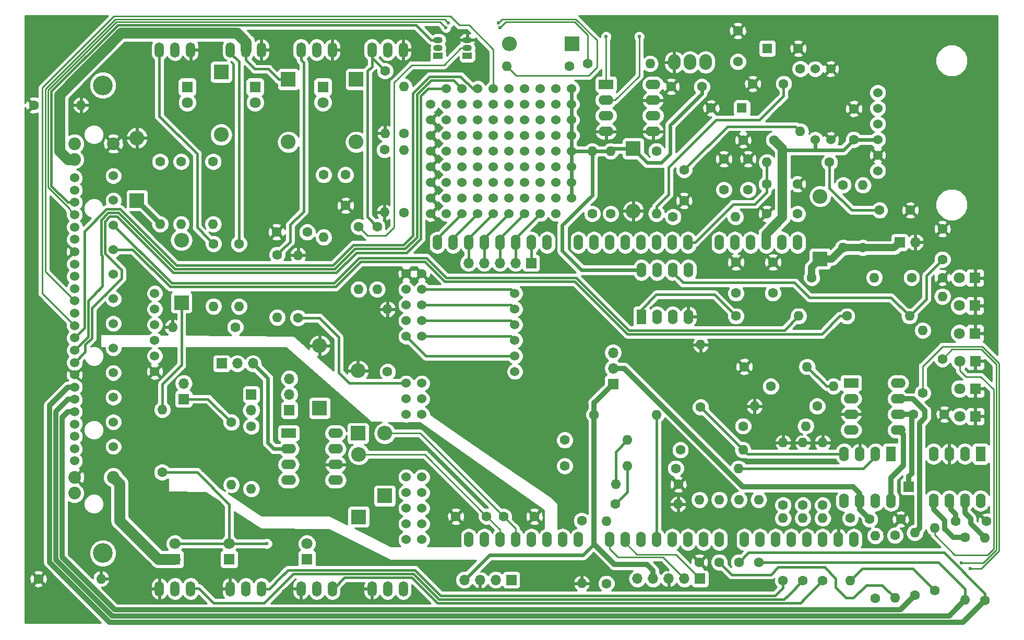
<source format=gbl>
G04 #@! TF.GenerationSoftware,KiCad,Pcbnew,5.0.0+dfsg1-2*
G04 #@! TF.CreationDate,2019-03-17T13:18:05+01:00*
G04 #@! TF.ProjectId,speedy,7370656564792E6B696361645F706362,rev?*
G04 #@! TF.SameCoordinates,Original*
G04 #@! TF.FileFunction,Copper,L2,Bot,Signal*
G04 #@! TF.FilePolarity,Positive*
%FSLAX46Y46*%
G04 Gerber Fmt 4.6, Leading zero omitted, Abs format (unit mm)*
G04 Created by KiCad (PCBNEW 5.0.0+dfsg1-2) date Sun Mar 17 13:18:05 2019*
%MOMM*%
%LPD*%
G01*
G04 APERTURE LIST*
G04 #@! TA.AperFunction,ComponentPad*
%ADD10C,0.600000*%
G04 #@! TD*
G04 #@! TA.AperFunction,ComponentPad*
%ADD11O,1.600000X1.600000*%
G04 #@! TD*
G04 #@! TA.AperFunction,ComponentPad*
%ADD12C,1.600000*%
G04 #@! TD*
G04 #@! TA.AperFunction,ComponentPad*
%ADD13O,1.501140X2.499360*%
G04 #@! TD*
G04 #@! TA.AperFunction,ComponentPad*
%ADD14R,1.600000X1.600000*%
G04 #@! TD*
G04 #@! TA.AperFunction,ComponentPad*
%ADD15O,1.524000X2.540000*%
G04 #@! TD*
G04 #@! TA.AperFunction,ComponentPad*
%ADD16C,1.524000*%
G04 #@! TD*
G04 #@! TA.AperFunction,ComponentPad*
%ADD17R,1.800000X1.800000*%
G04 #@! TD*
G04 #@! TA.AperFunction,ComponentPad*
%ADD18C,1.800000*%
G04 #@! TD*
G04 #@! TA.AperFunction,ComponentPad*
%ADD19R,2.400000X2.400000*%
G04 #@! TD*
G04 #@! TA.AperFunction,ComponentPad*
%ADD20O,2.400000X2.400000*%
G04 #@! TD*
G04 #@! TA.AperFunction,ComponentPad*
%ADD21R,1.700000X1.700000*%
G04 #@! TD*
G04 #@! TA.AperFunction,ComponentPad*
%ADD22O,1.700000X1.700000*%
G04 #@! TD*
G04 #@! TA.AperFunction,ComponentPad*
%ADD23R,2.400000X1.600000*%
G04 #@! TD*
G04 #@! TA.AperFunction,ComponentPad*
%ADD24O,2.400000X1.600000*%
G04 #@! TD*
G04 #@! TA.AperFunction,ComponentPad*
%ADD25O,2.032000X2.540000*%
G04 #@! TD*
G04 #@! TA.AperFunction,ComponentPad*
%ADD26C,2.050000*%
G04 #@! TD*
G04 #@! TA.AperFunction,ComponentPad*
%ADD27C,3.200000*%
G04 #@! TD*
G04 #@! TA.AperFunction,ComponentPad*
%ADD28R,1.600000X2.400000*%
G04 #@! TD*
G04 #@! TA.AperFunction,ComponentPad*
%ADD29O,1.600000X2.400000*%
G04 #@! TD*
G04 #@! TA.AperFunction,ComponentPad*
%ADD30O,1.500000X1.050000*%
G04 #@! TD*
G04 #@! TA.AperFunction,ComponentPad*
%ADD31R,1.500000X1.050000*%
G04 #@! TD*
G04 #@! TA.AperFunction,ViaPad*
%ADD32C,0.600000*%
G04 #@! TD*
G04 #@! TA.AperFunction,Conductor*
%ADD33C,0.400000*%
G04 #@! TD*
G04 #@! TA.AperFunction,Conductor*
%ADD34C,0.609600*%
G04 #@! TD*
G04 #@! TA.AperFunction,Conductor*
%ADD35C,0.812800*%
G04 #@! TD*
G04 #@! TA.AperFunction,Conductor*
%ADD36C,1.219200*%
G04 #@! TD*
G04 #@! TA.AperFunction,Conductor*
%ADD37C,1.524000*%
G04 #@! TD*
G04 #@! TA.AperFunction,Conductor*
%ADD38C,1.778000*%
G04 #@! TD*
G04 #@! TA.AperFunction,Conductor*
%ADD39C,0.250000*%
G04 #@! TD*
G04 #@! TA.AperFunction,Conductor*
%ADD40C,0.254000*%
G04 #@! TD*
G04 APERTURE END LIST*
D10*
G04 #@! TO.P,REF\002A\002A,1*
G04 #@! TO.N,GND*
X121760000Y-102790000D03*
G04 #@! TD*
G04 #@! TO.P,REF\002A\002A,1*
G04 #@! TO.N,GND*
X124290000Y-102770000D03*
G04 #@! TD*
G04 #@! TO.P,REF\002A\002A,1*
G04 #@! TO.N,GND*
X93860000Y-97630000D03*
G04 #@! TD*
G04 #@! TO.P,REF\002A\002A,1*
G04 #@! TO.N,GND*
X140950000Y-150440000D03*
G04 #@! TD*
G04 #@! TO.P,REF\002A\002A,1*
G04 #@! TO.N,GND*
X136240000Y-150430000D03*
G04 #@! TD*
G04 #@! TO.P,REF\002A\002A,1*
G04 #@! TO.N,GND*
X117940000Y-154100000D03*
G04 #@! TD*
G04 #@! TO.P,REF\002A\002A,1*
G04 #@! TO.N,GND*
X107580000Y-154250000D03*
G04 #@! TD*
G04 #@! TO.P,REF\002A\002A,1*
G04 #@! TO.N,GND*
X174800000Y-85750000D03*
G04 #@! TD*
G04 #@! TO.P,REF\002A\002A,1*
G04 #@! TO.N,GND*
X159020000Y-85430000D03*
G04 #@! TD*
G04 #@! TO.P,REF\002A\002A,1*
G04 #@! TO.N,GND*
X82620000Y-100740000D03*
G04 #@! TD*
G04 #@! TO.P,REF\002A\002A,1*
G04 #@! TO.N,GND*
X112680000Y-107000000D03*
G04 #@! TD*
G04 #@! TO.P,REF\002A\002A,1*
G04 #@! TO.N,GND*
X95460000Y-110430000D03*
G04 #@! TD*
G04 #@! TO.P,REF\002A\002A,1*
G04 #@! TO.N,GND*
X103060000Y-150290000D03*
G04 #@! TD*
G04 #@! TO.P,REF\002A\002A,1*
G04 #@! TO.N,GND*
X89540000Y-76230000D03*
G04 #@! TD*
D11*
G04 #@! TO.P,R51,2*
G04 #@! TO.N,5V*
X157690000Y-82700000D03*
D12*
G04 #@! TO.P,R51,1*
G04 #@! TO.N,AUX1-CPU*
X157690000Y-92860000D03*
G04 #@! TD*
D11*
G04 #@! TO.P,R50,2*
G04 #@! TO.N,Net-(IC5-Pad3)*
X167080000Y-68500000D03*
D12*
G04 #@! TO.P,R50,1*
G04 #@! TO.N,DINx*
X156920000Y-68500000D03*
G04 #@! TD*
D11*
G04 #@! TO.P,R29,2*
G04 #@! TO.N,AUX1-IN*
X143800000Y-68900000D03*
D12*
G04 #@! TO.P,R29,1*
G04 #@! TO.N,Net-(JP1-Pad2)*
X153960000Y-68900000D03*
G04 #@! TD*
D11*
G04 #@! TO.P,R52,2*
G04 #@! TO.N,5V*
X160680000Y-82710000D03*
D12*
G04 #@! TO.P,R52,1*
G04 #@! TO.N,DINx-CPU*
X160680000Y-92870000D03*
G04 #@! TD*
D13*
G04 #@! TO.P,Q8,3*
G04 #@! TO.N,GND*
X127040000Y-66250000D03*
G04 #@! TO.P,Q8,2*
G04 #@! TO.N,Net-(Q8-Pad2)*
X121960000Y-66250000D03*
G04 #@! TO.P,Q8,1*
G04 #@! TO.N,VVT-OUT*
X124500000Y-66250000D03*
G04 #@! TD*
D10*
G04 #@! TO.P,REF\002A\002A,1*
G04 #@! TO.N,GND*
X141350000Y-137740000D03*
G04 #@! TD*
G04 #@! TO.P,REF\002A\002A,1*
G04 #@! TO.N,GND*
X97770000Y-72640000D03*
G04 #@! TD*
G04 #@! TO.P,REF\002A\002A,1*
G04 #@! TO.N,GND*
X76830000Y-121920000D03*
G04 #@! TD*
G04 #@! TO.P,REF\002A\002A,1*
G04 #@! TO.N,GND*
X76830000Y-119420000D03*
G04 #@! TD*
G04 #@! TO.P,REF\002A\002A,1*
G04 #@! TO.N,GND*
X76830000Y-124420000D03*
G04 #@! TD*
G04 #@! TO.P,REF\002A\002A,1*
G04 #@! TO.N,GND*
X106040000Y-117640000D03*
G04 #@! TD*
G04 #@! TO.P,REF\002A\002A,1*
G04 #@! TO.N,GND*
X99420000Y-121350000D03*
G04 #@! TD*
G04 #@! TO.P,REF\002A\002A,1*
G04 #@! TO.N,GND*
X104140000Y-132380000D03*
G04 #@! TD*
G04 #@! TO.P,REF\002A\002A,1*
G04 #@! TO.N,GND*
X120350000Y-135840000D03*
G04 #@! TD*
D12*
G04 #@! TO.P,R6,1*
G04 #@! TO.N,ADC-Clamp3*
X170780000Y-93370000D03*
D11*
G04 #@! TO.P,R6,2*
G04 #@! TO.N,TPS-Sensor*
X180940000Y-93370000D03*
G04 #@! TD*
D10*
G04 #@! TO.P,REF\002A\002A,1*
G04 #@! TO.N,GND*
X220800000Y-136300000D03*
G04 #@! TD*
G04 #@! TO.P,REF\002A\002A,1*
G04 #@! TO.N,GND*
X169050000Y-150370000D03*
G04 #@! TD*
D12*
G04 #@! TO.P,C18,2*
G04 #@! TO.N,GND*
X183750000Y-71750000D03*
G04 #@! TO.P,C18,1*
G04 #@! TO.N,MAP-CPU-A3*
X188750000Y-71750000D03*
G04 #@! TD*
D10*
G04 #@! TO.P,REF\002A\002A,1*
G04 #@! TO.N,GND*
X140810000Y-125050000D03*
G04 #@! TD*
D12*
G04 #@! TO.P,C23,2*
G04 #@! TO.N,GND*
X186000000Y-92880000D03*
G04 #@! TO.P,C23,1*
G04 #@! TO.N,RST*
X191000000Y-92880000D03*
G04 #@! TD*
G04 #@! TO.P,C14,2*
G04 #@! TO.N,GND*
X176980000Y-75720000D03*
D14*
G04 #@! TO.P,C14,1*
G04 #@! TO.N,5V*
X181980000Y-75720000D03*
G04 #@! TD*
D12*
G04 #@! TO.P,C57,2*
G04 #@! TO.N,GND*
X172590000Y-90740000D03*
G04 #@! TO.P,C57,1*
G04 #@! TO.N,ADC-Clamp5*
X172590000Y-85740000D03*
G04 #@! TD*
G04 #@! TO.P,C20,2*
G04 #@! TO.N,GND*
X182160000Y-80900000D03*
G04 #@! TO.P,C20,1*
G04 #@! TO.N,5V*
X187160000Y-80900000D03*
G04 #@! TD*
G04 #@! TO.P,C19,2*
G04 #@! TO.N,GND*
X200130000Y-75810000D03*
G04 #@! TO.P,C19,1*
G04 #@! TO.N,5V*
X200130000Y-80810000D03*
G04 #@! TD*
D15*
G04 #@! TO.P,SHIELD1,14*
G04 #@! TO.N,RX3*
X155440000Y-145800000D03*
G04 #@! TO.P,SHIELD1,15*
G04 #@! TO.N,TX3*
X152900000Y-145800000D03*
G04 #@! TO.P,SHIELD1,16*
G04 #@! TO.N,Net-(SHIELD1-Pad16)*
X150360000Y-145800000D03*
G04 #@! TO.P,SHIELD1,17*
G04 #@! TO.N,Net-(SHIELD1-Pad17)*
X147820000Y-145800000D03*
G04 #@! TO.P,SHIELD1,18*
G04 #@! TO.N,RPM1-CPU-D18*
X145280000Y-145800000D03*
G04 #@! TO.P,SHIELD1,19*
G04 #@! TO.N,RPM2-CPU-D19*
X142740000Y-145800000D03*
G04 #@! TO.P,SHIELD1,20*
G04 #@! TO.N,Net-(SHIELD1-Pad20)*
X140200000Y-145800000D03*
G04 #@! TO.P,SHIELD1,21*
G04 #@! TO.N,Net-(SHIELD1-Pad21)*
X137660000Y-145800000D03*
G04 #@! TO.P,SHIELD1,AD15*
G04 #@! TO.N,AD15*
X132580000Y-97540000D03*
G04 #@! TO.P,SHIELD1,AD14*
G04 #@! TO.N,AD14*
X135120000Y-97540000D03*
G04 #@! TO.P,SHIELD1,AD13*
G04 #@! TO.N,AD13*
X137660000Y-97540000D03*
G04 #@! TO.P,SHIELD1,AD12*
G04 #@! TO.N,AD12*
X140200000Y-97540000D03*
G04 #@! TO.P,SHIELD1,AD8*
G04 #@! TO.N,ADC-Clamp1*
X150360000Y-97540000D03*
G04 #@! TO.P,SHIELD1,AD7*
G04 #@! TO.N,AUX1-CPU*
X155440000Y-97540000D03*
G04 #@! TO.P,SHIELD1,AD6*
G04 #@! TO.N,DINx-CPU*
X157980000Y-97540000D03*
G04 #@! TO.P,SHIELD1,AD9*
G04 #@! TO.N,AD9*
X147820000Y-97540000D03*
G04 #@! TO.P,SHIELD1,AD10*
G04 #@! TO.N,AD10*
X145280000Y-97540000D03*
G04 #@! TO.P,SHIELD1,AD11*
G04 #@! TO.N,AD11*
X142740000Y-97540000D03*
G04 #@! TO.P,SHIELD1,AD5*
G04 #@! TO.N,ADC-Clamp5*
X160520000Y-97540000D03*
G04 #@! TO.P,SHIELD1,AD4*
G04 #@! TO.N,ADC-Clamp4*
X163060000Y-97540000D03*
G04 #@! TO.P,SHIELD1,AD3*
G04 #@! TO.N,MAP-CPU-A3*
X165600000Y-97540000D03*
G04 #@! TO.P,SHIELD1,AD0*
G04 #@! TO.N,ADC-Clamp6*
X173220000Y-97540000D03*
G04 #@! TO.P,SHIELD1,AD1*
G04 #@! TO.N,ADC-Clamp2*
X170680000Y-97540000D03*
G04 #@! TO.P,SHIELD1,AD2*
G04 #@! TO.N,ADC-Clamp3*
X168140000Y-97540000D03*
G04 #@! TO.P,SHIELD1,V_IN*
G04 #@! TO.N,Net-(SHIELD1-PadV_IN)*
X178300000Y-97540000D03*
G04 #@! TO.P,SHIELD1,GND2*
G04 #@! TO.N,Net-(SHIELD1-PadGND2)*
X180840000Y-97540000D03*
G04 #@! TO.P,SHIELD1,GND1*
G04 #@! TO.N,Net-(SHIELD1-PadGND1)*
X183380000Y-97540000D03*
G04 #@! TO.P,SHIELD1,3V3*
G04 #@! TO.N,Net-(SHIELD1-Pad3V3)*
X188460000Y-97540000D03*
G04 #@! TO.P,SHIELD1,RST*
G04 #@! TO.N,RST*
X191000000Y-97540000D03*
G04 #@! TO.P,SHIELD1,0*
G04 #@! TO.N,RX*
X160520000Y-145800000D03*
G04 #@! TO.P,SHIELD1,1*
G04 #@! TO.N,TX*
X163060000Y-145800000D03*
G04 #@! TO.P,SHIELD1,2*
G04 #@! TO.N,IDLE*
X165600000Y-145800000D03*
G04 #@! TO.P,SHIELD1,3*
G04 #@! TO.N,FLEX*
X168140000Y-145800000D03*
G04 #@! TO.P,SHIELD1,4*
G04 #@! TO.N,BT-ENEABLE*
X170680000Y-145800000D03*
G04 #@! TO.P,SHIELD1,5*
G04 #@! TO.N,Net-(SHIELD1-Pad5)*
X173220000Y-145800000D03*
G04 #@! TO.P,SHIELD1,6*
G04 #@! TO.N,Net-(SHIELD1-Pad6)*
X175760000Y-145800000D03*
G04 #@! TO.P,SHIELD1,7*
G04 #@! TO.N,Net-(SHIELD1-Pad7)*
X178300000Y-145800000D03*
G04 #@! TO.P,SHIELD1,8*
G04 #@! TO.N,Net-(SHIELD1-Pad8)*
X182364000Y-145800000D03*
G04 #@! TO.P,SHIELD1,9*
G04 #@! TO.N,Net-(SHIELD1-Pad9)*
X184904000Y-145800000D03*
G04 #@! TO.P,SHIELD1,10*
G04 #@! TO.N,Net-(SHIELD1-Pad10)*
X187444000Y-145800000D03*
G04 #@! TO.P,SHIELD1,11*
G04 #@! TO.N,INJ5-CPU-D11*
X189984000Y-145800000D03*
G04 #@! TO.P,SHIELD1,12*
G04 #@! TO.N,INJ4-CPU-D12*
X192524000Y-145800000D03*
G04 #@! TO.P,SHIELD1,13*
G04 #@! TO.N,INJ6-CPU-D13*
X195064000Y-145800000D03*
G04 #@! TO.P,SHIELD1,GND3*
G04 #@! TO.N,GND*
X197604000Y-145800000D03*
G04 #@! TO.P,SHIELD1,AREF*
G04 #@! TO.N,Net-(SHIELD1-PadAREF)*
X200144000Y-145800000D03*
G04 #@! TO.P,SHIELD1,5V*
G04 #@! TO.N,5V*
X185920000Y-97540000D03*
D16*
G04 #@! TO.P,SHIELD1,22*
G04 #@! TO.N,IGN6-D22*
X130040000Y-143260000D03*
G04 #@! TO.P,SHIELD1,23*
G04 #@! TO.N,Net-(SHIELD1-Pad23)*
X127500000Y-143260000D03*
G04 #@! TO.P,SHIELD1,24*
G04 #@! TO.N,IGN3-D24*
X130040000Y-140720000D03*
G04 #@! TO.P,SHIELD1,25*
G04 #@! TO.N,Net-(SHIELD1-Pad25)*
X127500000Y-140720000D03*
G04 #@! TO.P,SHIELD1,26*
G04 #@! TO.N,IGN4-D26*
X130040000Y-138180000D03*
G04 #@! TO.P,SHIELD1,27*
G04 #@! TO.N,IGN1-D27*
X127500000Y-138180000D03*
G04 #@! TO.P,SHIELD1,28*
G04 #@! TO.N,IGN5-D28*
X130040000Y-135640000D03*
G04 #@! TO.P,SHIELD1,29*
G04 #@! TO.N,IGN2-D29*
X127500000Y-135640000D03*
G04 #@! TO.P,SHIELD1,5V_4*
G04 #@! TO.N,Net-(SHIELD1-Pad5V_4)*
X130040000Y-145800000D03*
G04 #@! TO.P,SHIELD1,5V_5*
G04 #@! TO.N,Net-(SHIELD1-Pad5V_5)*
X127500000Y-145800000D03*
G04 #@! TO.P,SHIELD1,36*
G04 #@! TO.N,Net-(SHIELD1-Pad36)*
X130040000Y-125480000D03*
G04 #@! TO.P,SHIELD1,37*
G04 #@! TO.N,INJ1-CPU-D37*
X127500000Y-125480000D03*
G04 #@! TO.P,SHIELD1,38*
G04 #@! TO.N,Net-(SHIELD1-Pad38)*
X130040000Y-122940000D03*
G04 #@! TO.P,SHIELD1,39*
G04 #@! TO.N,INJ3-CPU-D39*
X127500000Y-122940000D03*
G04 #@! TO.P,SHIELD1,40*
G04 #@! TO.N,Net-(SHIELD1-Pad40)*
X130040000Y-120400000D03*
G04 #@! TO.P,SHIELD1,41*
G04 #@! TO.N,INJ2-CPU-D41*
X127500000Y-120400000D03*
G04 #@! TO.P,SHIELD1,46*
G04 #@! TO.N,ULN-AUX4*
X130040000Y-112780000D03*
G04 #@! TO.P,SHIELD1,47*
G04 #@! TO.N,ULN-AUX3*
X127500000Y-112780000D03*
G04 #@! TO.P,SHIELD1,48*
G04 #@! TO.N,ULN-TACH*
X130040000Y-110240000D03*
G04 #@! TO.P,SHIELD1,49*
G04 #@! TO.N,AUX-CS*
X127500000Y-110240000D03*
G04 #@! TO.P,SHIELD1,50*
G04 #@! TO.N,ULN-AUX2*
X130040000Y-107700000D03*
G04 #@! TO.P,SHIELD1,51*
G04 #@! TO.N,Net-(SHIELD1-Pad51)*
X127500000Y-107700000D03*
G04 #@! TO.P,SHIELD1,52*
G04 #@! TO.N,ULN-AUX1*
X130040000Y-105160000D03*
G04 #@! TO.P,SHIELD1,53*
G04 #@! TO.N,VVT*
X127500000Y-105160000D03*
G04 #@! TO.P,SHIELD1,GND4*
G04 #@! TO.N,GND*
X130040000Y-102620000D03*
G04 #@! TO.P,SHIELD1,GND5*
X127500000Y-102620000D03*
G04 #@! TD*
D17*
G04 #@! TO.P,LED1,1*
G04 #@! TO.N,Net-(D6-Pad2)*
X92000000Y-72270000D03*
D18*
G04 #@! TO.P,LED1,2*
G04 #@! TO.N,Net-(LED1-Pad2)*
X92000000Y-74810000D03*
G04 #@! TD*
D17*
G04 #@! TO.P,LED2,1*
G04 #@! TO.N,Net-(D7-Pad2)*
X103000000Y-72270000D03*
D18*
G04 #@! TO.P,LED2,2*
G04 #@! TO.N,Net-(LED2-Pad2)*
X103000000Y-74810000D03*
G04 #@! TD*
D17*
G04 #@! TO.P,LED3,1*
G04 #@! TO.N,Net-(D8-Pad2)*
X114000000Y-72270000D03*
D18*
G04 #@! TO.P,LED3,2*
G04 #@! TO.N,Net-(LED3-Pad2)*
X114000000Y-74810000D03*
G04 #@! TD*
D17*
G04 #@! TO.P,LED4,1*
G04 #@! TO.N,INJ4*
X90000000Y-149000000D03*
D18*
G04 #@! TO.P,LED4,2*
G04 #@! TO.N,4-6-INJ-D&R*
X90000000Y-146460000D03*
G04 #@! TD*
D17*
G04 #@! TO.P,LED5,1*
G04 #@! TO.N,INJ5*
X98800000Y-149000000D03*
D18*
G04 #@! TO.P,LED5,2*
G04 #@! TO.N,4-6-INJ-D&R*
X98800000Y-146460000D03*
G04 #@! TD*
D17*
G04 #@! TO.P,LED6,1*
G04 #@! TO.N,INJ6*
X111400000Y-149000000D03*
D18*
G04 #@! TO.P,LED6,2*
G04 #@! TO.N,4-6-INJ-D&R*
X111400000Y-146460000D03*
G04 #@! TD*
D12*
G04 #@! TO.P,R23,1*
G04 #@! TO.N,IGN1-D27*
X186660000Y-120910000D03*
D11*
G04 #@! TO.P,R23,2*
G04 #@! TO.N,Net-(IC1-Pad2)*
X196820000Y-120910000D03*
G04 #@! TD*
D12*
G04 #@! TO.P,R82,1*
G04 #@! TO.N,GND*
X67130000Y-75230000D03*
D11*
G04 #@! TO.P,R82,2*
X74750000Y-75230000D03*
G04 #@! TD*
D12*
G04 #@! TO.P,C7,1*
G04 #@! TO.N,Net-(C7-Pad1)*
X117670000Y-86540000D03*
G04 #@! TO.P,C7,2*
G04 #@! TO.N,GND*
X117670000Y-91540000D03*
G04 #@! TD*
D19*
G04 #@! TO.P,D2,1*
G04 #@! TO.N,PWR*
X83840000Y-90710000D03*
D20*
G04 #@! TO.P,D2,2*
G04 #@! TO.N,GND*
X83840000Y-80550000D03*
G04 #@! TD*
D12*
G04 #@! TO.P,C13,1*
G04 #@! TO.N,5V*
X175490000Y-72220000D03*
G04 #@! TO.P,C13,2*
G04 #@! TO.N,GND*
X170490000Y-72220000D03*
G04 #@! TD*
G04 #@! TO.P,C15,1*
G04 #@! TO.N,12V*
X181310000Y-68170000D03*
G04 #@! TO.P,C15,2*
G04 #@! TO.N,GND*
X181310000Y-63170000D03*
G04 #@! TD*
D14*
G04 #@! TO.P,C16,1*
G04 #@! TO.N,12V*
X186110000Y-66020000D03*
D12*
G04 #@! TO.P,C16,2*
G04 #@! TO.N,GND*
X191110000Y-66020000D03*
G04 #@! TD*
D19*
G04 #@! TO.P,D15,1*
G04 #@! TO.N,12V*
X154410000Y-65250000D03*
D20*
G04 #@! TO.P,D15,2*
G04 #@! TO.N,PWR*
X144250000Y-65250000D03*
G04 #@! TD*
D19*
G04 #@! TO.P,D16,1*
G04 #@! TO.N,5V*
X164340000Y-82280000D03*
D20*
G04 #@! TO.P,D16,2*
G04 #@! TO.N,GND*
X164340000Y-92440000D03*
G04 #@! TD*
D12*
G04 #@! TO.P,C1,1*
G04 #@! TO.N,IAT-Sensor*
X204300000Y-92300000D03*
G04 #@! TO.P,C1,2*
G04 #@! TO.N,GND*
X209300000Y-92300000D03*
G04 #@! TD*
G04 #@! TO.P,C2,1*
G04 #@! TO.N,ADC-Clamp6*
X185990000Y-88050000D03*
G04 #@! TO.P,C2,2*
G04 #@! TO.N,GND*
X190990000Y-88050000D03*
G04 #@! TD*
G04 #@! TO.P,C3,1*
G04 #@! TO.N,CLT-Sensor*
X209500000Y-103250000D03*
G04 #@! TO.P,C3,2*
G04 #@! TO.N,GND*
X214500000Y-103250000D03*
G04 #@! TD*
G04 #@! TO.P,C4,1*
G04 #@! TO.N,ADC-Clamp2*
X214500000Y-100300000D03*
G04 #@! TO.P,C4,2*
G04 #@! TO.N,GND*
X214500000Y-95300000D03*
G04 #@! TD*
G04 #@! TO.P,C5,1*
G04 #@! TO.N,TPS-Sensor*
X182980000Y-88980000D03*
G04 #@! TO.P,C5,2*
G04 #@! TO.N,GND*
X182980000Y-83980000D03*
G04 #@! TD*
G04 #@! TO.P,C6,1*
G04 #@! TO.N,ADC-Clamp3*
X179050000Y-88980000D03*
G04 #@! TO.P,C6,2*
G04 #@! TO.N,GND*
X179050000Y-83980000D03*
G04 #@! TD*
G04 #@! TO.P,C8,1*
G04 #@! TO.N,ADC-Clamp4*
X111470000Y-95850000D03*
G04 #@! TO.P,C8,2*
G04 #@! TO.N,GND*
X106470000Y-95850000D03*
G04 #@! TD*
G04 #@! TO.P,C9,1*
G04 #@! TO.N,O2-Sensor*
X187000000Y-105750000D03*
G04 #@! TO.P,C9,2*
G04 #@! TO.N,GND*
X187000000Y-100750000D03*
G04 #@! TD*
G04 #@! TO.P,C10,1*
G04 #@! TO.N,ADC-Clamp1*
X181000000Y-105750000D03*
G04 #@! TO.P,C10,2*
G04 #@! TO.N,GND*
X181000000Y-100750000D03*
G04 #@! TD*
D19*
G04 #@! TO.P,D6,1*
G04 #@! TO.N,INJ1*
X97500000Y-69850000D03*
D20*
G04 #@! TO.P,D6,2*
G04 #@! TO.N,Net-(D6-Pad2)*
X97500000Y-80010000D03*
G04 #@! TD*
D19*
G04 #@! TO.P,D7,1*
G04 #@! TO.N,INJ2*
X108400000Y-71040000D03*
D20*
G04 #@! TO.P,D7,2*
G04 #@! TO.N,Net-(D7-Pad2)*
X108400000Y-81200000D03*
G04 #@! TD*
D19*
G04 #@! TO.P,D8,1*
G04 #@! TO.N,INJ3*
X119400000Y-71040000D03*
D20*
G04 #@! TO.P,D8,2*
G04 #@! TO.N,Net-(D8-Pad2)*
X119400000Y-81200000D03*
G04 #@! TD*
D19*
G04 #@! TO.P,D9,1*
G04 #@! TO.N,Net-(D9-Pad1)*
X91050000Y-107310000D03*
D20*
G04 #@! TO.P,D9,2*
G04 #@! TO.N,PWR*
X91050000Y-97150000D03*
G04 #@! TD*
D12*
G04 #@! TO.P,C24,1*
G04 #@! TO.N,RPM1-CPU-D18*
X143300000Y-142060000D03*
G04 #@! TO.P,C24,2*
G04 #@! TO.N,GND*
X148300000Y-142060000D03*
G04 #@! TD*
G04 #@! TO.P,C25,1*
G04 #@! TO.N,RPM2-CPU-D19*
X140570000Y-142040000D03*
G04 #@! TO.P,C25,2*
G04 #@! TO.N,GND*
X135570000Y-142040000D03*
G04 #@! TD*
D19*
G04 #@! TO.P,D4,1*
G04 #@! TO.N,RPM2-CPU-D19*
X113475000Y-124450000D03*
D20*
G04 #@! TO.P,D4,2*
G04 #@! TO.N,GND*
X113475000Y-114290000D03*
G04 #@! TD*
D21*
G04 #@! TO.P,RPM1,1*
G04 #@! TO.N,RPM1-CPU-D18*
X97570000Y-117200000D03*
D22*
G04 #@! TO.P,RPM1,2*
G04 #@! TO.N,RPM1*
X100110000Y-117200000D03*
G04 #@! TO.P,RPM1,3*
G04 #@! TO.N,Net-(IC3-Pad2)*
X102650000Y-117200000D03*
G04 #@! TD*
D21*
G04 #@! TO.P,RPM2,1*
G04 #@! TO.N,Net-(IC3-Pad3)*
X108550000Y-124770000D03*
D22*
G04 #@! TO.P,RPM2,2*
G04 #@! TO.N,RPM2*
X108550000Y-122230000D03*
G04 #@! TO.P,RPM2,3*
G04 #@! TO.N,RPM2-CPU-D19*
X108550000Y-119690000D03*
G04 #@! TD*
D21*
G04 #@! TO.P,RPM1_PULLUP,1*
G04 #@! TO.N,Net-(JP4-Pad1)*
X91420000Y-122970000D03*
D22*
G04 #@! TO.P,RPM1_PULLUP,2*
G04 #@! TO.N,RPM1*
X91420000Y-120430000D03*
G04 #@! TD*
D21*
G04 #@! TO.P,RPM2_PULLUP,1*
G04 #@! TO.N,RPM2*
X102370000Y-122250000D03*
D22*
G04 #@! TO.P,RPM2_PULLUP,2*
G04 #@! TO.N,Net-(JP5-Pad2)*
X102370000Y-124790000D03*
G04 #@! TD*
D16*
G04 #@! TO.P,SHIELD2,1*
G04 #@! TO.N,GND*
X86730000Y-118510000D03*
G04 #@! TO.P,SHIELD2,2*
G04 #@! TO.N,ULN-AUX-OUT1*
X86730000Y-115970000D03*
G04 #@! TO.P,SHIELD2,3*
G04 #@! TO.N,ULN-FAN-OUT*
X86730000Y-113430000D03*
G04 #@! TO.P,SHIELD2,4*
G04 #@! TO.N,ULN-BOOST-OUT*
X86730000Y-110890000D03*
G04 #@! TO.P,SHIELD2,5*
G04 #@! TO.N,ULN-FP-OUT*
X86730000Y-108350000D03*
G04 #@! TO.P,SHIELD2,6*
G04 #@! TO.N,ULN-TACH-OUT*
X86730000Y-105810000D03*
G04 #@! TO.P,SHIELD2,11*
G04 #@! TO.N,ULN-AUX2*
X145150000Y-108350000D03*
G04 #@! TO.P,SHIELD2,7*
G04 #@! TO.N,PWR*
X145150000Y-118510000D03*
G04 #@! TO.P,SHIELD2,8*
G04 #@! TO.N,ULN-AUX3*
X145150000Y-115970000D03*
G04 #@! TO.P,SHIELD2,9*
G04 #@! TO.N,ULN-AUX4*
X145150000Y-113430000D03*
G04 #@! TO.P,SHIELD2,12*
G04 #@! TO.N,ULN-AUX1*
X145150000Y-105810000D03*
G04 #@! TO.P,SHIELD2,10*
G04 #@! TO.N,ULN-TACH*
X145150000Y-110890000D03*
G04 #@! TD*
D23*
G04 #@! TO.P,IC1,1*
G04 #@! TO.N,Net-(IC1-Pad1)*
X199680000Y-120380000D03*
D24*
G04 #@! TO.P,IC1,5*
G04 #@! TO.N,dummyLabel*
X207300000Y-128000000D03*
G04 #@! TO.P,IC1,2*
G04 #@! TO.N,Net-(IC1-Pad2)*
X199680000Y-122920000D03*
G04 #@! TO.P,IC1,6*
G04 #@! TO.N,IGN-OUT-SELECT*
X207300000Y-125460000D03*
G04 #@! TO.P,IC1,3*
G04 #@! TO.N,GND*
X199680000Y-125460000D03*
G04 #@! TO.P,IC1,7*
G04 #@! TO.N,Net-(IC1-Pad7)*
X207300000Y-122920000D03*
G04 #@! TO.P,IC1,4*
G04 #@! TO.N,Net-(IC1-Pad4)*
X199680000Y-128000000D03*
G04 #@! TO.P,IC1,8*
G04 #@! TO.N,Net-(IC1-Pad8)*
X207300000Y-120380000D03*
G04 #@! TD*
D21*
G04 #@! TO.P,SERIAL3,1*
G04 #@! TO.N,RX3*
X144580000Y-152370000D03*
D22*
G04 #@! TO.P,SERIAL3,2*
G04 #@! TO.N,TX3*
X142040000Y-152370000D03*
G04 #@! TO.P,SERIAL3,3*
G04 #@! TO.N,GND*
X139500000Y-152370000D03*
G04 #@! TO.P,SERIAL3,4*
G04 #@! TO.N,5V*
X136960000Y-152370000D03*
G04 #@! TD*
D12*
G04 #@! TO.P,C11,1*
G04 #@! TO.N,IGN-OUT-SELECT*
X209830000Y-125460000D03*
G04 #@! TO.P,C11,2*
G04 #@! TO.N,GND*
X214830000Y-125460000D03*
G04 #@! TD*
D21*
G04 #@! TO.P,IGN-OUT,1*
G04 #@! TO.N,5V*
X161070000Y-120510000D03*
D22*
G04 #@! TO.P,IGN-OUT,2*
G04 #@! TO.N,IGN-OUT-SELECT*
X161070000Y-117970000D03*
G04 #@! TO.P,IGN-OUT,3*
G04 #@! TO.N,PWR*
X161070000Y-115430000D03*
G04 #@! TD*
D21*
G04 #@! TO.P,5V-OUT1,1*
G04 #@! TO.N,5V*
X207570000Y-97510000D03*
D22*
G04 #@! TO.P,5V-OUT1,2*
G04 #@! TO.N,GND*
X210110000Y-97510000D03*
G04 #@! TD*
D25*
G04 #@! TO.P,U1,2*
G04 #@! TO.N,5V*
X173540000Y-68250000D03*
G04 #@! TO.P,U1,3*
G04 #@! TO.N,12V*
X176080000Y-68250000D03*
G04 #@! TO.P,U1,1*
G04 #@! TO.N,GND*
X171000000Y-68250000D03*
G04 #@! TD*
D21*
G04 #@! TO.P,J4,1*
G04 #@! TO.N,AD9*
X147790000Y-100890000D03*
D22*
G04 #@! TO.P,J4,2*
G04 #@! TO.N,AD10*
X145250000Y-100890000D03*
G04 #@! TO.P,J4,3*
G04 #@! TO.N,AD11*
X142710000Y-100890000D03*
G04 #@! TO.P,J4,4*
G04 #@! TO.N,AD12*
X140170000Y-100890000D03*
G04 #@! TO.P,J4,5*
G04 #@! TO.N,AD13*
X137630000Y-100890000D03*
G04 #@! TD*
D26*
G04 #@! TO.P,J1,42*
G04 #@! TO.N,INJ1*
X73700000Y-81500000D03*
G04 #@! TO.P,J1,1*
G04 #@! TO.N,GND*
X80000000Y-81500000D03*
D16*
G04 #@! TO.P,J1,3*
G04 #@! TO.N,PWR*
X80000000Y-90700000D03*
G04 #@! TO.P,J1,2*
G04 #@! TO.N,IAT-Sensor*
X80000000Y-86700000D03*
G04 #@! TO.P,J1,4*
G04 #@! TO.N,O2-Sensor*
X80000000Y-94700000D03*
G04 #@! TO.P,J1,5*
G04 #@! TO.N,CLT-Sensor*
X80000000Y-98700000D03*
G04 #@! TO.P,J1,6*
G04 #@! TO.N,FLEX*
X80000000Y-102700000D03*
G04 #@! TO.P,J1,7*
G04 #@! TO.N,ULN-FP-OUT*
X80000000Y-106700000D03*
G04 #@! TO.P,J1,8*
G04 #@! TO.N,ULN-FAN-OUT*
X80000000Y-110700000D03*
G04 #@! TO.P,J1,9*
G04 #@! TO.N,RPM1*
X80000000Y-114700000D03*
G04 #@! TO.P,J1,10*
G04 #@! TO.N,RPM2*
X80000000Y-118700000D03*
G04 #@! TO.P,J1,11*
G04 #@! TO.N,VR1-*
X80000000Y-122700000D03*
G04 #@! TO.P,J1,12*
G04 #@! TO.N,VR2-*
X80000000Y-126700000D03*
D26*
G04 #@! TO.P,J1,14*
G04 #@! TO.N,INJ4*
X80000000Y-135700000D03*
D16*
G04 #@! TO.P,J1,17*
G04 #@! TO.N,INJ6*
X73700000Y-133040000D03*
D26*
G04 #@! TO.P,J1,15*
G04 #@! TO.N,INJ5*
X73700000Y-138240000D03*
G04 #@! TO.P,J1,16*
G04 #@! TO.N,GND*
X73700000Y-135700000D03*
D16*
G04 #@! TO.P,J1,18*
G04 #@! TO.N,IGN4-OUT*
X73700000Y-131040000D03*
G04 #@! TO.P,J1,19*
G04 #@! TO.N,IGN3-OUT*
X73700000Y-129040000D03*
G04 #@! TO.P,J1,20*
G04 #@! TO.N,IGN2-OUT*
X73700000Y-127040000D03*
G04 #@! TO.P,J1,21*
G04 #@! TO.N,IGN1-OUT*
X73700000Y-125040000D03*
G04 #@! TO.P,J1,22*
G04 #@! TO.N,IGN6-OUT*
X73700000Y-123040000D03*
G04 #@! TO.P,J1,23*
G04 #@! TO.N,IGN5-OUT*
X73700000Y-121040000D03*
G04 #@! TO.P,J1,24*
G04 #@! TO.N,GND*
X73700000Y-119040000D03*
G04 #@! TO.P,J1,25*
G04 #@! TO.N,AUX1*
X73700000Y-117040000D03*
G04 #@! TO.P,J1,26*
G04 #@! TO.N,AUX2*
X73700000Y-115040000D03*
G04 #@! TO.P,J1,27*
G04 #@! TO.N,AUX3*
X73700000Y-113040000D03*
G04 #@! TO.P,J1,28*
G04 #@! TO.N,AUX4*
X73700000Y-111040000D03*
G04 #@! TO.P,J1,29*
G04 #@! TO.N,5V*
X73700000Y-109040000D03*
G04 #@! TO.P,J1,30*
G04 #@! TO.N,AUX1-IN*
X73700000Y-107040000D03*
G04 #@! TO.P,J1,31*
G04 #@! TO.N,ULN-AUX-OUT1*
X73700000Y-105040000D03*
G04 #@! TO.P,J1,32*
G04 #@! TO.N,ULN-BOOST-OUT*
X73700000Y-103040000D03*
G04 #@! TO.P,J1,33*
G04 #@! TO.N,ULN-TACH-OUT*
X73700000Y-101040000D03*
G04 #@! TO.P,J1,34*
G04 #@! TO.N,GND*
X73700000Y-99040000D03*
G04 #@! TO.P,J1,35*
G04 #@! TO.N,5V*
X73700000Y-97040000D03*
G04 #@! TO.P,J1,36*
G04 #@! TO.N,TPS-Sensor*
X73700000Y-95040000D03*
G04 #@! TO.P,J1,37*
G04 #@! TO.N,DINx*
X73700000Y-93040000D03*
G04 #@! TO.P,J1,39*
G04 #@! TO.N,VVT-OUT*
X73700000Y-89040000D03*
G04 #@! TO.P,J1,12*
G04 #@! TO.N,VR2-*
X80000000Y-126700000D03*
G04 #@! TO.P,J1,13*
G04 #@! TO.N,IDLE-OUT*
X80000000Y-130700000D03*
G04 #@! TO.P,J1,38*
G04 #@! TO.N,AUX-CS-OUT1*
X73700000Y-91040000D03*
G04 #@! TO.P,J1,40*
G04 #@! TO.N,INJ3*
X73700000Y-87040000D03*
D26*
G04 #@! TO.P,J1,41*
G04 #@! TO.N,INJ2*
X73700000Y-84040000D03*
D27*
G04 #@! TO.P,J1,43*
G04 #@! TO.N,N/C*
X78300000Y-72000000D03*
X78300000Y-148000000D03*
G04 #@! TD*
D12*
G04 #@! TO.P,R70,1*
G04 #@! TO.N,Net-(Q10-Pad1)*
X127180000Y-79810000D03*
D11*
G04 #@! TO.P,R70,2*
G04 #@! TO.N,PWR*
X127180000Y-72190000D03*
G04 #@! TD*
D23*
G04 #@! TO.P,VR,1*
G04 #@! TO.N,VR1-*
X108430000Y-128530000D03*
D24*
G04 #@! TO.P,VR,5*
G04 #@! TO.N,5V*
X116050000Y-136150000D03*
G04 #@! TO.P,VR,2*
G04 #@! TO.N,Net-(IC3-Pad2)*
X108430000Y-131070000D03*
G04 #@! TO.P,VR,6*
G04 #@! TO.N,GND*
X116050000Y-133610000D03*
G04 #@! TO.P,VR,3*
G04 #@! TO.N,Net-(IC3-Pad3)*
X108430000Y-133610000D03*
G04 #@! TO.P,VR,7*
G04 #@! TO.N,RPM2-CPU-D19*
X116050000Y-131070000D03*
G04 #@! TO.P,VR,4*
G04 #@! TO.N,VR2-*
X108430000Y-136150000D03*
G04 #@! TO.P,VR,8*
G04 #@! TO.N,RPM1-CPU-D18*
X116050000Y-128530000D03*
G04 #@! TD*
D28*
G04 #@! TO.P,IC4,1*
G04 #@! TO.N,ADC-Clamp1*
X165670000Y-109620000D03*
D29*
G04 #@! TO.P,IC4,5*
G04 #@! TO.N,ADC-Clamp6*
X173290000Y-102000000D03*
G04 #@! TO.P,IC4,2*
G04 #@! TO.N,ADC-Clamp5*
X168210000Y-109620000D03*
G04 #@! TO.P,IC4,6*
G04 #@! TO.N,ADC-Clamp2*
X170750000Y-102000000D03*
G04 #@! TO.P,IC4,3*
G04 #@! TO.N,ADC-Clamp4*
X170750000Y-109620000D03*
G04 #@! TO.P,IC4,7*
G04 #@! TO.N,ADC-Clamp3*
X168210000Y-102000000D03*
G04 #@! TO.P,IC4,4*
G04 #@! TO.N,GND*
X173290000Y-109620000D03*
G04 #@! TO.P,IC4,8*
G04 #@! TO.N,5V*
X165670000Y-102000000D03*
G04 #@! TD*
D16*
G04 #@! TO.P,MPX4250AP1,6*
G04 #@! TO.N,Net-(MPX4250AP1-Pad6)*
X204000000Y-73205000D03*
G04 #@! TO.P,MPX4250AP1,5*
G04 #@! TO.N,Net-(MPX4250AP1-Pad5)*
X204000000Y-75745000D03*
G04 #@! TO.P,MPX4250AP1,4*
G04 #@! TO.N,Net-(MPX4250AP1-Pad4)*
X204000000Y-78285000D03*
G04 #@! TO.P,MPX4250AP1,3*
G04 #@! TO.N,5V*
X204000000Y-80825000D03*
G04 #@! TO.P,MPX4250AP1,2*
G04 #@! TO.N,GND*
X204000000Y-83365000D03*
G04 #@! TO.P,MPX4250AP1,1*
G04 #@! TO.N,Net-(MPX4250AP1-Pad1)*
X204000000Y-85905000D03*
G04 #@! TD*
D13*
G04 #@! TO.P,Q7,1*
G04 #@! TO.N,IDLE-OUT*
X124500000Y-153800000D03*
G04 #@! TO.P,Q7,2*
G04 #@! TO.N,Net-(Q7-Pad2)*
X127040000Y-153800000D03*
G04 #@! TO.P,Q7,3*
G04 #@! TO.N,GND*
X121960000Y-153800000D03*
G04 #@! TD*
G04 #@! TO.P,Q6,1*
G04 #@! TO.N,INJ6*
X113000000Y-153800000D03*
G04 #@! TO.P,Q6,2*
G04 #@! TO.N,Net-(Q6-Pad2)*
X115540000Y-153800000D03*
G04 #@! TO.P,Q6,3*
G04 #@! TO.N,GND*
X110460000Y-153800000D03*
G04 #@! TD*
G04 #@! TO.P,Q5,1*
G04 #@! TO.N,INJ5*
X101500000Y-153800000D03*
G04 #@! TO.P,Q5,2*
G04 #@! TO.N,Net-(Q5-Pad2)*
X104040000Y-153800000D03*
G04 #@! TO.P,Q5,3*
G04 #@! TO.N,GND*
X98960000Y-153800000D03*
G04 #@! TD*
G04 #@! TO.P,Q4,1*
G04 #@! TO.N,INJ4*
X90000000Y-153800000D03*
G04 #@! TO.P,Q4,2*
G04 #@! TO.N,Net-(Q4-Pad2)*
X92540000Y-153800000D03*
G04 #@! TO.P,Q4,3*
G04 #@! TO.N,GND*
X87460000Y-153800000D03*
G04 #@! TD*
G04 #@! TO.P,Q3,1*
G04 #@! TO.N,INJ3*
X113000000Y-66250000D03*
G04 #@! TO.P,Q3,2*
G04 #@! TO.N,Net-(Q3-Pad2)*
X110460000Y-66250000D03*
G04 #@! TO.P,Q3,3*
G04 #@! TO.N,GND*
X115540000Y-66250000D03*
G04 #@! TD*
G04 #@! TO.P,Q2,1*
G04 #@! TO.N,INJ2*
X101500000Y-66250000D03*
G04 #@! TO.P,Q2,2*
G04 #@! TO.N,Net-(Q2-Pad2)*
X98960000Y-66250000D03*
G04 #@! TO.P,Q2,3*
G04 #@! TO.N,GND*
X104040000Y-66250000D03*
G04 #@! TD*
G04 #@! TO.P,Q1,1*
G04 #@! TO.N,INJ1*
X90000000Y-66250000D03*
G04 #@! TO.P,Q1,2*
G04 #@! TO.N,Net-(Q1-Pad2)*
X87460000Y-66250000D03*
G04 #@! TO.P,Q1,3*
G04 #@! TO.N,GND*
X92540000Y-66250000D03*
G04 #@! TD*
D19*
G04 #@! TO.P,D22,1*
G04 #@! TO.N,5V*
X194650000Y-100200000D03*
D20*
G04 #@! TO.P,D22,2*
G04 #@! TO.N,RST*
X194650000Y-90040000D03*
G04 #@! TD*
D12*
G04 #@! TO.P,R54,1*
G04 #@! TO.N,RST*
X198400000Y-88200000D03*
D11*
G04 #@! TO.P,R54,2*
G04 #@! TO.N,5V*
X198400000Y-98360000D03*
G04 #@! TD*
D12*
G04 #@! TO.P,R61,1*
G04 #@! TO.N,Net-(Q4-Pad2)*
X191850000Y-152490000D03*
D11*
G04 #@! TO.P,R61,2*
G04 #@! TO.N,INJ4-CPU-D12*
X191850000Y-142330000D03*
G04 #@! TD*
D12*
G04 #@! TO.P,R21,1*
G04 #@! TO.N,Net-(C7-Pad1)*
X124000000Y-82470000D03*
D11*
G04 #@! TO.P,R21,2*
G04 #@! TO.N,GND*
X124000000Y-92630000D03*
G04 #@! TD*
D12*
G04 #@! TO.P,R10,1*
G04 #@! TO.N,Net-(Q1-Pad2)*
X96250000Y-97750000D03*
D11*
G04 #@! TO.P,R10,2*
G04 #@! TO.N,INJ1-CPU-D37*
X96250000Y-107910000D03*
G04 #@! TD*
D12*
G04 #@! TO.P,R13,1*
G04 #@! TO.N,Net-(Q2-Pad2)*
X100390000Y-97760000D03*
D11*
G04 #@! TO.P,R13,2*
G04 #@! TO.N,INJ2-CPU-D41*
X100390000Y-107920000D03*
G04 #@! TD*
D12*
G04 #@! TO.P,R16,1*
G04 #@! TO.N,Net-(Q3-Pad2)*
X106575000Y-99540000D03*
D11*
G04 #@! TO.P,R16,2*
G04 #@! TO.N,INJ3-CPU-D39*
X106575000Y-109700000D03*
G04 #@! TD*
D12*
G04 #@! TO.P,R19,1*
G04 #@! TO.N,Net-(Q5-Pad2)*
X188650000Y-152500000D03*
D11*
G04 #@! TO.P,R19,2*
G04 #@! TO.N,INJ5-CPU-D11*
X188650000Y-142340000D03*
G04 #@! TD*
D12*
G04 #@! TO.P,R65,1*
G04 #@! TO.N,Net-(Q6-Pad2)*
X195080000Y-152510000D03*
D11*
G04 #@! TO.P,R65,2*
G04 #@! TO.N,INJ6-CPU-D13*
X195080000Y-142350000D03*
G04 #@! TD*
D12*
G04 #@! TO.P,R39,1*
G04 #@! TO.N,Net-(JP4-Pad1)*
X99150000Y-126760000D03*
D11*
G04 #@! TO.P,R39,2*
G04 #@! TO.N,5V*
X99150000Y-136920000D03*
G04 #@! TD*
D12*
G04 #@! TO.P,R40,1*
G04 #@! TO.N,Net-(JP5-Pad2)*
X102375000Y-127410000D03*
D11*
G04 #@! TO.P,R40,2*
G04 #@! TO.N,5V*
X102375000Y-137570000D03*
G04 #@! TD*
D12*
G04 #@! TO.P,R57,1*
G04 #@! TO.N,Net-(Q7-Pad2)*
X160000000Y-152940000D03*
D11*
G04 #@! TO.P,R57,2*
G04 #@! TO.N,IDLE*
X160000000Y-142780000D03*
G04 #@! TD*
D12*
G04 #@! TO.P,R24,1*
G04 #@! TO.N,IGN2-D29*
X182160000Y-127370000D03*
D11*
G04 #@! TO.P,R24,2*
G04 #@! TO.N,Net-(IC1-Pad4)*
X192320000Y-127370000D03*
G04 #@! TD*
D12*
G04 #@! TO.P,R26,1*
G04 #@! TO.N,dummyLabel*
X206820000Y-145140000D03*
D11*
G04 #@! TO.P,R26,2*
G04 #@! TO.N,IGN2-OUT*
X206820000Y-155300000D03*
G04 #@! TD*
D12*
G04 #@! TO.P,R27,1*
G04 #@! TO.N,IGN1-OUT*
X210010000Y-154860000D03*
D11*
G04 #@! TO.P,R27,2*
G04 #@! TO.N,Net-(IC1-Pad7)*
X210010000Y-144700000D03*
G04 #@! TD*
D12*
G04 #@! TO.P,R1,1*
G04 #@! TO.N,5V*
X201600000Y-98400000D03*
D11*
G04 #@! TO.P,R1,2*
G04 #@! TO.N,IAT-Sensor*
X201600000Y-88240000D03*
G04 #@! TD*
D12*
G04 #@! TO.P,R3,1*
G04 #@! TO.N,5V*
X193300000Y-103250000D03*
D11*
G04 #@! TO.P,R3,2*
G04 #@! TO.N,CLT-Sensor*
X203460000Y-103250000D03*
G04 #@! TD*
D12*
G04 #@! TO.P,R5,1*
G04 #@! TO.N,IGN2-OUT*
X178290000Y-149480000D03*
D11*
G04 #@! TO.P,R5,2*
G04 #@! TO.N,Net-(LED8-Pad2)*
X178290000Y-139320000D03*
G04 #@! TD*
D12*
G04 #@! TO.P,R28,1*
G04 #@! TO.N,IGN1-OUT*
X214500000Y-116460000D03*
D11*
G04 #@! TO.P,R28,2*
G04 #@! TO.N,Net-(LED7-Pad2)*
X214500000Y-106300000D03*
G04 #@! TD*
D12*
G04 #@! TO.P,R41,1*
G04 #@! TO.N,Net-(MPX4250AP1-Pad1)*
X168110000Y-82670000D03*
D11*
G04 #@! TO.P,R41,2*
G04 #@! TO.N,MAP-CPU-A3*
X168110000Y-92830000D03*
G04 #@! TD*
D12*
G04 #@! TO.P,R2,1*
G04 #@! TO.N,IAT-Sensor*
X196190000Y-84520000D03*
D11*
G04 #@! TO.P,R2,2*
G04 #@! TO.N,ADC-Clamp6*
X186030000Y-84520000D03*
G04 #@! TD*
D12*
G04 #@! TO.P,R4,1*
G04 #@! TO.N,CLT-Sensor*
X199000000Y-109500000D03*
D11*
G04 #@! TO.P,R4,2*
G04 #@! TO.N,ADC-Clamp2*
X209160000Y-109500000D03*
G04 #@! TD*
D12*
G04 #@! TO.P,R8,1*
G04 #@! TO.N,Net-(C7-Pad1)*
X114120000Y-86540000D03*
D11*
G04 #@! TO.P,R8,2*
G04 #@! TO.N,ADC-Clamp4*
X114120000Y-96700000D03*
G04 #@! TD*
D12*
G04 #@! TO.P,R22,1*
G04 #@! TO.N,ADC-Clamp1*
X181000000Y-109500000D03*
D11*
G04 #@! TO.P,R22,2*
G04 #@! TO.N,O2-Sensor*
X191160000Y-109500000D03*
G04 #@! TD*
D12*
G04 #@! TO.P,R59,1*
G04 #@! TO.N,5V*
X157980000Y-125520000D03*
D11*
G04 #@! TO.P,R59,2*
G04 #@! TO.N,FLEX*
X168140000Y-125520000D03*
G04 #@! TD*
D12*
G04 #@! TO.P,R18,1*
G04 #@! TO.N,4-6-INJ-D&R*
X87940000Y-134860000D03*
D11*
G04 #@! TO.P,R18,2*
G04 #@! TO.N,Net-(D9-Pad1)*
X87940000Y-124700000D03*
G04 #@! TD*
D12*
G04 #@! TO.P,R9,1*
G04 #@! TO.N,Net-(LED1-Pad2)*
X87600000Y-84400000D03*
D11*
G04 #@! TO.P,R9,2*
G04 #@! TO.N,PWR*
X87600000Y-94560000D03*
G04 #@! TD*
D12*
G04 #@! TO.P,R12,1*
G04 #@! TO.N,Net-(LED2-Pad2)*
X91000000Y-84400000D03*
D11*
G04 #@! TO.P,R12,2*
G04 #@! TO.N,PWR*
X91000000Y-94560000D03*
G04 #@! TD*
D12*
G04 #@! TO.P,R15,1*
G04 #@! TO.N,Net-(LED3-Pad2)*
X96200000Y-84400000D03*
D11*
G04 #@! TO.P,R15,2*
G04 #@! TO.N,PWR*
X96200000Y-94560000D03*
G04 #@! TD*
D12*
G04 #@! TO.P,R7,1*
G04 #@! TO.N,PWR*
X127190000Y-92670000D03*
D11*
G04 #@! TO.P,R7,2*
G04 #@! TO.N,Net-(C7-Pad1)*
X127190000Y-82510000D03*
G04 #@! TD*
D19*
G04 #@! TO.P,D47,1*
G04 #@! TO.N,5V*
X124025000Y-138700000D03*
D20*
G04 #@! TO.P,D47,2*
G04 #@! TO.N,RPM1-CPU-D18*
X124025000Y-128540000D03*
G04 #@! TD*
D19*
G04 #@! TO.P,D48,1*
G04 #@! TO.N,RPM1-CPU-D18*
X119700000Y-128540000D03*
D20*
G04 #@! TO.P,D48,2*
G04 #@! TO.N,GND*
X119700000Y-118380000D03*
G04 #@! TD*
D12*
G04 #@! TO.P,C45,1*
G04 #@! TO.N,IGN-OUT-SELECT*
X202720000Y-142520000D03*
G04 #@! TO.P,C45,2*
G04 #@! TO.N,GND*
X207720000Y-142520000D03*
G04 #@! TD*
D28*
G04 #@! TO.P,IC7,1*
G04 #@! TO.N,Net-(IC7-Pad1)*
X206180000Y-131880000D03*
D29*
G04 #@! TO.P,IC7,5*
G04 #@! TO.N,Net-(IC7-Pad5)*
X198560000Y-139500000D03*
G04 #@! TO.P,IC7,2*
G04 #@! TO.N,Net-(IC7-Pad2)*
X203640000Y-131880000D03*
G04 #@! TO.P,IC7,6*
G04 #@! TO.N,IGN-OUT-SELECT*
X201100000Y-139500000D03*
G04 #@! TO.P,IC7,3*
G04 #@! TO.N,GND*
X201100000Y-131880000D03*
G04 #@! TO.P,IC7,7*
G04 #@! TO.N,Net-(IC7-Pad7)*
X203640000Y-139500000D03*
G04 #@! TO.P,IC7,4*
G04 #@! TO.N,Net-(IC7-Pad4)*
X198560000Y-131880000D03*
G04 #@! TO.P,IC7,8*
G04 #@! TO.N,dummyLabel*
X206180000Y-139500000D03*
G04 #@! TD*
D17*
G04 #@! TO.P,LED9,1*
G04 #@! TO.N,GND*
X219800000Y-112300000D03*
D18*
G04 #@! TO.P,LED9,2*
G04 #@! TO.N,Net-(LED9-Pad2)*
X217260000Y-112300000D03*
G04 #@! TD*
D17*
G04 #@! TO.P,LED10,1*
G04 #@! TO.N,GND*
X219840000Y-116800000D03*
D18*
G04 #@! TO.P,LED10,2*
G04 #@! TO.N,Net-(LED10-Pad2)*
X217300000Y-116800000D03*
G04 #@! TD*
D12*
G04 #@! TO.P,R87,1*
G04 #@! TO.N,IGN4-OUT*
X213230000Y-154050000D03*
D11*
G04 #@! TO.P,R87,2*
G04 #@! TO.N,Net-(LED10-Pad2)*
X213230000Y-143890000D03*
G04 #@! TD*
D12*
G04 #@! TO.P,R83,1*
G04 #@! TO.N,IGN3-OUT*
X211300000Y-122000000D03*
D11*
G04 #@! TO.P,R83,2*
G04 #@! TO.N,Net-(LED9-Pad2)*
X211300000Y-111840000D03*
G04 #@! TD*
D12*
G04 #@! TO.P,R85,1*
G04 #@! TO.N,IGN4-D26*
X171990000Y-131250000D03*
D11*
G04 #@! TO.P,R85,2*
G04 #@! TO.N,Net-(IC7-Pad4)*
X182150000Y-131250000D03*
G04 #@! TD*
D12*
G04 #@! TO.P,R84,1*
G04 #@! TO.N,IGN3-D24*
X171250000Y-134240000D03*
D11*
G04 #@! TO.P,R84,2*
G04 #@! TO.N,Net-(IC7-Pad2)*
X181410000Y-134240000D03*
G04 #@! TD*
D12*
G04 #@! TO.P,R90,1*
G04 #@! TO.N,IGN3-OUT*
X203610000Y-155350000D03*
D11*
G04 #@! TO.P,R90,2*
G04 #@! TO.N,Net-(IC7-Pad7)*
X203610000Y-145190000D03*
G04 #@! TD*
D12*
G04 #@! TO.P,R86,1*
G04 #@! TO.N,Net-(IC7-Pad5)*
X199550000Y-142325000D03*
D11*
G04 #@! TO.P,R86,2*
G04 #@! TO.N,IGN4-OUT*
X199550000Y-152485000D03*
G04 #@! TD*
D12*
G04 #@! TO.P,R88,1*
G04 #@! TO.N,GND*
X175100000Y-149480000D03*
D11*
G04 #@! TO.P,R88,2*
G04 #@! TO.N,Net-(IC7-Pad2)*
X175100000Y-139320000D03*
G04 #@! TD*
D12*
G04 #@! TO.P,R89,1*
G04 #@! TO.N,Net-(IC7-Pad4)*
X175270000Y-124290000D03*
D11*
G04 #@! TO.P,R89,2*
G04 #@! TO.N,GND*
X175270000Y-114130000D03*
G04 #@! TD*
D12*
G04 #@! TO.P,R37,1*
G04 #@! TO.N,GND*
X182380000Y-117720000D03*
D11*
G04 #@! TO.P,R37,2*
G04 #@! TO.N,Net-(IC1-Pad2)*
X192540000Y-117720000D03*
G04 #@! TD*
D12*
G04 #@! TO.P,R35,1*
G04 #@! TO.N,Net-(IC1-Pad4)*
X194190000Y-124130000D03*
D11*
G04 #@! TO.P,R35,2*
G04 #@! TO.N,GND*
X184030000Y-124130000D03*
G04 #@! TD*
D12*
G04 #@! TO.P,R55,1*
G04 #@! TO.N,IDLE*
X156000000Y-142740000D03*
D11*
G04 #@! TO.P,R55,2*
G04 #@! TO.N,GND*
X156000000Y-152900000D03*
G04 #@! TD*
D12*
G04 #@! TO.P,R66,1*
G04 #@! TO.N,INJ6-CPU-D13*
X195070000Y-140210000D03*
D11*
G04 #@! TO.P,R66,2*
G04 #@! TO.N,GND*
X195070000Y-130050000D03*
G04 #@! TD*
D12*
G04 #@! TO.P,R62,1*
G04 #@! TO.N,INJ4-CPU-D12*
X191870000Y-140210000D03*
D11*
G04 #@! TO.P,R62,2*
G04 #@! TO.N,GND*
X191870000Y-130050000D03*
G04 #@! TD*
D12*
G04 #@! TO.P,R20,1*
G04 #@! TO.N,INJ5-CPU-D11*
X188650000Y-140200000D03*
D11*
G04 #@! TO.P,R20,2*
G04 #@! TO.N,GND*
X188650000Y-130040000D03*
G04 #@! TD*
D12*
G04 #@! TO.P,R17,1*
G04 #@! TO.N,INJ3-CPU-D39*
X124490000Y-118550000D03*
D11*
G04 #@! TO.P,R17,2*
G04 #@! TO.N,GND*
X124490000Y-108390000D03*
G04 #@! TD*
D12*
G04 #@! TO.P,R14,1*
G04 #@! TO.N,INJ2-CPU-D41*
X109975000Y-109775000D03*
D11*
G04 #@! TO.P,R14,2*
G04 #@! TO.N,GND*
X109975000Y-99615000D03*
G04 #@! TD*
D12*
G04 #@! TO.P,R11,1*
G04 #@! TO.N,INJ1-CPU-D37*
X99790000Y-111310000D03*
D11*
G04 #@! TO.P,R11,2*
G04 #@! TO.N,GND*
X89630000Y-111310000D03*
G04 #@! TD*
D17*
G04 #@! TO.P,LED8,1*
G04 #@! TO.N,GND*
X219800000Y-107800000D03*
D18*
G04 #@! TO.P,LED8,2*
G04 #@! TO.N,Net-(LED8-Pad2)*
X217260000Y-107800000D03*
G04 #@! TD*
D17*
G04 #@! TO.P,LED7,1*
G04 #@! TO.N,GND*
X219800000Y-103300000D03*
D18*
G04 #@! TO.P,LED7,2*
G04 #@! TO.N,Net-(LED7-Pad2)*
X217260000Y-103300000D03*
G04 #@! TD*
D12*
G04 #@! TO.P,C46,1*
G04 #@! TO.N,IGN-OUT-SELECT*
X216670000Y-142850000D03*
G04 #@! TO.P,C46,2*
G04 #@! TO.N,GND*
X221670000Y-142850000D03*
G04 #@! TD*
D28*
G04 #@! TO.P,IC8,1*
G04 #@! TO.N,Net-(IC8-Pad1)*
X220680000Y-131880000D03*
D29*
G04 #@! TO.P,IC8,5*
G04 #@! TO.N,Net-(IC8-Pad5)*
X213060000Y-139500000D03*
G04 #@! TO.P,IC8,2*
G04 #@! TO.N,Net-(IC8-Pad2)*
X218140000Y-131880000D03*
G04 #@! TO.P,IC8,6*
G04 #@! TO.N,IGN-OUT-SELECT*
X215600000Y-139500000D03*
G04 #@! TO.P,IC8,3*
G04 #@! TO.N,GND*
X215600000Y-131880000D03*
G04 #@! TO.P,IC8,7*
G04 #@! TO.N,Net-(IC8-Pad7)*
X218140000Y-139500000D03*
G04 #@! TO.P,IC8,4*
G04 #@! TO.N,Net-(IC8-Pad4)*
X213060000Y-131880000D03*
G04 #@! TO.P,IC8,8*
G04 #@! TO.N,Net-(IC8-Pad8)*
X220680000Y-139500000D03*
G04 #@! TD*
D17*
G04 #@! TO.P,LED11,1*
G04 #@! TO.N,GND*
X219840000Y-121300000D03*
D18*
G04 #@! TO.P,LED11,2*
G04 #@! TO.N,Net-(LED11-Pad2)*
X217300000Y-121300000D03*
G04 #@! TD*
D17*
G04 #@! TO.P,LED12,1*
G04 #@! TO.N,GND*
X219840000Y-125800000D03*
D18*
G04 #@! TO.P,LED12,2*
G04 #@! TO.N,Net-(LED12-Pad2)*
X217300000Y-125800000D03*
G04 #@! TD*
D12*
G04 #@! TO.P,R95,1*
G04 #@! TO.N,Net-(IC8-Pad5)*
X218210000Y-145480000D03*
D11*
G04 #@! TO.P,R95,2*
G04 #@! TO.N,IGN6-OUT*
X218210000Y-155640000D03*
G04 #@! TD*
D12*
G04 #@! TO.P,R97,1*
G04 #@! TO.N,Net-(IC8-Pad4)*
X161450000Y-140050000D03*
D11*
G04 #@! TO.P,R97,2*
G04 #@! TO.N,GND*
X171610000Y-140050000D03*
G04 #@! TD*
D12*
G04 #@! TO.P,R96,1*
G04 #@! TO.N,IGN5-OUT*
X221420000Y-155690000D03*
D11*
G04 #@! TO.P,R96,2*
G04 #@! TO.N,Net-(IC8-Pad7)*
X221420000Y-145530000D03*
G04 #@! TD*
D12*
G04 #@! TO.P,R94,1*
G04 #@! TO.N,IGN6-OUT*
X184690000Y-149490000D03*
D11*
G04 #@! TO.P,R94,2*
G04 #@! TO.N,Net-(LED12-Pad2)*
X184690000Y-139330000D03*
G04 #@! TD*
D12*
G04 #@! TO.P,R93,1*
G04 #@! TO.N,GND*
X171660000Y-136840000D03*
D11*
G04 #@! TO.P,R93,2*
G04 #@! TO.N,Net-(IC8-Pad2)*
X161500000Y-136840000D03*
G04 #@! TD*
D12*
G04 #@! TO.P,R92,1*
G04 #@! TO.N,IGN5-D28*
X153240000Y-129630000D03*
D11*
G04 #@! TO.P,R92,2*
G04 #@! TO.N,Net-(IC8-Pad2)*
X163400000Y-129630000D03*
G04 #@! TD*
D12*
G04 #@! TO.P,R91,1*
G04 #@! TO.N,IGN6-D22*
X153240000Y-133840000D03*
D11*
G04 #@! TO.P,R91,2*
G04 #@! TO.N,Net-(IC8-Pad4)*
X163400000Y-133840000D03*
G04 #@! TD*
D12*
G04 #@! TO.P,R25,1*
G04 #@! TO.N,IGN5-OUT*
X181480000Y-149490000D03*
D11*
G04 #@! TO.P,R25,2*
G04 #@! TO.N,Net-(LED11-Pad2)*
X181480000Y-139330000D03*
G04 #@! TD*
D12*
G04 #@! TO.P,R80,1*
G04 #@! TO.N,GND*
X67850000Y-152190000D03*
D11*
G04 #@! TO.P,R80,2*
X78010000Y-152190000D03*
G04 #@! TD*
D21*
G04 #@! TO.P,dummyPad1,1*
G04 #@! TO.N,IGN-OUT-SELECT*
X209060000Y-137190000D03*
G04 #@! TD*
D16*
G04 #@! TO.P,ATM-Sensor1,1*
G04 #@! TO.N,5V*
X193860000Y-80840000D03*
G04 #@! TO.P,ATM-Sensor1,2*
G04 #@! TO.N,GND*
X196400000Y-80840000D03*
G04 #@! TO.P,ATM-Sensor1,3*
X196400000Y-69340000D03*
G04 #@! TO.P,ATM-Sensor1,4*
G04 #@! TO.N,Net-(ATM-Sensor1-Pad4)*
X193860000Y-69340000D03*
G04 #@! TD*
D12*
G04 #@! TO.P,R99,1*
G04 #@! TO.N,Net-(ATM-Sensor1-Pad4)*
X191450000Y-69330000D03*
D11*
G04 #@! TO.P,R99,2*
G04 #@! TO.N,ADC-Clamp5*
X191450000Y-79490000D03*
G04 #@! TD*
D10*
G04 #@! TO.P,REF\002A\002A,1*
G04 #@! TO.N,GND*
X116210000Y-149320000D03*
G04 #@! TD*
G04 #@! TO.P,REF\002A\002A,1*
G04 #@! TO.N,GND*
X114930000Y-149320000D03*
G04 #@! TD*
G04 #@! TO.P,REF\002A\002A,1*
G04 #@! TO.N,GND*
X114150000Y-148330000D03*
G04 #@! TD*
G04 #@! TO.P,REF\002A\002A,1*
G04 #@! TO.N,GND*
X73500000Y-143000000D03*
G04 #@! TD*
G04 #@! TO.P,REF\002A\002A,1*
G04 #@! TO.N,GND*
X73500000Y-144500000D03*
G04 #@! TD*
G04 #@! TO.P,REF\002A\002A,1*
G04 #@! TO.N,GND*
X75000000Y-144500000D03*
G04 #@! TD*
G04 #@! TO.P,REF\002A\002A,1*
G04 #@! TO.N,GND*
X81410000Y-148280000D03*
G04 #@! TD*
G04 #@! TO.P,REF\002A\002A,1*
G04 #@! TO.N,GND*
X82910000Y-148280000D03*
G04 #@! TD*
G04 #@! TO.P,REF\002A\002A,1*
G04 #@! TO.N,GND*
X81410000Y-149780000D03*
G04 #@! TD*
G04 #@! TO.P,REF\002A\002A,1*
G04 #@! TO.N,GND*
X82910000Y-149780000D03*
G04 #@! TD*
G04 #@! TO.P,REF\002A\002A,1*
G04 #@! TO.N,GND*
X120500000Y-147500000D03*
G04 #@! TD*
G04 #@! TO.P,REF\002A\002A,1*
G04 #@! TO.N,GND*
X121570000Y-148240000D03*
G04 #@! TD*
G04 #@! TO.P,REF\002A\002A,1*
G04 #@! TO.N,GND*
X122820000Y-148720000D03*
G04 #@! TD*
G04 #@! TO.P,REF\002A\002A,1*
G04 #@! TO.N,GND*
X214630000Y-128500000D03*
G04 #@! TD*
G04 #@! TO.P,REF\002A\002A,1*
G04 #@! TO.N,GND*
X213360000Y-128500000D03*
G04 #@! TD*
G04 #@! TO.P,REF\002A\002A,1*
G04 #@! TO.N,GND*
X201000000Y-116000000D03*
G04 #@! TD*
G04 #@! TO.P,REF\002A\002A,1*
G04 #@! TO.N,GND*
X209000000Y-116000000D03*
G04 #@! TD*
G04 #@! TO.P,REF\002A\002A,1*
G04 #@! TO.N,GND*
X209000000Y-112000000D03*
G04 #@! TD*
G04 #@! TO.P,REF\002A\002A,1*
G04 #@! TO.N,GND*
X204500000Y-112000000D03*
G04 #@! TD*
G04 #@! TO.P,REF\002A\002A,1*
G04 #@! TO.N,GND*
X204500000Y-116000000D03*
G04 #@! TD*
G04 #@! TO.P,REF\002A\002A,1*
G04 #@! TO.N,GND*
X186500000Y-153000000D03*
G04 #@! TD*
G04 #@! TO.P,REF\002A\002A,1*
G04 #@! TO.N,GND*
X67000000Y-112500000D03*
G04 #@! TD*
G04 #@! TO.P,REF\002A\002A,1*
G04 #@! TO.N,GND*
X67000000Y-115000000D03*
G04 #@! TD*
G04 #@! TO.P,REF\002A\002A,1*
G04 #@! TO.N,GND*
X67000000Y-117500000D03*
G04 #@! TD*
G04 #@! TO.P,REF\002A\002A,1*
G04 #@! TO.N,GND*
X68500000Y-117500000D03*
G04 #@! TD*
G04 #@! TO.P,REF\002A\002A,1*
G04 #@! TO.N,GND*
X68500000Y-115000000D03*
G04 #@! TD*
G04 #@! TO.P,REF\002A\002A,1*
G04 #@! TO.N,GND*
X68500000Y-112500000D03*
G04 #@! TD*
G04 #@! TO.P,REF\002A\002A,1*
G04 #@! TO.N,GND*
X174000000Y-133000000D03*
G04 #@! TD*
G04 #@! TO.P,REF\002A\002A,1*
G04 #@! TO.N,GND*
X176000000Y-135000000D03*
G04 #@! TD*
G04 #@! TO.P,REF\002A\002A,1*
G04 #@! TO.N,GND*
X174500000Y-136500000D03*
G04 #@! TD*
G04 #@! TO.P,REF\002A\002A,1*
G04 #@! TO.N,GND*
X177000000Y-129500000D03*
G04 #@! TD*
G04 #@! TO.P,REF\002A\002A,1*
G04 #@! TO.N,GND*
X178000000Y-130500000D03*
G04 #@! TD*
G04 #@! TO.P,REF\002A\002A,1*
G04 #@! TO.N,GND*
X179000000Y-131500000D03*
G04 #@! TD*
G04 #@! TO.P,REF\002A\002A,1*
G04 #@! TO.N,GND*
X89530000Y-73220000D03*
G04 #@! TD*
G04 #@! TO.P,REF\002A\002A,1*
G04 #@! TO.N,GND*
X89530000Y-74720000D03*
G04 #@! TD*
G04 #@! TO.P,REF\002A\002A,1*
G04 #@! TO.N,GND*
X75000000Y-146000000D03*
G04 #@! TD*
G04 #@! TO.P,REF\002A\002A,1*
G04 #@! TO.N,GND*
X134000000Y-153000000D03*
G04 #@! TD*
G04 #@! TO.P,REF\002A\002A,1*
G04 #@! TO.N,GND*
X87470000Y-87410000D03*
G04 #@! TD*
G04 #@! TO.P,REF\002A\002A,1*
G04 #@! TO.N,GND*
X85970000Y-87410000D03*
G04 #@! TD*
G04 #@! TO.P,REF\002A\002A,1*
G04 #@! TO.N,GND*
X88970000Y-87410000D03*
G04 #@! TD*
G04 #@! TO.P,REF\002A\002A,1*
G04 #@! TO.N,GND*
X106240000Y-65650000D03*
G04 #@! TD*
G04 #@! TO.P,REF\002A\002A,1*
G04 #@! TO.N,GND*
X106240000Y-67030000D03*
G04 #@! TD*
G04 #@! TO.P,REF\002A\002A,1*
G04 #@! TO.N,GND*
X90590000Y-77270000D03*
G04 #@! TD*
G04 #@! TO.P,REF\002A\002A,1*
G04 #@! TO.N,GND*
X107630000Y-65650000D03*
G04 #@! TD*
G04 #@! TO.P,REF\002A\002A,1*
G04 #@! TO.N,GND*
X107620000Y-67040000D03*
G04 #@! TD*
G04 #@! TO.P,REF\002A\002A,1*
G04 #@! TO.N,GND*
X91610000Y-89870000D03*
G04 #@! TD*
G04 #@! TO.P,REF\002A\002A,1*
G04 #@! TO.N,GND*
X91610000Y-91870000D03*
G04 #@! TD*
G04 #@! TO.P,REF\002A\002A,1*
G04 #@! TO.N,GND*
X89610000Y-91870000D03*
G04 #@! TD*
G04 #@! TO.P,REF\002A\002A,1*
G04 #@! TO.N,GND*
X176050000Y-88230000D03*
G04 #@! TD*
G04 #@! TO.P,REF\002A\002A,1*
G04 #@! TO.N,GND*
X104320000Y-151160000D03*
G04 #@! TD*
G04 #@! TO.P,REF\002A\002A,1*
G04 #@! TO.N,GND*
X106020000Y-151160000D03*
G04 #@! TD*
G04 #@! TO.P,REF\002A\002A,1*
G04 #@! TO.N,GND*
X132600000Y-151500000D03*
G04 #@! TD*
G04 #@! TO.P,REF\002A\002A,1*
G04 #@! TO.N,GND*
X97760000Y-74050000D03*
G04 #@! TD*
G04 #@! TO.P,REF\002A\002A,1*
G04 #@! TO.N,GND*
X96230000Y-72640000D03*
G04 #@! TD*
G04 #@! TO.P,REF\002A\002A,1*
G04 #@! TO.N,GND*
X191000000Y-84600000D03*
G04 #@! TD*
G04 #@! TO.P,REF\002A\002A,1*
G04 #@! TO.N,GND*
X192300000Y-84600000D03*
G04 #@! TD*
G04 #@! TO.P,REF\002A\002A,1*
G04 #@! TO.N,GND*
X191000000Y-90400000D03*
G04 #@! TD*
G04 #@! TO.P,REF\002A\002A,1*
G04 #@! TO.N,GND*
X216200000Y-79700000D03*
G04 #@! TD*
G04 #@! TO.P,REF\002A\002A,1*
G04 #@! TO.N,GND*
X158800000Y-149900000D03*
G04 #@! TD*
G04 #@! TO.P,REF\002A\002A,1*
G04 #@! TO.N,GND*
X135390000Y-149720000D03*
G04 #@! TD*
G04 #@! TO.P,REF\002A\002A,1*
G04 #@! TO.N,GND*
X141710000Y-149680000D03*
G04 #@! TD*
G04 #@! TO.P,REF\002A\002A,1*
G04 #@! TO.N,GND*
X159730000Y-84550000D03*
G04 #@! TD*
G04 #@! TO.P,REF\002A\002A,1*
G04 #@! TO.N,GND*
X131770000Y-94950000D03*
G04 #@! TD*
G04 #@! TO.P,REF\002A\002A,1*
G04 #@! TO.N,GND*
X150000000Y-136000000D03*
G04 #@! TD*
G04 #@! TO.P,REF\002A\002A,1*
G04 #@! TO.N,GND*
X148900000Y-109000000D03*
G04 #@! TD*
G04 #@! TO.P,REF\002A\002A,1*
G04 #@! TO.N,GND*
X150400000Y-113400000D03*
G04 #@! TD*
G04 #@! TO.P,REF\002A\002A,1*
G04 #@! TO.N,GND*
X151900000Y-109000000D03*
G04 #@! TD*
G04 #@! TO.P,REF\002A\002A,1*
G04 #@! TO.N,GND*
X153400000Y-109000000D03*
G04 #@! TD*
G04 #@! TO.P,REF\002A\002A,1*
G04 #@! TO.N,GND*
X153400000Y-113400000D03*
G04 #@! TD*
G04 #@! TO.P,REF\002A\002A,1*
G04 #@! TO.N,GND*
X149600000Y-111200000D03*
G04 #@! TD*
G04 #@! TO.P,REF\002A\002A,1*
G04 #@! TO.N,GND*
X151200000Y-111200000D03*
G04 #@! TD*
G04 #@! TO.P,REF\002A\002A,1*
G04 #@! TO.N,GND*
X153400000Y-111200000D03*
G04 #@! TD*
D21*
G04 #@! TO.P,Bt3,1*
G04 #@! TO.N,TX*
X175190000Y-152150000D03*
D22*
G04 #@! TO.P,Bt3,2*
G04 #@! TO.N,RX*
X172650000Y-152150000D03*
G04 #@! TO.P,Bt3,3*
G04 #@! TO.N,GND*
X170110000Y-152150000D03*
G04 #@! TO.P,Bt3,4*
G04 #@! TO.N,5V*
X167570000Y-152150000D03*
G04 #@! TO.P,Bt3,5*
G04 #@! TO.N,BT-ENEABLE*
X165030000Y-152150000D03*
G04 #@! TD*
D30*
G04 #@! TO.P,Q9,2*
G04 #@! TO.N,Net-(Q10-Pad1)*
X132690000Y-65920000D03*
G04 #@! TO.P,Q9,3*
G04 #@! TO.N,AUX-CS-OUT1*
X132690000Y-64650000D03*
D31*
G04 #@! TO.P,Q9,1*
G04 #@! TO.N,PWR*
X132690000Y-67190000D03*
G04 #@! TD*
D11*
G04 #@! TO.P,R67,2*
G04 #@! TO.N,VVT*
X122800000Y-105140000D03*
D12*
G04 #@! TO.P,R67,1*
G04 #@! TO.N,Net-(Q8-Pad2)*
X122800000Y-94980000D03*
G04 #@! TD*
G04 #@! TO.P,R68,1*
G04 #@! TO.N,Net-(Q8-Pad2)*
X124090000Y-69660000D03*
D11*
G04 #@! TO.P,R68,2*
G04 #@! TO.N,GND*
X124090000Y-79820000D03*
G04 #@! TD*
D19*
G04 #@! TO.P,D3,1*
G04 #@! TO.N,5V*
X119800000Y-142110000D03*
D20*
G04 #@! TO.P,D3,2*
G04 #@! TO.N,RPM2-CPU-D19*
X119800000Y-131950000D03*
G04 #@! TD*
D23*
G04 #@! TO.P,IC5,1*
G04 #@! TO.N,Net-(IC5-Pad1)*
X159940000Y-71870000D03*
D24*
G04 #@! TO.P,IC5,5*
G04 #@! TO.N,GND*
X167560000Y-79490000D03*
G04 #@! TO.P,IC5,2*
G04 #@! TO.N,Net-(IC5-Pad2)*
X159940000Y-74410000D03*
G04 #@! TO.P,IC5,6*
G04 #@! TO.N,DINx-CPU*
X167560000Y-76950000D03*
G04 #@! TO.P,IC5,3*
G04 #@! TO.N,Net-(IC5-Pad3)*
X159940000Y-76950000D03*
G04 #@! TO.P,IC5,7*
G04 #@! TO.N,GND*
X167560000Y-74410000D03*
G04 #@! TO.P,IC5,4*
X159940000Y-79490000D03*
G04 #@! TO.P,IC5,8*
G04 #@! TO.N,AUX1-CPU*
X167560000Y-71870000D03*
G04 #@! TD*
D12*
G04 #@! TO.P,R60,1*
G04 #@! TO.N,Net-(Q10-Pad2)*
X119800000Y-94990000D03*
D11*
G04 #@! TO.P,R60,2*
G04 #@! TO.N,AUX-CS*
X119800000Y-105150000D03*
G04 #@! TD*
D16*
G04 #@! TO.P,J2,1*
G04 #@! TO.N,AUX1*
X134050000Y-72540000D03*
G04 #@! TO.P,J2,2*
G04 #@! TO.N,AUX2*
X136590000Y-72540000D03*
G04 #@! TO.P,J2,3*
G04 #@! TO.N,AUX3*
X139130000Y-72540000D03*
G04 #@! TO.P,J2,85*
G04 #@! TO.N,N/C*
X136590000Y-75080000D03*
G04 #@! TO.P,J2,84*
X134050000Y-75080000D03*
G04 #@! TO.P,J2,26*
G04 #@! TO.N,PWR*
X131510000Y-75080000D03*
G04 #@! TO.P,J2,25*
G04 #@! TO.N,GND*
X131510000Y-77620000D03*
G04 #@! TO.P,J2,81*
G04 #@! TO.N,N/C*
X134050000Y-77620000D03*
G04 #@! TO.P,J2,80*
X136590000Y-77620000D03*
G04 #@! TO.P,J2,79*
X136590000Y-80160000D03*
G04 #@! TO.P,J2,78*
X134050000Y-80160000D03*
G04 #@! TO.P,J2,6*
G04 #@! TO.N,GND*
X131510000Y-80160000D03*
G04 #@! TO.P,J2,25*
X131510000Y-82700000D03*
G04 #@! TO.P,J2,75*
G04 #@! TO.N,N/C*
X134050000Y-82700000D03*
G04 #@! TO.P,J2,74*
X136590000Y-82700000D03*
G04 #@! TO.P,J2,73*
X136590000Y-85240000D03*
G04 #@! TO.P,J2,72*
X134050000Y-85240000D03*
G04 #@! TO.P,J2,25*
G04 #@! TO.N,GND*
X131510000Y-85240000D03*
G04 #@! TO.P,J2,24*
X131510000Y-87780000D03*
G04 #@! TO.P,J2,69*
G04 #@! TO.N,N/C*
X134050000Y-87780000D03*
G04 #@! TO.P,J2,68*
X136590000Y-87780000D03*
G04 #@! TO.P,J2,67*
X136590000Y-90320000D03*
G04 #@! TO.P,J2,66*
X134050000Y-90320000D03*
G04 #@! TO.P,J2,23*
G04 #@! TO.N,GND*
X131510000Y-90320000D03*
G04 #@! TO.P,J2,22*
X131510000Y-92860000D03*
G04 #@! TO.P,J2,21*
G04 #@! TO.N,Net-(J2-Pad21)*
X134050000Y-92860000D03*
G04 #@! TO.P,J2,20*
G04 #@! TO.N,AD15*
X136590000Y-92860000D03*
G04 #@! TO.P,J2,61*
G04 #@! TO.N,N/C*
X151830000Y-90320000D03*
G04 #@! TO.P,J2,60*
X149290000Y-90320000D03*
G04 #@! TO.P,J2,59*
X146750000Y-90320000D03*
G04 #@! TO.P,J2,58*
X141670000Y-90320000D03*
G04 #@! TO.P,J2,57*
X144210000Y-90320000D03*
G04 #@! TO.P,J2,56*
X141670000Y-87780000D03*
G04 #@! TO.P,J2,55*
X144210000Y-87780000D03*
G04 #@! TO.P,J2,54*
X146750000Y-87780000D03*
G04 #@! TO.P,J2,53*
X149290000Y-87780000D03*
G04 #@! TO.P,J2,52*
X151830000Y-87780000D03*
G04 #@! TO.P,J2,51*
X151830000Y-85240000D03*
G04 #@! TO.P,J2,50*
X149290000Y-85240000D03*
G04 #@! TO.P,J2,49*
X146750000Y-85240000D03*
G04 #@! TO.P,J2,48*
X144210000Y-85240000D03*
G04 #@! TO.P,J2,47*
X141670000Y-85240000D03*
G04 #@! TO.P,J2,46*
X141670000Y-82700000D03*
G04 #@! TO.P,J2,45*
X144210000Y-82700000D03*
G04 #@! TO.P,J2,44*
X146750000Y-82700000D03*
G04 #@! TO.P,J2,43*
X149290000Y-82700000D03*
G04 #@! TO.P,J2,42*
X151830000Y-82700000D03*
G04 #@! TO.P,J2,41*
X151830000Y-80160000D03*
G04 #@! TO.P,J2,40*
X149290000Y-80160000D03*
G04 #@! TO.P,J2,39*
X146750000Y-80160000D03*
G04 #@! TO.P,J2,38*
X144210000Y-80160000D03*
G04 #@! TO.P,J2,37*
X141670000Y-80160000D03*
G04 #@! TO.P,J2,36*
X141670000Y-77620000D03*
G04 #@! TO.P,J2,35*
X144210000Y-77620000D03*
G04 #@! TO.P,J2,34*
X146750000Y-77620000D03*
G04 #@! TO.P,J2,33*
X149290000Y-77620000D03*
G04 #@! TO.P,J2,32*
X151830000Y-77620000D03*
G04 #@! TO.P,J2,31*
X151830000Y-75080000D03*
G04 #@! TO.P,J2,30*
X149290000Y-75080000D03*
G04 #@! TO.P,J2,29*
X146750000Y-75080000D03*
G04 #@! TO.P,J2,28*
X144210000Y-75080000D03*
G04 #@! TO.P,J2,27*
X141670000Y-75080000D03*
G04 #@! TO.P,J2,57*
X139130000Y-75080000D03*
G04 #@! TO.P,J2,44*
X139130000Y-77620000D03*
G04 #@! TO.P,J2,43*
X139130000Y-80160000D03*
G04 #@! TO.P,J2,65*
X139130000Y-82700000D03*
G04 #@! TO.P,J2,66*
X139130000Y-85240000D03*
G04 #@! TO.P,J2,56*
X139130000Y-87780000D03*
G04 #@! TO.P,J2,42*
X139130000Y-90320000D03*
G04 #@! TO.P,J2,14*
G04 #@! TO.N,Net-(J2-Pad14)*
X151830000Y-92860000D03*
G04 #@! TO.P,J2,13*
G04 #@! TO.N,5V*
X154370000Y-90320000D03*
G04 #@! TO.P,J2,12*
X154370000Y-87780000D03*
G04 #@! TO.P,J2,11*
X154370000Y-85240000D03*
G04 #@! TO.P,J2,10*
X154370000Y-82700000D03*
G04 #@! TO.P,J2,9*
X154370000Y-80160000D03*
G04 #@! TO.P,J2,8*
X154370000Y-77620000D03*
G04 #@! TO.P,J2,7*
X154370000Y-75080000D03*
G04 #@! TO.P,J2,5*
X154370000Y-72540000D03*
G04 #@! TO.P,J2,15*
G04 #@! TO.N,AD10*
X149290000Y-92860000D03*
G04 #@! TO.P,J2,16*
G04 #@! TO.N,AD11*
X146750000Y-92860000D03*
G04 #@! TO.P,J2,17*
G04 #@! TO.N,AD12*
X144210000Y-92860000D03*
G04 #@! TO.P,J2,18*
G04 #@! TO.N,AD13*
X141670000Y-92860000D03*
G04 #@! TO.P,J2,19*
G04 #@! TO.N,AD14*
X139130000Y-92860000D03*
G04 #@! TO.P,J2,55*
G04 #@! TO.N,N/C*
X151830000Y-72540000D03*
G04 #@! TO.P,J2,56*
X149290000Y-72540000D03*
G04 #@! TO.P,J2,87*
X146750000Y-72540000D03*
G04 #@! TO.P,J2,88*
X144210000Y-72540000D03*
G04 #@! TO.P,J2,4*
G04 #@! TO.N,AUX4*
X141670000Y-72540000D03*
G04 #@! TD*
D30*
G04 #@! TO.P,Q10,2*
G04 #@! TO.N,Net-(Q10-Pad2)*
X137420000Y-65920000D03*
G04 #@! TO.P,Q10,3*
G04 #@! TO.N,GND*
X137420000Y-64650000D03*
D31*
G04 #@! TO.P,Q10,1*
G04 #@! TO.N,Net-(Q10-Pad1)*
X137420000Y-67190000D03*
G04 #@! TD*
D32*
G04 #@! TO.N,GND*
X166360000Y-63530000D03*
X129040000Y-64060000D03*
X131120000Y-62680000D03*
G04 #@! TO.N,4-6-INJ-D&R*
X104930000Y-146460000D03*
G04 #@! TO.N,IGN1-OUT*
X217600000Y-149590000D03*
G04 #@! TO.N,IGN3-OUT*
X219030000Y-150510000D03*
G04 #@! TO.N,DINx*
X133960000Y-62650000D03*
X142730000Y-62650000D03*
G04 #@! TO.N,Net-(IC5-Pad1)*
X159940000Y-64080000D03*
G04 #@! TO.N,AUX1-IN*
X134390010Y-61840000D03*
X142449990Y-61840000D03*
G04 #@! TO.N,Net-(IC5-Pad2)*
X165320000Y-64080000D03*
G04 #@! TD*
D33*
G04 #@! TO.N,MAP-CPU-A3*
X188750000Y-71750000D02*
X188750000Y-73720000D01*
X168110000Y-92830000D02*
X168110000Y-91698630D01*
X168110000Y-91698630D02*
X170090000Y-89718630D01*
X184820000Y-77650000D02*
X188750000Y-73720000D01*
X177748522Y-77650000D02*
X184820000Y-77650000D01*
X170090000Y-85308522D02*
X177748522Y-77650000D01*
X170090000Y-89718630D02*
X170090000Y-85308522D01*
G04 #@! TO.N,IAT-Sensor*
X196190000Y-84520000D02*
X196190000Y-88680000D01*
X196190000Y-88680000D02*
X199810000Y-92300000D01*
X199810000Y-92300000D02*
X204300000Y-92300000D01*
G04 #@! TO.N,ADC-Clamp6*
X185990000Y-88050000D02*
X185990000Y-84560000D01*
X185990000Y-84560000D02*
X186030000Y-84520000D01*
X173220000Y-97540000D02*
X174382000Y-97540000D01*
X174382000Y-97540000D02*
X180622000Y-91300000D01*
X185990000Y-89400000D02*
X185990000Y-88050000D01*
X180622000Y-91300000D02*
X184090000Y-91300000D01*
X184090000Y-91300000D02*
X185990000Y-89400000D01*
X173290000Y-97610000D02*
X173220000Y-97540000D01*
G04 #@! TO.N,CLT-Sensor*
X89201468Y-104750010D02*
X83151458Y-98700000D01*
X116048532Y-104750010D02*
X89201468Y-104750010D01*
X120118532Y-100680010D02*
X116048532Y-104750010D01*
X130581468Y-100680010D02*
X120118532Y-100680010D01*
X83151458Y-98700000D02*
X80000000Y-98700000D01*
X197868630Y-109500000D02*
X194948620Y-112420010D01*
X133771468Y-103870010D02*
X130581468Y-100680010D01*
X199000000Y-109500000D02*
X197868630Y-109500000D01*
X154841468Y-103870010D02*
X133771468Y-103870010D01*
X194948620Y-112420010D02*
X163391467Y-112420009D01*
X163391467Y-112420009D02*
X154841468Y-103870010D01*
G04 #@! TO.N,ADC-Clamp2*
X172430000Y-104080000D02*
X190530000Y-104080000D01*
X190530000Y-104080000D02*
X192950000Y-106500000D01*
X170750000Y-102000000D02*
X170750000Y-102400000D01*
X170750000Y-102400000D02*
X172430000Y-104080000D01*
X209160000Y-109500000D02*
X206160000Y-106500000D01*
X206160000Y-106500000D02*
X192950000Y-106500000D01*
X170750000Y-101600000D02*
X170750000Y-102000000D01*
X211900000Y-106760000D02*
X211900000Y-102900000D01*
X211900000Y-102900000D02*
X214500000Y-100300000D01*
X209160000Y-109500000D02*
X211900000Y-106760000D01*
G04 #@! TO.N,O2-Sensor*
X191160000Y-109500000D02*
X188840000Y-111820000D01*
X188840000Y-111820000D02*
X163640000Y-111820000D01*
X163640000Y-111820000D02*
X155090000Y-103270000D01*
X155090000Y-103270000D02*
X134020000Y-103270000D01*
X134020000Y-103270000D02*
X130830000Y-100080000D01*
X190750000Y-109500000D02*
X191160000Y-109500000D01*
X88680000Y-103380000D02*
X88690000Y-103380000D01*
X115800000Y-104150000D02*
X119870000Y-100080000D01*
X130830000Y-100080000D02*
X119870000Y-100080000D01*
X80000000Y-94700000D02*
X88680000Y-103380000D01*
X88690000Y-103380000D02*
X89460000Y-104150000D01*
X89460000Y-104150000D02*
X115800000Y-104150000D01*
G04 #@! TO.N,ADC-Clamp1*
X168090000Y-106000000D02*
X177500000Y-106000000D01*
X177500000Y-106000000D02*
X181000000Y-109500000D01*
X165670000Y-109620000D02*
X165670000Y-108420000D01*
X165670000Y-108420000D02*
X168090000Y-106000000D01*
D34*
G04 #@! TO.N,5V*
X195520000Y-82520000D02*
X193850000Y-82520000D01*
X193850000Y-82520000D02*
X188530000Y-82520000D01*
X193860000Y-80840000D02*
X193860000Y-81917630D01*
X193860000Y-81917630D02*
X193850000Y-81927630D01*
X193850000Y-81927630D02*
X193850000Y-82520000D01*
X198420000Y-82510000D02*
X195530000Y-82510000D01*
X195530000Y-82510000D02*
X195520000Y-82520000D01*
X200120000Y-80810000D02*
X198420000Y-82510000D01*
X200130000Y-80810000D02*
X200120000Y-80810000D01*
X204000000Y-80825000D02*
X200145000Y-80825000D01*
X200145000Y-80825000D02*
X200130000Y-80810000D01*
X152850000Y-95870000D02*
X152850000Y-98900000D01*
X164340000Y-82280000D02*
X164340000Y-82410000D01*
X164340000Y-82260000D02*
X164340000Y-82280000D01*
X163650000Y-82330000D02*
X163650000Y-82340000D01*
D35*
X163597000Y-82277000D02*
X163650000Y-82330000D01*
D34*
X152850000Y-98900000D02*
X155950000Y-102000000D01*
X155950000Y-102000000D02*
X165670000Y-102000000D01*
D36*
X201600000Y-98400000D02*
X202731370Y-98400000D01*
X202731370Y-98400000D02*
X206680000Y-98400000D01*
X198400000Y-98360000D02*
X201560000Y-98360000D01*
X201560000Y-98360000D02*
X201600000Y-98400000D01*
X194650000Y-100200000D02*
X196560000Y-100200000D01*
X196560000Y-100200000D02*
X198400000Y-98360000D01*
X193300000Y-103250000D02*
X193300000Y-101550000D01*
X193300000Y-101550000D02*
X194650000Y-100200000D01*
D35*
X206797200Y-98400000D02*
X206680000Y-98400000D01*
D36*
X206680000Y-98400000D02*
X207570000Y-97510000D01*
D34*
X185920000Y-97032000D02*
X185920000Y-97540000D01*
D35*
X157980000Y-125520000D02*
X157980000Y-146530000D01*
X161310000Y-149860000D02*
X158918000Y-147468000D01*
X166580000Y-149860000D02*
X161310000Y-149860000D01*
X167570000Y-152150000D02*
X167570000Y-150850000D01*
X158918000Y-147468000D02*
X157980000Y-146530000D01*
X167570000Y-150850000D02*
X166580000Y-149860000D01*
X157980000Y-123600000D02*
X161070000Y-120510000D01*
X157980000Y-125520000D02*
X157980000Y-123600000D01*
D37*
X185920000Y-97540000D02*
X185920000Y-96160000D01*
X185920000Y-96160000D02*
X188580000Y-93500000D01*
X188580000Y-82320000D02*
X187160000Y-80900000D01*
X188580000Y-93500000D02*
X188580000Y-82320000D01*
D34*
X161110000Y-82280000D02*
X160680000Y-82710000D01*
X164340000Y-82280000D02*
X161110000Y-82280000D01*
X157700000Y-82710000D02*
X157690000Y-82700000D01*
X160680000Y-82710000D02*
X157700000Y-82710000D01*
X152850000Y-95330000D02*
X152850000Y-95870000D01*
X152850000Y-94740000D02*
X152850000Y-95330000D01*
X157690000Y-82700000D02*
X157690000Y-89900000D01*
X157690000Y-89900000D02*
X152850000Y-94740000D01*
X154370000Y-72540000D02*
X154370000Y-75080000D01*
X154370000Y-75080000D02*
X154370000Y-77620000D01*
X154370000Y-77620000D02*
X154370000Y-80160000D01*
X154370000Y-80160000D02*
X154370000Y-82700000D01*
X154370000Y-85240000D02*
X154370000Y-82700000D01*
X154370000Y-87780000D02*
X154370000Y-85240000D01*
X154370000Y-90320000D02*
X154370000Y-87780000D01*
X154370000Y-82700000D02*
X157690000Y-82700000D01*
X164340000Y-82320000D02*
X166610000Y-84590000D01*
X170370000Y-78471370D02*
X170370000Y-83150000D01*
X170370000Y-83150000D02*
X168930000Y-84590000D01*
X166610000Y-84590000D02*
X168930000Y-84590000D01*
X164340000Y-82280000D02*
X164340000Y-82320000D01*
X175490000Y-72220000D02*
X175490000Y-73351370D01*
X175490000Y-73351370D02*
X170370000Y-78471370D01*
X156210000Y-148300000D02*
X157980000Y-146530000D01*
X141020000Y-148300000D02*
X156210000Y-148300000D01*
X137809999Y-151510001D02*
X141020000Y-148300000D01*
X136960000Y-152370000D02*
X137809999Y-151520001D01*
X137809999Y-151520001D02*
X137809999Y-151510001D01*
D33*
G04 #@! TO.N,Net-(Q1-Pad2)*
X95450001Y-96950001D02*
X95440001Y-96950001D01*
X96250000Y-97750000D02*
X95450001Y-96950001D01*
X95440001Y-96950001D02*
X93590000Y-95100000D01*
X93590000Y-95100000D02*
X93590000Y-83160000D01*
X87460000Y-77030000D02*
X87460000Y-66250000D01*
X93590000Y-83160000D02*
X87460000Y-77030000D01*
G04 #@! TO.N,Net-(Q2-Pad2)*
X98460000Y-66250000D02*
X98460000Y-66749110D01*
X100390000Y-68179110D02*
X100390000Y-70130000D01*
X100390000Y-70130000D02*
X100390000Y-97760000D01*
X98960000Y-66749110D02*
X100390000Y-68179110D01*
X98960000Y-66250000D02*
X98960000Y-66749110D01*
G04 #@! TO.N,Net-(Q3-Pad2)*
X107374999Y-98740001D02*
X106575000Y-99540000D01*
X107374999Y-98735001D02*
X107374999Y-98740001D01*
X110460000Y-66250000D02*
X110460000Y-67899680D01*
X110460000Y-67899680D02*
X110880000Y-68319680D01*
X110880000Y-68319680D02*
X110880000Y-92490000D01*
X110880000Y-92490000D02*
X108700000Y-94670000D01*
X108700000Y-94670000D02*
X108700000Y-97410000D01*
X108700000Y-97410000D02*
X107374999Y-98735001D01*
D38*
G04 #@! TO.N,INJ2*
X72622370Y-84040000D02*
X71250000Y-82667630D01*
X71250000Y-82667630D02*
X71250000Y-73530000D01*
X71250000Y-73530000D02*
X81260000Y-63520000D01*
X73700000Y-84040000D02*
X72622370Y-84040000D01*
D33*
X106800000Y-71040000D02*
X105130000Y-69370000D01*
X108400000Y-71040000D02*
X106800000Y-71040000D01*
X105130000Y-69370000D02*
X103880000Y-69370000D01*
D38*
X99330668Y-63520000D02*
X96440000Y-63520000D01*
X81260000Y-63520000D02*
X96440000Y-63520000D01*
X96440000Y-63520000D02*
X100050000Y-63520000D01*
X101500000Y-64970000D02*
X101500000Y-66250000D01*
X100050000Y-63520000D02*
X101500000Y-64970000D01*
D33*
X102970320Y-69370000D02*
X103880000Y-69370000D01*
X101500000Y-66250000D02*
X101500000Y-67899680D01*
X101500000Y-67899680D02*
X102970320Y-69370000D01*
D38*
G04 #@! TO.N,INJ4*
X87322000Y-149000000D02*
X90000000Y-149000000D01*
X81024999Y-142702999D02*
X87322000Y-149000000D01*
X81024999Y-136724999D02*
X81024999Y-142702999D01*
X80000000Y-135700000D02*
X81024999Y-136724999D01*
D33*
G04 #@! TO.N,Net-(Q4-Pad2)*
X189070010Y-155269990D02*
X189530000Y-154810000D01*
X189530000Y-154810000D02*
X191850000Y-152490000D01*
X96250570Y-156100000D02*
X93900570Y-153750000D01*
X104470000Y-156100000D02*
X96250570Y-156100000D01*
X188830010Y-155509990D02*
X132818532Y-155509990D01*
X189530000Y-154810000D02*
X188830010Y-155509990D01*
X128658533Y-151349991D02*
X109200009Y-151349991D01*
X132818532Y-155509990D02*
X128658533Y-151349991D01*
X93900570Y-153750000D02*
X92750000Y-153750000D01*
X109200009Y-151349991D02*
X104470000Y-156080000D01*
X104470000Y-156080000D02*
X104470000Y-156100000D01*
G04 #@! TO.N,Net-(Q5-Pad2)*
X132260000Y-154102916D02*
X132680000Y-154522916D01*
X187371390Y-154909980D02*
X133067064Y-154909980D01*
X133067064Y-154909980D02*
X132260000Y-154102916D01*
X188650000Y-152500000D02*
X188650000Y-153631370D01*
X188650000Y-153631370D02*
X187371390Y-154909980D01*
X128907066Y-150749982D02*
X108360019Y-150749981D01*
X132260000Y-154102916D02*
X128907066Y-150749982D01*
X107760010Y-151349990D02*
X107360000Y-151750000D01*
X108360019Y-150749981D02*
X107360000Y-151750000D01*
X107360000Y-151750000D02*
X105310000Y-153800000D01*
X104040000Y-153800000D02*
X105310000Y-153800000D01*
G04 #@! TO.N,Net-(Q6-Pad2)*
X195080000Y-152510000D02*
X192220000Y-155370000D01*
X192220000Y-155370000D02*
X191720000Y-155870000D01*
X191480000Y-156110000D02*
X192220000Y-155370000D01*
X132570000Y-156110000D02*
X191480000Y-156110000D01*
X128410000Y-151950000D02*
X132570000Y-156110000D01*
X117540570Y-151950000D02*
X128410000Y-151950000D01*
X115690570Y-153800000D02*
X117540570Y-151950000D01*
D34*
G04 #@! TO.N,Net-(IC3-Pad2)*
X105070000Y-130080000D02*
X106060000Y-131070000D01*
X106060000Y-131070000D02*
X108430000Y-131070000D01*
X105070000Y-119620000D02*
X102650000Y-117200000D01*
X105070000Y-130080000D02*
X105070000Y-119620000D01*
D33*
G04 #@! TO.N,Net-(JP4-Pad1)*
X95360000Y-122970000D02*
X99150000Y-126760000D01*
X91420000Y-122970000D02*
X95360000Y-122970000D01*
G04 #@! TO.N,4-6-INJ-D&R*
X87940000Y-134860000D02*
X93610000Y-134860000D01*
X91272792Y-146460000D02*
X98800000Y-146460000D01*
X90000000Y-146460000D02*
X91272792Y-146460000D01*
X98800000Y-146460000D02*
X104930000Y-146460000D01*
X98820000Y-145167208D02*
X98820000Y-140070000D01*
X98800000Y-145187208D02*
X98820000Y-145167208D01*
X98800000Y-146460000D02*
X98800000Y-145187208D01*
X93610000Y-134860000D02*
X98820000Y-140070000D01*
G04 #@! TO.N,Net-(D9-Pad1)*
X91050000Y-117410000D02*
X91050000Y-107310000D01*
X87940000Y-120520000D02*
X91050000Y-117410000D01*
X87940000Y-124700000D02*
X87940000Y-120520000D01*
D34*
G04 #@! TO.N,ULN-AUX-OUT1*
X73700000Y-105040000D02*
X73700000Y-105165134D01*
D33*
G04 #@! TO.N,ULN-AUX2*
X130040000Y-107700000D02*
X144500000Y-107700000D01*
X144500000Y-107700000D02*
X145150000Y-108350000D01*
G04 #@! TO.N,ULN-AUX3*
X127500000Y-112780000D02*
X130690000Y-115970000D01*
X130690000Y-115970000D02*
X145150000Y-115970000D01*
X127500000Y-112780000D02*
X127500000Y-113170000D01*
G04 #@! TO.N,ULN-AUX4*
X130040000Y-112780000D02*
X144500000Y-112780000D01*
X144500000Y-112780000D02*
X145150000Y-113430000D01*
G04 #@! TO.N,ULN-AUX1*
X130040000Y-105160000D02*
X144500000Y-105160000D01*
X144500000Y-105160000D02*
X145150000Y-105810000D01*
G04 #@! TO.N,RX*
X160520000Y-145800000D02*
X160520000Y-145292000D01*
D39*
X160520000Y-146308000D02*
X160520000Y-145800000D01*
X160520000Y-147320000D02*
X160520000Y-145800000D01*
X161880000Y-148680000D02*
X160520000Y-147320000D01*
X172650000Y-152150000D02*
X169180000Y-148680000D01*
X169180000Y-148680000D02*
X161880000Y-148680000D01*
G04 #@! TO.N,TX*
X163060000Y-146308000D02*
X163060000Y-145800000D01*
X175190000Y-152150000D02*
X171250000Y-148210000D01*
X164962000Y-148210000D02*
X163060000Y-146308000D01*
X171250000Y-148210000D02*
X164962000Y-148210000D01*
D33*
G04 #@! TO.N,FLEX*
X168140000Y-129380000D02*
X168140000Y-145800000D01*
X168140000Y-127671370D02*
X168140000Y-129380000D01*
X168140000Y-127240000D02*
X168140000Y-125520000D01*
X168140000Y-129380000D02*
X168140000Y-127240000D01*
G04 #@! TO.N,Net-(IC1-Pad2)*
X192540000Y-117720000D02*
X195730000Y-120910000D01*
X195730000Y-120910000D02*
X196820000Y-120910000D01*
D35*
G04 #@! TO.N,Net-(IC1-Pad7)*
X210773592Y-133434027D02*
X210809999Y-133470434D01*
X210809999Y-133470434D02*
X210809999Y-143900001D01*
X210809999Y-143900001D02*
X210010000Y-144700000D01*
X210773592Y-126906408D02*
X211236401Y-126443599D01*
X210773592Y-133434027D02*
X210773592Y-126906408D01*
X211236401Y-126443599D02*
X211236401Y-126463599D01*
X207300000Y-122920000D02*
X209730000Y-122920000D01*
X211690000Y-124880000D02*
X211690000Y-125990000D01*
X209730000Y-122920000D02*
X211690000Y-124880000D01*
X211690000Y-125990000D02*
X211236401Y-126443599D01*
G04 #@! TO.N,IGN-OUT-SELECT*
X215850000Y-140898630D02*
X215850000Y-139690000D01*
X215850000Y-139690000D02*
X215600000Y-139440000D01*
X216670000Y-142850000D02*
X216670000Y-141718630D01*
X216670000Y-141718630D02*
X215850000Y-140898630D01*
X201100000Y-138290000D02*
X200030000Y-137220000D01*
X199730000Y-137220000D02*
X184740000Y-137220000D01*
X200030000Y-137220000D02*
X199730000Y-137220000D01*
X201100000Y-139500000D02*
X201100000Y-138290000D01*
X209500000Y-135087200D02*
X209500000Y-125790000D01*
X209060000Y-137190000D02*
X209060000Y-135527200D01*
X209060000Y-135527200D02*
X209500000Y-135087200D01*
X201100000Y-139500000D02*
X201100000Y-140900000D01*
X201100000Y-140900000D02*
X202720000Y-142520000D01*
X161070000Y-117970000D02*
X162272081Y-117970000D01*
X207300000Y-125460000D02*
X209830000Y-125460000D01*
X182380000Y-137220000D02*
X182120000Y-137220000D01*
X182380000Y-137220000D02*
X184740000Y-137220000D01*
X162870000Y-117970000D02*
X161070000Y-117970000D01*
X182120000Y-137220000D02*
X162870000Y-117970000D01*
D33*
G04 #@! TO.N,IGN2-OUT*
X206820000Y-155300000D02*
X204730000Y-153210000D01*
X204730000Y-153210000D02*
X202170000Y-153210000D01*
X202170000Y-153210000D02*
X200080000Y-155300000D01*
X200080000Y-155300000D02*
X198900000Y-155300000D01*
X198900000Y-155300000D02*
X197200000Y-153600000D01*
X197200000Y-152100000D02*
X195400000Y-150300000D01*
X197200000Y-153600000D02*
X197200000Y-152100000D01*
X186700000Y-151500000D02*
X180310000Y-151500000D01*
X195400000Y-150300000D02*
X187900000Y-150300000D01*
X187900000Y-150300000D02*
X186700000Y-151500000D01*
X180310000Y-151500000D02*
X178290000Y-149480000D01*
D39*
G04 #@! TO.N,IGN1-OUT*
X223245011Y-121238601D02*
X223245010Y-147461400D01*
X223245010Y-147461400D02*
X221116410Y-149590000D01*
X221116410Y-149590000D02*
X217600000Y-149590000D01*
X220780000Y-114890000D02*
X223245011Y-117355011D01*
X223245011Y-117355011D02*
X223245011Y-121238601D01*
X216070000Y-114890000D02*
X220780000Y-114890000D01*
X214500000Y-116460000D02*
X216070000Y-114890000D01*
D35*
X80244380Y-157214380D02*
X207660000Y-157214380D01*
X210010000Y-154860000D02*
X209210001Y-155659999D01*
X209210001Y-155659999D02*
X209210001Y-155664379D01*
X209210001Y-155664379D02*
X207660000Y-157214380D01*
X71660000Y-148630001D02*
X80244380Y-157214380D01*
X71660000Y-126002370D02*
X71660000Y-126750000D01*
X72622370Y-125040000D02*
X71660000Y-126002370D01*
X73700000Y-125040000D02*
X72622370Y-125040000D01*
X71660000Y-126750000D02*
X71660000Y-148630001D01*
D39*
G04 #@! TO.N,IGN3-OUT*
X214520010Y-114439990D02*
X211300000Y-117660000D01*
X211300000Y-117660000D02*
X211300000Y-122000000D01*
X223695019Y-147647799D02*
X223695019Y-117168609D01*
X223695019Y-117168609D02*
X220966400Y-114439990D01*
X220966400Y-114439990D02*
X214520010Y-114439990D01*
X219030000Y-150510000D02*
X220832820Y-150510000D01*
X220832820Y-150510000D02*
X223695019Y-147647799D01*
D33*
G04 #@! TO.N,IGN4-OUT*
X213300000Y-154060000D02*
X209740000Y-150500000D01*
X209740000Y-150500000D02*
X201535000Y-150500000D01*
X201535000Y-150500000D02*
X199550000Y-152485000D01*
G04 #@! TO.N,IGN5-OUT*
X183070000Y-147900000D02*
X181480000Y-149490000D01*
X221420000Y-155690000D02*
X221420000Y-154558630D01*
X214761370Y-147900000D02*
X213140000Y-147900000D01*
X221420000Y-154558630D02*
X214761370Y-147900000D01*
X213790000Y-147900000D02*
X213140000Y-147900000D01*
X213140000Y-147900000D02*
X183070000Y-147900000D01*
D35*
X218870000Y-158240000D02*
X221420000Y-155690000D01*
X72622370Y-121040000D02*
X69634380Y-124027990D01*
X69634380Y-149469039D02*
X79210961Y-159045620D01*
X73700000Y-121040000D02*
X72622370Y-121040000D01*
X79225620Y-159045620D02*
X79420000Y-159240000D01*
X69634380Y-124027990D02*
X69634380Y-149469039D01*
X79210961Y-159045620D02*
X79225620Y-159045620D01*
X217870000Y-159240000D02*
X217070000Y-159240000D01*
X221420000Y-155690000D02*
X217870000Y-159240000D01*
X79420000Y-159240000D02*
X217070000Y-159240000D01*
G04 #@! TO.N,IGN6-OUT*
X79824860Y-158227190D02*
X70647190Y-149049520D01*
X72622370Y-123040000D02*
X70647190Y-125015180D01*
X73700000Y-123040000D02*
X72622370Y-123040000D01*
X70647190Y-125015180D02*
X70647190Y-149049520D01*
D33*
X218210000Y-153860000D02*
X218210000Y-155640000D01*
X184690000Y-149490000D02*
X213840000Y-149490000D01*
X213840000Y-149490000D02*
X218210000Y-153860000D01*
D35*
X216767190Y-157082810D02*
X218210000Y-155640000D01*
X215622810Y-158227190D02*
X214770000Y-158227190D01*
X218210000Y-155640000D02*
X215622810Y-158227190D01*
X214770000Y-158227190D02*
X79824860Y-158227190D01*
D33*
G04 #@! TO.N,AD15*
X132580000Y-97540000D02*
X132580000Y-97032000D01*
X132580000Y-97010000D02*
X132580000Y-97540000D01*
X135828001Y-93621999D02*
X136590000Y-92860000D01*
X132580000Y-96870000D02*
X135828001Y-93621999D01*
X132580000Y-97540000D02*
X132580000Y-96870000D01*
G04 #@! TO.N,AD14*
X135120000Y-97540000D02*
X135120000Y-97032000D01*
X135120000Y-97010000D02*
X135120000Y-97540000D01*
X135120000Y-96870000D02*
X135120000Y-97540000D01*
X139130000Y-92860000D02*
X135120000Y-96870000D01*
G04 #@! TO.N,AD13*
X137630000Y-100890000D02*
X137630000Y-97570000D01*
X137630000Y-97570000D02*
X137660000Y-97540000D01*
X137660000Y-97540000D02*
X137660000Y-97032000D01*
X137660000Y-97010000D02*
X137660000Y-97540000D01*
X140908001Y-93621999D02*
X141670000Y-92860000D01*
X137660000Y-96870000D02*
X140908001Y-93621999D01*
X137660000Y-97540000D02*
X137660000Y-96870000D01*
G04 #@! TO.N,AD12*
X140200000Y-97540000D02*
X140200000Y-100860000D01*
X140200000Y-100860000D02*
X140170000Y-100890000D01*
X140200000Y-97527000D02*
X140200000Y-97540000D01*
X140200000Y-97010000D02*
X140200000Y-97540000D01*
X140200000Y-96870000D02*
X140200000Y-97540000D01*
X144210000Y-92860000D02*
X140200000Y-96870000D01*
G04 #@! TO.N,AD11*
X142710000Y-100890000D02*
X142710000Y-97570000D01*
X142710000Y-97570000D02*
X142740000Y-97540000D01*
X142740000Y-97540000D02*
X142740000Y-97032000D01*
X142740000Y-97010000D02*
X142740000Y-97540000D01*
X145988001Y-93621999D02*
X146750000Y-92860000D01*
X142740000Y-96870000D02*
X145988001Y-93621999D01*
X142740000Y-97540000D02*
X142740000Y-96870000D01*
G04 #@! TO.N,AD10*
X145250000Y-100890000D02*
X145250000Y-97570000D01*
X145250000Y-97570000D02*
X145280000Y-97540000D01*
X145280000Y-97540000D02*
X145280000Y-97032000D01*
X145280000Y-97010000D02*
X145280000Y-97540000D01*
X145280000Y-96870000D02*
X145280000Y-97540000D01*
X149290000Y-92860000D02*
X145280000Y-96870000D01*
G04 #@! TO.N,AD9*
X147790000Y-100890000D02*
X147790000Y-97570000D01*
X147790000Y-97570000D02*
X147820000Y-97540000D01*
G04 #@! TO.N,AUX1*
X129845010Y-96947466D02*
X129845010Y-73757466D01*
X127617467Y-99175009D02*
X129845010Y-96947466D01*
X129845010Y-73757466D02*
X131062476Y-72540000D01*
X116167467Y-102475009D02*
X119467466Y-99175010D01*
X131062476Y-72540000D02*
X134050000Y-72540000D01*
X89715010Y-102475010D02*
X116167467Y-102475009D01*
X79420000Y-93330000D02*
X80570000Y-93330000D01*
X80570000Y-93330000D02*
X89715010Y-102475010D01*
X119467466Y-99175010D02*
X127617467Y-99175009D01*
X78640000Y-94110000D02*
X79420000Y-93330000D01*
X78640000Y-99300000D02*
X78640000Y-94110000D01*
X81360000Y-102020000D02*
X78640000Y-99300000D01*
X81360000Y-103370000D02*
X81360000Y-102020000D01*
X78610000Y-106120000D02*
X79070000Y-105660000D01*
X79070000Y-105660000D02*
X81360000Y-103370000D01*
X75460000Y-114128542D02*
X76510019Y-113078523D01*
X76510019Y-108219981D02*
X79070000Y-105660000D01*
X76510019Y-113078523D02*
X76510019Y-108219981D01*
X75460000Y-115280000D02*
X75460000Y-114128542D01*
X73700000Y-117040000D02*
X75460000Y-115280000D01*
G04 #@! TO.N,AUX2*
X73710000Y-115050000D02*
X73700000Y-115040000D01*
X79170010Y-92729990D02*
X80818533Y-92729991D01*
X80818533Y-92729991D02*
X89963542Y-101875000D01*
X89963542Y-101875000D02*
X89968542Y-101870000D01*
X89968542Y-101870000D02*
X115910000Y-101870000D01*
X119204999Y-98575001D02*
X127354999Y-98575001D01*
X115910000Y-101870000D02*
X119204999Y-98575001D01*
X127354999Y-98575001D02*
X129240000Y-96690000D01*
X129240000Y-73513934D02*
X131583934Y-71170000D01*
X129240000Y-96690000D02*
X129240000Y-73513934D01*
X135220000Y-71170000D02*
X136590000Y-72540000D01*
X131583934Y-71170000D02*
X135220000Y-71170000D01*
X77522001Y-105400001D02*
X78250001Y-104672001D01*
X78040000Y-93860000D02*
X79170010Y-92729990D01*
X78250001Y-104672001D02*
X78250001Y-99758543D01*
X78250001Y-99758543D02*
X78040000Y-99548542D01*
X78040000Y-99548542D02*
X78040000Y-93860000D01*
X75910010Y-107011992D02*
X78250001Y-104672001D01*
X73700000Y-115040000D02*
X75910010Y-112829990D01*
X75910010Y-112829990D02*
X75910010Y-107011992D01*
D39*
G04 #@! TO.N,AUX4*
X68509980Y-103849980D02*
X68509980Y-72410020D01*
X68509980Y-72410020D02*
X68519980Y-72410020D01*
X68509980Y-105849980D02*
X68509980Y-103849980D01*
X73700000Y-111040000D02*
X68509980Y-105849980D01*
X80120019Y-60799981D02*
X68509980Y-72410020D01*
X141670000Y-72540000D02*
X141670000Y-66210000D01*
X87890019Y-60799981D02*
X80120019Y-60799981D01*
X137710000Y-62250000D02*
X136140000Y-62250000D01*
X141670000Y-66210000D02*
X137710000Y-62250000D01*
X136140000Y-62250000D02*
X134670000Y-60780000D01*
X134670000Y-60780000D02*
X87910000Y-60780000D01*
X87910000Y-60780000D02*
X87890019Y-60799981D01*
D33*
G04 #@! TO.N,AUX3*
X75310000Y-111430000D02*
X73700000Y-113040000D01*
X131335401Y-70569991D02*
X128630000Y-73275392D01*
X136339752Y-70569990D02*
X131335401Y-70569991D01*
X139130000Y-72540000D02*
X138309762Y-72540000D01*
X138309762Y-72540000D02*
X136339752Y-70569990D01*
X128630000Y-73275392D02*
X128630000Y-96410000D01*
X127065009Y-97974991D02*
X118945009Y-97974991D01*
X128630000Y-96410000D02*
X127065009Y-97974991D01*
X118945009Y-97974991D02*
X115650000Y-101270000D01*
X115650000Y-101270000D02*
X90207084Y-101270000D01*
X75310000Y-95741458D02*
X75310000Y-97080000D01*
X81067064Y-92129982D02*
X78921477Y-92129981D01*
X78921477Y-92129981D02*
X75310000Y-95741458D01*
X90207084Y-101270000D02*
X81067064Y-92129982D01*
X75310000Y-96500000D02*
X75310000Y-97080000D01*
X75310000Y-97080000D02*
X75310000Y-111430000D01*
G04 #@! TO.N,INJ2-CPU-D41*
X109975000Y-109775000D02*
X111106370Y-109775000D01*
X113405000Y-109775000D02*
X109975000Y-109775000D01*
X116560000Y-112930000D02*
X113405000Y-109775000D01*
X116560000Y-118650000D02*
X116560000Y-112930000D01*
X127500000Y-120400000D02*
X118310000Y-120400000D01*
X116560000Y-118650000D02*
X118310000Y-120400000D01*
G04 #@! TO.N,Net-(IC7-Pad2)*
X181410000Y-134240000D02*
X201680000Y-134240000D01*
X201680000Y-134240000D02*
X203640000Y-132280000D01*
X203640000Y-132280000D02*
X203640000Y-131880000D01*
G04 #@! TO.N,Net-(IC7-Pad4)*
X182860000Y-131880000D02*
X184250000Y-131880000D01*
X175270000Y-124290000D02*
X182860000Y-131880000D01*
X183720000Y-131880000D02*
X184250000Y-131880000D01*
X184250000Y-131880000D02*
X198560000Y-131880000D01*
G04 #@! TO.N,Net-(LED9-Pad2)*
X216800000Y-111840000D02*
X217260000Y-112300000D01*
D39*
G04 #@! TO.N,Net-(LED10-Pad2)*
X213230000Y-143890000D02*
X213230000Y-145021370D01*
X213230000Y-145021370D02*
X216498630Y-148290000D01*
X216498630Y-148290000D02*
X221780000Y-148290000D01*
X221780000Y-148290000D02*
X222795001Y-147274999D01*
X222795001Y-147274999D02*
X222795001Y-121425001D01*
X222795001Y-121425001D02*
X220700000Y-119330000D01*
X220700000Y-119330000D02*
X218310000Y-119330000D01*
X218310000Y-119330000D02*
X217300000Y-118320000D01*
X217300000Y-118320000D02*
X217300000Y-116800000D01*
D35*
G04 #@! TO.N,Net-(IC8-Pad5)*
X213060000Y-139440000D02*
X213060000Y-139840000D01*
X213060000Y-139840000D02*
X213070000Y-139850000D01*
X213060000Y-139440000D02*
X213060000Y-140880000D01*
X213060000Y-140880000D02*
X214900000Y-142720000D01*
X214900000Y-142720000D02*
X214900000Y-144090000D01*
X216290000Y-145480000D02*
X218210000Y-145480000D01*
X214900000Y-144090000D02*
X216290000Y-145480000D01*
D33*
G04 #@! TO.N,Net-(IC8-Pad2)*
X161500000Y-132530000D02*
X161500000Y-136840000D01*
X161500000Y-131530000D02*
X161500000Y-136840000D01*
X163400000Y-129630000D02*
X161500000Y-131530000D01*
D35*
G04 #@! TO.N,Net-(IC8-Pad7)*
X218140000Y-139440000D02*
X218140000Y-141452800D01*
X218140000Y-141452800D02*
X219080000Y-142392800D01*
X219080000Y-143190000D02*
X221420000Y-145530000D01*
X219080000Y-142392800D02*
X219080000Y-143190000D01*
D33*
G04 #@! TO.N,Net-(IC8-Pad4)*
X161450000Y-140050000D02*
X163400000Y-138100000D01*
X163400000Y-138100000D02*
X163400000Y-133840000D01*
D35*
G04 #@! TO.N,dummyLabel*
X206180000Y-139500000D02*
X206180000Y-135780000D01*
X206180000Y-135780000D02*
X208200000Y-133760000D01*
X208200000Y-133760000D02*
X208200000Y-128800000D01*
X208200000Y-128800000D02*
X207400000Y-128000000D01*
D33*
G04 #@! TO.N,ADC-Clamp5*
X173389999Y-84940001D02*
X172590000Y-85740000D01*
X179639999Y-78690001D02*
X173389999Y-84940001D01*
X190650001Y-78690001D02*
X179639999Y-78690001D01*
X191450000Y-79490000D02*
X190650001Y-78690001D01*
D39*
G04 #@! TO.N,RPM1-CPU-D18*
X143300000Y-142060000D02*
X145280000Y-144040000D01*
X145280000Y-144040000D02*
X145280000Y-144050000D01*
X145280000Y-144050000D02*
X145280000Y-145800000D01*
X129780000Y-128540000D02*
X124025000Y-128540000D01*
X143300000Y-142060000D02*
X129780000Y-128540000D01*
G04 #@! TO.N,RPM2-CPU-D19*
X142740000Y-145800000D02*
X142740000Y-144210000D01*
X142740000Y-144210000D02*
X140570000Y-142040000D01*
X130515000Y-131965000D02*
X140570000Y-142020000D01*
X119700000Y-131965000D02*
X130515000Y-131965000D01*
D33*
G04 #@! TO.N,ULN-TACH*
X130040000Y-110240000D02*
X144500000Y-110240000D01*
X144500000Y-110240000D02*
X145150000Y-110890000D01*
D35*
G04 #@! TO.N,PWR*
X83830000Y-90700000D02*
X83840000Y-90710000D01*
D33*
X91050000Y-94610000D02*
X91000000Y-94560000D01*
D35*
X87600000Y-94470000D02*
X83840000Y-90710000D01*
D34*
X87600000Y-94560000D02*
X87600000Y-94470000D01*
D33*
G04 #@! TO.N,Net-(Q8-Pad2)*
X122800000Y-94980000D02*
X122000001Y-94180001D01*
X121220000Y-93400000D02*
X122800000Y-94980000D01*
X121250000Y-69660000D02*
X121220000Y-69690000D01*
X121220000Y-69690000D02*
X121220000Y-93400000D01*
X123290001Y-68860001D02*
X124090000Y-69660000D01*
X121960000Y-66250000D02*
X121960000Y-67530000D01*
X121960000Y-67530000D02*
X123290001Y-68860001D01*
X121960000Y-68950000D02*
X121960000Y-66250000D01*
X121220000Y-69690000D02*
X121960000Y-68950000D01*
G04 #@! TO.N,AUX-CS-OUT1*
X72622370Y-91040000D02*
X69960990Y-88378620D01*
X73700000Y-91040000D02*
X72622370Y-91040000D01*
X69960990Y-72996075D02*
X80726074Y-62230991D01*
X69960990Y-88378620D02*
X69960990Y-72996075D01*
X129120991Y-62230991D02*
X127570000Y-62230991D01*
X131540000Y-64650000D02*
X129120991Y-62230991D01*
X132690000Y-64650000D02*
X131540000Y-64650000D01*
X80726074Y-62230991D02*
X127570000Y-62230991D01*
D39*
G04 #@! TO.N,DINx*
X156920000Y-63800000D02*
X156920000Y-68500000D01*
X143680000Y-61700000D02*
X154820000Y-61700000D01*
X142730000Y-62650000D02*
X142730000Y-62650000D01*
X80510000Y-61700000D02*
X133010000Y-61700000D01*
X71810000Y-70400000D02*
X80510000Y-61700000D01*
X73700000Y-93040000D02*
X72938001Y-92278001D01*
X69410000Y-72804589D02*
X71810000Y-70404589D01*
X72938001Y-92098107D02*
X69410000Y-88570106D01*
X154820000Y-61700000D02*
X156920000Y-63800000D01*
X133010000Y-61700000D02*
X133960000Y-62650000D01*
X69410000Y-88570106D02*
X69410000Y-72804589D01*
X72938001Y-92278001D02*
X72938001Y-92098107D01*
X71810000Y-70404589D02*
X71810000Y-70400000D01*
X133960000Y-62650000D02*
X133960000Y-62650000D01*
X142730000Y-62650000D02*
X143680000Y-61700000D01*
G04 #@! TO.N,Net-(IC5-Pad1)*
X159940000Y-64080000D02*
X159940000Y-71870000D01*
G04 #@! TO.N,AUX1-IN*
X68959990Y-102299990D02*
X68959990Y-72610010D01*
X68959990Y-72610010D02*
X80320010Y-61249990D01*
X73700000Y-107040000D02*
X68959990Y-102299990D01*
X134390010Y-61840000D02*
X134390010Y-61840000D01*
X143040000Y-61249990D02*
X142449990Y-61840000D01*
X155006400Y-61249990D02*
X143040000Y-61249990D01*
X158460000Y-64703590D02*
X155006400Y-61249990D01*
X143800000Y-68900000D02*
X145370000Y-70470000D01*
X80320010Y-61249990D02*
X133800000Y-61249990D01*
X145370000Y-70470000D02*
X157100000Y-70470000D01*
X157100000Y-70470000D02*
X158460000Y-69110000D01*
X158460000Y-69110000D02*
X158460000Y-64703590D01*
X134390010Y-61840000D02*
X133800000Y-61249990D01*
X142449990Y-61840000D02*
X142449990Y-61840000D01*
G04 #@! TO.N,Net-(IC5-Pad2)*
X159940000Y-74410000D02*
X161390000Y-74410000D01*
X161390000Y-74410000D02*
X165320000Y-70480000D01*
X165320000Y-70480000D02*
X165320000Y-64080000D01*
G04 #@! TO.N,Net-(Q10-Pad2)*
X120599999Y-95789999D02*
X120599999Y-95799999D01*
X119800000Y-94990000D02*
X120599999Y-95789999D01*
X120599999Y-95799999D02*
X121250000Y-96450000D01*
X121250000Y-96450000D02*
X124190000Y-96450000D01*
X124190000Y-96450000D02*
X125580000Y-95060000D01*
X125580000Y-95060000D02*
X125580000Y-81410000D01*
X125580000Y-81410000D02*
X125580000Y-71510000D01*
X125580000Y-71510000D02*
X128390000Y-68700000D01*
X137420000Y-65920000D02*
X136420000Y-65920000D01*
X133640000Y-68700000D02*
X132680000Y-68700000D01*
X136420000Y-65920000D02*
X133640000Y-68700000D01*
X128390000Y-68700000D02*
X132680000Y-68700000D01*
G04 #@! TD*
D40*
G04 #@! TO.N,GND*
G36*
X68025510Y-71819689D02*
X67962051Y-71862091D01*
X67794076Y-72113483D01*
X67735091Y-72410020D01*
X67749981Y-72484877D01*
X67749981Y-73927962D01*
X67346777Y-73783035D01*
X66776546Y-73810222D01*
X66375995Y-73976136D01*
X66301861Y-74222255D01*
X67130000Y-75050395D01*
X67144142Y-75036252D01*
X67323748Y-75215858D01*
X67309605Y-75230000D01*
X67323748Y-75244142D01*
X67144142Y-75423748D01*
X67130000Y-75409605D01*
X66301861Y-76237745D01*
X66375995Y-76483864D01*
X66913223Y-76676965D01*
X67483454Y-76649778D01*
X67749981Y-76539379D01*
X67749980Y-103924831D01*
X67749981Y-103924836D01*
X67749980Y-105775133D01*
X67735092Y-105849980D01*
X67749980Y-105924827D01*
X67749980Y-105924831D01*
X67794076Y-106146516D01*
X67962051Y-106397909D01*
X68025510Y-106440311D01*
X72315980Y-110730782D01*
X72303000Y-110762119D01*
X72303000Y-111317881D01*
X72515680Y-111831337D01*
X72724343Y-112040000D01*
X72515680Y-112248663D01*
X72303000Y-112762119D01*
X72303000Y-113317881D01*
X72515680Y-113831337D01*
X72724343Y-114040000D01*
X72515680Y-114248663D01*
X72303000Y-114762119D01*
X72303000Y-115317881D01*
X72515680Y-115831337D01*
X72724343Y-116040000D01*
X72515680Y-116248663D01*
X72303000Y-116762119D01*
X72303000Y-117317881D01*
X72515680Y-117831337D01*
X72908663Y-118224320D01*
X73173711Y-118334106D01*
X73700000Y-118860395D01*
X74226289Y-118334106D01*
X74491337Y-118224320D01*
X74884320Y-117831337D01*
X75097000Y-117317881D01*
X75097000Y-116823867D01*
X75326489Y-116594379D01*
X75463914Y-116926153D01*
X75923847Y-117386086D01*
X76524778Y-117635000D01*
X77175222Y-117635000D01*
X77776153Y-117386086D01*
X78236086Y-116926153D01*
X78485000Y-116325222D01*
X78485000Y-115674778D01*
X78236086Y-115073847D01*
X77776153Y-114613914D01*
X77175222Y-114365000D01*
X76524778Y-114365000D01*
X76319296Y-114450114D01*
X77042302Y-113727108D01*
X77112020Y-113680524D01*
X77296571Y-113404324D01*
X77345019Y-113160760D01*
X77345019Y-113160757D01*
X77361376Y-113078524D01*
X77345019Y-112996291D01*
X77345019Y-110422119D01*
X78603000Y-110422119D01*
X78603000Y-110977881D01*
X78815680Y-111491337D01*
X79208663Y-111884320D01*
X79722119Y-112097000D01*
X80277881Y-112097000D01*
X80791337Y-111884320D01*
X81184320Y-111491337D01*
X81397000Y-110977881D01*
X81397000Y-110422119D01*
X81184320Y-109908663D01*
X80791337Y-109515680D01*
X80277881Y-109303000D01*
X79722119Y-109303000D01*
X79208663Y-109515680D01*
X78815680Y-109908663D01*
X78603000Y-110422119D01*
X77345019Y-110422119D01*
X77345019Y-108565848D01*
X78699651Y-107211217D01*
X78815680Y-107491337D01*
X79208663Y-107884320D01*
X79722119Y-108097000D01*
X80277881Y-108097000D01*
X80791337Y-107884320D01*
X81184320Y-107491337D01*
X81397000Y-106977881D01*
X81397000Y-106422119D01*
X81184320Y-105908663D01*
X80791337Y-105515680D01*
X80511217Y-105399651D01*
X81892283Y-104018585D01*
X81962001Y-103972001D01*
X82146552Y-103695801D01*
X82195000Y-103452237D01*
X82195000Y-103452234D01*
X82211357Y-103370001D01*
X82195000Y-103287768D01*
X82195000Y-102102237D01*
X82211358Y-102020000D01*
X82146552Y-101694199D01*
X82110195Y-101639787D01*
X81962001Y-101417999D01*
X81892283Y-101371415D01*
X80518288Y-99997420D01*
X80791337Y-99884320D01*
X81140657Y-99535000D01*
X82805591Y-99535000D01*
X88552883Y-105282293D01*
X88599467Y-105352011D01*
X88875667Y-105536562D01*
X89119231Y-105585010D01*
X89119234Y-105585010D01*
X89201467Y-105601367D01*
X89283700Y-105585010D01*
X89492734Y-105585010D01*
X89392191Y-105652191D01*
X89251843Y-105862235D01*
X89202560Y-106110000D01*
X89202560Y-108510000D01*
X89251843Y-108757765D01*
X89392191Y-108967809D01*
X89602235Y-109108157D01*
X89850000Y-109157440D01*
X90215001Y-109157440D01*
X90215001Y-110029762D01*
X89979041Y-109918086D01*
X89757000Y-110039371D01*
X89757000Y-111183000D01*
X89777000Y-111183000D01*
X89777000Y-111437000D01*
X89757000Y-111437000D01*
X89757000Y-111457000D01*
X89503000Y-111457000D01*
X89503000Y-111437000D01*
X88360085Y-111437000D01*
X88238096Y-111659039D01*
X88398959Y-112047423D01*
X88774866Y-112462389D01*
X88826134Y-112486653D01*
X87753027Y-112477370D01*
X87521337Y-112245680D01*
X87314487Y-112160000D01*
X87521337Y-112074320D01*
X87914320Y-111681337D01*
X88127000Y-111167881D01*
X88127000Y-110960961D01*
X88238096Y-110960961D01*
X88360085Y-111183000D01*
X89503000Y-111183000D01*
X89503000Y-110039371D01*
X89280959Y-109918086D01*
X88774866Y-110157611D01*
X88398959Y-110572577D01*
X88238096Y-110960961D01*
X88127000Y-110960961D01*
X88127000Y-110612119D01*
X87914320Y-110098663D01*
X87521337Y-109705680D01*
X87314487Y-109620000D01*
X87521337Y-109534320D01*
X87914320Y-109141337D01*
X88127000Y-108627881D01*
X88127000Y-108072119D01*
X87914320Y-107558663D01*
X87521337Y-107165680D01*
X87314487Y-107080000D01*
X87521337Y-106994320D01*
X87914320Y-106601337D01*
X88127000Y-106087881D01*
X88127000Y-105532119D01*
X87914320Y-105018663D01*
X87521337Y-104625680D01*
X87007881Y-104413000D01*
X86452119Y-104413000D01*
X85938663Y-104625680D01*
X85545680Y-105018663D01*
X85333000Y-105532119D01*
X85333000Y-106087881D01*
X85545680Y-106601337D01*
X85938663Y-106994320D01*
X86145513Y-107080000D01*
X85938663Y-107165680D01*
X85545680Y-107558663D01*
X85333000Y-108072119D01*
X85333000Y-108627881D01*
X85545680Y-109141337D01*
X85938663Y-109534320D01*
X86145513Y-109620000D01*
X85938663Y-109705680D01*
X85545680Y-110098663D01*
X85333000Y-110612119D01*
X85333000Y-111167881D01*
X85545680Y-111681337D01*
X85938663Y-112074320D01*
X86145513Y-112160000D01*
X85938663Y-112245680D01*
X85724522Y-112459821D01*
X78001099Y-112393005D01*
X77950810Y-112402913D01*
X77909747Y-112430650D01*
X77882425Y-112471989D01*
X77873002Y-112520638D01*
X77883002Y-114510638D01*
X77892683Y-114558640D01*
X77920227Y-114599832D01*
X77961438Y-114627349D01*
X78010042Y-114637000D01*
X78603000Y-114636803D01*
X78603000Y-114977881D01*
X78815680Y-115491337D01*
X79208663Y-115884320D01*
X79722119Y-116097000D01*
X80277881Y-116097000D01*
X80791337Y-115884320D01*
X81184320Y-115491337D01*
X81397000Y-114977881D01*
X81397000Y-114635874D01*
X85987013Y-114634347D01*
X86145513Y-114700000D01*
X85938663Y-114785680D01*
X85545680Y-115178663D01*
X85333000Y-115692119D01*
X85333000Y-116247881D01*
X85545680Y-116761337D01*
X85938663Y-117154320D01*
X86129647Y-117233428D01*
X85998857Y-117287603D01*
X85929392Y-117529787D01*
X86730000Y-118330395D01*
X87530608Y-117529787D01*
X87461143Y-117287603D01*
X87320607Y-117237465D01*
X87521337Y-117154320D01*
X87914320Y-116761337D01*
X88127000Y-116247881D01*
X88127000Y-115692119D01*
X87914320Y-115178663D01*
X87521337Y-114785680D01*
X87314487Y-114700000D01*
X87474181Y-114633853D01*
X90215000Y-114632941D01*
X90215000Y-117064132D01*
X87407718Y-119871415D01*
X87338000Y-119917999D01*
X87291416Y-119987717D01*
X87153448Y-120194200D01*
X87088643Y-120520000D01*
X87105001Y-120602238D01*
X87105000Y-123532070D01*
X86905423Y-123665423D01*
X86588260Y-124140091D01*
X86476887Y-124700000D01*
X86588260Y-125259909D01*
X86905423Y-125734577D01*
X87380091Y-126051740D01*
X87798667Y-126135000D01*
X88081333Y-126135000D01*
X88499909Y-126051740D01*
X88974577Y-125734577D01*
X89291740Y-125259909D01*
X89403113Y-124700000D01*
X89291740Y-124140091D01*
X88974577Y-123665423D01*
X88775000Y-123532070D01*
X88775000Y-120865867D01*
X89210867Y-120430000D01*
X89905908Y-120430000D01*
X90021161Y-121009418D01*
X90349375Y-121500625D01*
X90367619Y-121512816D01*
X90322235Y-121521843D01*
X90112191Y-121662191D01*
X89971843Y-121872235D01*
X89922560Y-122120000D01*
X89922560Y-123820000D01*
X89971843Y-124067765D01*
X90112191Y-124277809D01*
X90322235Y-124418157D01*
X90570000Y-124467440D01*
X92270000Y-124467440D01*
X92517765Y-124418157D01*
X92727809Y-124277809D01*
X92868157Y-124067765D01*
X92917440Y-123820000D01*
X92917440Y-123805000D01*
X95014133Y-123805000D01*
X97715000Y-126505869D01*
X97715000Y-127045439D01*
X97933466Y-127572862D01*
X98337138Y-127976534D01*
X98864561Y-128195000D01*
X99435439Y-128195000D01*
X99962862Y-127976534D01*
X100366534Y-127572862D01*
X100585000Y-127045439D01*
X100585000Y-126474561D01*
X100366534Y-125947138D01*
X99962862Y-125543466D01*
X99435439Y-125325000D01*
X98895869Y-125325000D01*
X98360869Y-124790000D01*
X100855908Y-124790000D01*
X100971161Y-125369418D01*
X101299375Y-125860625D01*
X101707435Y-126133282D01*
X101562138Y-126193466D01*
X101158466Y-126597138D01*
X100940000Y-127124561D01*
X100940000Y-127695439D01*
X101158466Y-128222862D01*
X101562138Y-128626534D01*
X102089561Y-128845000D01*
X102660439Y-128845000D01*
X103187862Y-128626534D01*
X103591534Y-128222862D01*
X103810000Y-127695439D01*
X103810000Y-127124561D01*
X103591534Y-126597138D01*
X103187862Y-126193466D01*
X103036392Y-126130725D01*
X103440625Y-125860625D01*
X103768839Y-125369418D01*
X103884092Y-124790000D01*
X103768839Y-124210582D01*
X103440625Y-123719375D01*
X103422381Y-123707184D01*
X103467765Y-123698157D01*
X103677809Y-123557809D01*
X103818157Y-123347765D01*
X103867440Y-123100000D01*
X103867440Y-121400000D01*
X103818157Y-121152235D01*
X103677809Y-120942191D01*
X103467765Y-120801843D01*
X103220000Y-120752560D01*
X101520000Y-120752560D01*
X101272235Y-120801843D01*
X101062191Y-120942191D01*
X100921843Y-121152235D01*
X100872560Y-121400000D01*
X100872560Y-123100000D01*
X100921843Y-123347765D01*
X101062191Y-123557809D01*
X101272235Y-123698157D01*
X101317619Y-123707184D01*
X101299375Y-123719375D01*
X100971161Y-124210582D01*
X100855908Y-124790000D01*
X98360869Y-124790000D01*
X96008587Y-122437720D01*
X95962001Y-122367999D01*
X95685801Y-122183448D01*
X95442237Y-122135000D01*
X95442233Y-122135000D01*
X95360000Y-122118643D01*
X95277767Y-122135000D01*
X92917440Y-122135000D01*
X92917440Y-122120000D01*
X92868157Y-121872235D01*
X92727809Y-121662191D01*
X92517765Y-121521843D01*
X92472381Y-121512816D01*
X92490625Y-121500625D01*
X92818839Y-121009418D01*
X92934092Y-120430000D01*
X92818839Y-119850582D01*
X92490625Y-119359375D01*
X91999418Y-119031161D01*
X91566256Y-118945000D01*
X91273744Y-118945000D01*
X90840582Y-119031161D01*
X90349375Y-119359375D01*
X90021161Y-119850582D01*
X89905908Y-120430000D01*
X89210867Y-120430000D01*
X91582283Y-118058585D01*
X91652001Y-118012001D01*
X91836552Y-117735801D01*
X91885000Y-117492237D01*
X91885000Y-117492234D01*
X91901357Y-117410001D01*
X91885000Y-117327768D01*
X91885000Y-116350000D01*
X96072560Y-116350000D01*
X96072560Y-118050000D01*
X96121843Y-118297765D01*
X96262191Y-118507809D01*
X96472235Y-118648157D01*
X96720000Y-118697440D01*
X98420000Y-118697440D01*
X98667765Y-118648157D01*
X98877809Y-118507809D01*
X99018157Y-118297765D01*
X99027184Y-118252381D01*
X99039375Y-118270625D01*
X99530582Y-118598839D01*
X99963744Y-118685000D01*
X100256256Y-118685000D01*
X100689418Y-118598839D01*
X101180625Y-118270625D01*
X101380000Y-117972239D01*
X101579375Y-118270625D01*
X102070582Y-118598839D01*
X102503744Y-118685000D01*
X102796256Y-118685000D01*
X102804319Y-118683396D01*
X104130201Y-120009279D01*
X104130200Y-129987446D01*
X104111790Y-130080000D01*
X104130200Y-130172554D01*
X104130200Y-130172558D01*
X104184728Y-130446690D01*
X104184729Y-130446691D01*
X104184729Y-130446692D01*
X104340012Y-130679089D01*
X104392443Y-130757557D01*
X104470910Y-130809987D01*
X105330014Y-131669092D01*
X105382443Y-131747557D01*
X105460908Y-131799986D01*
X105460909Y-131799987D01*
X105693307Y-131955271D01*
X105693308Y-131955271D01*
X105693309Y-131955272D01*
X105967441Y-132009800D01*
X105967449Y-132009800D01*
X106059999Y-132028209D01*
X106152549Y-132009800D01*
X106932095Y-132009800D01*
X106995423Y-132104577D01*
X107347758Y-132340000D01*
X106995423Y-132575423D01*
X106678260Y-133050091D01*
X106566887Y-133610000D01*
X106678260Y-134169909D01*
X106995423Y-134644577D01*
X107347758Y-134880000D01*
X106995423Y-135115423D01*
X106678260Y-135590091D01*
X106566887Y-136150000D01*
X106678260Y-136709909D01*
X106995423Y-137184577D01*
X107470091Y-137501740D01*
X107888667Y-137585000D01*
X108971333Y-137585000D01*
X109389909Y-137501740D01*
X109864577Y-137184577D01*
X110181740Y-136709909D01*
X110293113Y-136150000D01*
X114186887Y-136150000D01*
X114298260Y-136709909D01*
X114615423Y-137184577D01*
X115090091Y-137501740D01*
X115508667Y-137585000D01*
X116591333Y-137585000D01*
X117009909Y-137501740D01*
X117012513Y-137500000D01*
X122177560Y-137500000D01*
X122177560Y-139900000D01*
X122226843Y-140147765D01*
X122367191Y-140357809D01*
X122577235Y-140498157D01*
X122825000Y-140547440D01*
X125225000Y-140547440D01*
X125472765Y-140498157D01*
X125682809Y-140357809D01*
X125823157Y-140147765D01*
X125872440Y-139900000D01*
X125872440Y-137500000D01*
X125823157Y-137252235D01*
X125682809Y-137042191D01*
X125472765Y-136901843D01*
X125225000Y-136852560D01*
X122825000Y-136852560D01*
X122577235Y-136901843D01*
X122367191Y-137042191D01*
X122226843Y-137252235D01*
X122177560Y-137500000D01*
X117012513Y-137500000D01*
X117484577Y-137184577D01*
X117801740Y-136709909D01*
X117913113Y-136150000D01*
X117801740Y-135590091D01*
X117484577Y-135115423D01*
X117128501Y-134877501D01*
X117554500Y-134534896D01*
X117824367Y-134041819D01*
X117841904Y-133959039D01*
X117719915Y-133737000D01*
X116177000Y-133737000D01*
X116177000Y-133757000D01*
X115923000Y-133757000D01*
X115923000Y-133737000D01*
X114380085Y-133737000D01*
X114258096Y-133959039D01*
X114275633Y-134041819D01*
X114545500Y-134534896D01*
X114971499Y-134877501D01*
X114615423Y-135115423D01*
X114298260Y-135590091D01*
X114186887Y-136150000D01*
X110293113Y-136150000D01*
X110181740Y-135590091D01*
X109864577Y-135115423D01*
X109512242Y-134880000D01*
X109864577Y-134644577D01*
X110181740Y-134169909D01*
X110293113Y-133610000D01*
X110181740Y-133050091D01*
X109864577Y-132575423D01*
X109512242Y-132340000D01*
X109864577Y-132104577D01*
X110181740Y-131629909D01*
X110293113Y-131070000D01*
X110181740Y-130510091D01*
X109864577Y-130035423D01*
X109743894Y-129954785D01*
X109877765Y-129928157D01*
X110087809Y-129787809D01*
X110228157Y-129577765D01*
X110277440Y-129330000D01*
X110277440Y-127730000D01*
X110228157Y-127482235D01*
X110087809Y-127272191D01*
X109877765Y-127131843D01*
X109630000Y-127082560D01*
X107230000Y-127082560D01*
X106982235Y-127131843D01*
X106772191Y-127272191D01*
X106631843Y-127482235D01*
X106582560Y-127730000D01*
X106582560Y-129330000D01*
X106631843Y-129577765D01*
X106772191Y-129787809D01*
X106982235Y-129928157D01*
X107116106Y-129954785D01*
X106995423Y-130035423D01*
X106932095Y-130130200D01*
X106449278Y-130130200D01*
X106009800Y-129690723D01*
X106009800Y-119712554D01*
X106014286Y-119690000D01*
X107035908Y-119690000D01*
X107151161Y-120269418D01*
X107479375Y-120760625D01*
X107777761Y-120960000D01*
X107479375Y-121159375D01*
X107151161Y-121650582D01*
X107035908Y-122230000D01*
X107151161Y-122809418D01*
X107479375Y-123300625D01*
X107497619Y-123312816D01*
X107452235Y-123321843D01*
X107242191Y-123462191D01*
X107101843Y-123672235D01*
X107052560Y-123920000D01*
X107052560Y-125620000D01*
X107101843Y-125867765D01*
X107242191Y-126077809D01*
X107452235Y-126218157D01*
X107700000Y-126267440D01*
X109400000Y-126267440D01*
X109647765Y-126218157D01*
X109857809Y-126077809D01*
X109998157Y-125867765D01*
X110047440Y-125620000D01*
X110047440Y-123920000D01*
X109998157Y-123672235D01*
X109857809Y-123462191D01*
X109647765Y-123321843D01*
X109602381Y-123312816D01*
X109620625Y-123300625D01*
X109654451Y-123250000D01*
X111627560Y-123250000D01*
X111627560Y-125650000D01*
X111676843Y-125897765D01*
X111817191Y-126107809D01*
X112027235Y-126248157D01*
X112275000Y-126297440D01*
X114675000Y-126297440D01*
X114922765Y-126248157D01*
X115132809Y-126107809D01*
X115273157Y-125897765D01*
X115322440Y-125650000D01*
X115322440Y-123250000D01*
X115273157Y-123002235D01*
X115132809Y-122792191D01*
X114922765Y-122651843D01*
X114675000Y-122602560D01*
X112275000Y-122602560D01*
X112027235Y-122651843D01*
X111817191Y-122792191D01*
X111676843Y-123002235D01*
X111627560Y-123250000D01*
X109654451Y-123250000D01*
X109948839Y-122809418D01*
X110064092Y-122230000D01*
X109948839Y-121650582D01*
X109620625Y-121159375D01*
X109322239Y-120960000D01*
X109620625Y-120760625D01*
X109948839Y-120269418D01*
X110064092Y-119690000D01*
X109948839Y-119110582D01*
X109620625Y-118619375D01*
X109129418Y-118291161D01*
X108696256Y-118205000D01*
X108403744Y-118205000D01*
X107970582Y-118291161D01*
X107479375Y-118619375D01*
X107151161Y-119110582D01*
X107035908Y-119690000D01*
X106014286Y-119690000D01*
X106028210Y-119620000D01*
X106009800Y-119527446D01*
X106009800Y-119527441D01*
X105955272Y-119253309D01*
X105879413Y-119139778D01*
X105799988Y-119020910D01*
X105799986Y-119020908D01*
X105747557Y-118942443D01*
X105669092Y-118890014D01*
X104133396Y-117354319D01*
X104164092Y-117200000D01*
X104048839Y-116620582D01*
X103720625Y-116129375D01*
X103229418Y-115801161D01*
X102796256Y-115715000D01*
X102503744Y-115715000D01*
X102070582Y-115801161D01*
X101579375Y-116129375D01*
X101380000Y-116427761D01*
X101180625Y-116129375D01*
X100689418Y-115801161D01*
X100256256Y-115715000D01*
X99963744Y-115715000D01*
X99530582Y-115801161D01*
X99039375Y-116129375D01*
X99027184Y-116147619D01*
X99018157Y-116102235D01*
X98877809Y-115892191D01*
X98667765Y-115751843D01*
X98420000Y-115702560D01*
X96720000Y-115702560D01*
X96472235Y-115751843D01*
X96262191Y-115892191D01*
X96121843Y-116102235D01*
X96072560Y-116350000D01*
X91885000Y-116350000D01*
X91885000Y-114632386D01*
X108032317Y-114627016D01*
X121866394Y-126725599D01*
X121900215Y-126746835D01*
X121948716Y-126756994D01*
X123503813Y-126772722D01*
X123309019Y-126811469D01*
X122702039Y-127217039D01*
X122296469Y-127824019D01*
X122154051Y-128540000D01*
X122296469Y-129255981D01*
X122702039Y-129862961D01*
X123309019Y-130268531D01*
X123844273Y-130375000D01*
X124205727Y-130375000D01*
X124740981Y-130268531D01*
X125347961Y-129862961D01*
X125724119Y-129300000D01*
X129465199Y-129300000D01*
X140770197Y-140605000D01*
X140284561Y-140605000D01*
X140245841Y-140621038D01*
X131105331Y-131480530D01*
X131062929Y-131417071D01*
X130811537Y-131249096D01*
X130589852Y-131205000D01*
X130589847Y-131205000D01*
X130515000Y-131190112D01*
X130440153Y-131205000D01*
X121509141Y-131205000D01*
X121122961Y-130627039D01*
X120764375Y-130387440D01*
X120900000Y-130387440D01*
X121147765Y-130338157D01*
X121357809Y-130197809D01*
X121498157Y-129987765D01*
X121547440Y-129740000D01*
X121547440Y-127340000D01*
X121498157Y-127092235D01*
X121357809Y-126882191D01*
X121147765Y-126741843D01*
X120900000Y-126692560D01*
X118500000Y-126692560D01*
X118252235Y-126741843D01*
X118042191Y-126882191D01*
X117901843Y-127092235D01*
X117852560Y-127340000D01*
X117852560Y-128225580D01*
X117801740Y-127970091D01*
X117484577Y-127495423D01*
X117009909Y-127178260D01*
X116591333Y-127095000D01*
X115508667Y-127095000D01*
X115090091Y-127178260D01*
X114615423Y-127495423D01*
X114298260Y-127970091D01*
X114186887Y-128530000D01*
X114298260Y-129089909D01*
X114615423Y-129564577D01*
X114967758Y-129800000D01*
X114615423Y-130035423D01*
X114298260Y-130510091D01*
X114186887Y-131070000D01*
X114298260Y-131629909D01*
X114615423Y-132104577D01*
X114971499Y-132342499D01*
X114545500Y-132685104D01*
X114275633Y-133178181D01*
X114258096Y-133260961D01*
X114380085Y-133483000D01*
X115923000Y-133483000D01*
X115923000Y-133463000D01*
X116177000Y-133463000D01*
X116177000Y-133483000D01*
X117719915Y-133483000D01*
X117841904Y-133260961D01*
X117824367Y-133178181D01*
X117554500Y-132685104D01*
X117128501Y-132342499D01*
X117484577Y-132104577D01*
X117801740Y-131629909D01*
X117913113Y-131070000D01*
X117801740Y-130510091D01*
X117484577Y-130035423D01*
X117132242Y-129800000D01*
X117484577Y-129564577D01*
X117801740Y-129089909D01*
X117852560Y-128834420D01*
X117852560Y-129740000D01*
X117901843Y-129987765D01*
X118042191Y-130197809D01*
X118252235Y-130338157D01*
X118500000Y-130387440D01*
X118835625Y-130387440D01*
X118477039Y-130627039D01*
X118071469Y-131234019D01*
X117929051Y-131950000D01*
X118071469Y-132665981D01*
X118477039Y-133272961D01*
X119084019Y-133678531D01*
X119619273Y-133785000D01*
X119980727Y-133785000D01*
X120515981Y-133678531D01*
X121122961Y-133272961D01*
X121489096Y-132725000D01*
X130200199Y-132725000D01*
X139162754Y-141687557D01*
X139135000Y-141754561D01*
X139135000Y-142325439D01*
X139353466Y-142852862D01*
X139757138Y-143256534D01*
X140284561Y-143475000D01*
X140855439Y-143475000D01*
X140908302Y-143453104D01*
X141737135Y-144281938D01*
X141732821Y-144284820D01*
X141470000Y-144678158D01*
X141207180Y-144284820D01*
X140745082Y-143976056D01*
X140200000Y-143867632D01*
X139654919Y-143976056D01*
X139192821Y-144284820D01*
X138930000Y-144678158D01*
X138667180Y-144284820D01*
X138205082Y-143976056D01*
X137660000Y-143867632D01*
X137114919Y-143976056D01*
X136652821Y-144284820D01*
X136344056Y-144746918D01*
X136263000Y-145154412D01*
X136263000Y-146445587D01*
X136344056Y-146853081D01*
X136348270Y-146859387D01*
X130949794Y-146865863D01*
X131224320Y-146591337D01*
X131437000Y-146077881D01*
X131437000Y-145522119D01*
X131224320Y-145008663D01*
X130831337Y-144615680D01*
X130624487Y-144530000D01*
X130831337Y-144444320D01*
X131224320Y-144051337D01*
X131437000Y-143537881D01*
X131437000Y-143047745D01*
X134741861Y-143047745D01*
X134815995Y-143293864D01*
X135353223Y-143486965D01*
X135923454Y-143459778D01*
X136324005Y-143293864D01*
X136398139Y-143047745D01*
X135570000Y-142219605D01*
X134741861Y-143047745D01*
X131437000Y-143047745D01*
X131437000Y-142982119D01*
X131224320Y-142468663D01*
X130831337Y-142075680D01*
X130624487Y-141990000D01*
X130831337Y-141904320D01*
X130912434Y-141823223D01*
X134123035Y-141823223D01*
X134150222Y-142393454D01*
X134316136Y-142794005D01*
X134562255Y-142868139D01*
X135390395Y-142040000D01*
X135749605Y-142040000D01*
X136577745Y-142868139D01*
X136823864Y-142794005D01*
X137016965Y-142256777D01*
X136989778Y-141686546D01*
X136823864Y-141285995D01*
X136577745Y-141211861D01*
X135749605Y-142040000D01*
X135390395Y-142040000D01*
X134562255Y-141211861D01*
X134316136Y-141285995D01*
X134123035Y-141823223D01*
X130912434Y-141823223D01*
X131224320Y-141511337D01*
X131422761Y-141032255D01*
X134741861Y-141032255D01*
X135570000Y-141860395D01*
X136398139Y-141032255D01*
X136324005Y-140786136D01*
X135786777Y-140593035D01*
X135216546Y-140620222D01*
X134815995Y-140786136D01*
X134741861Y-141032255D01*
X131422761Y-141032255D01*
X131437000Y-140997881D01*
X131437000Y-140442119D01*
X131224320Y-139928663D01*
X130831337Y-139535680D01*
X130624487Y-139450000D01*
X130831337Y-139364320D01*
X131224320Y-138971337D01*
X131437000Y-138457881D01*
X131437000Y-137902119D01*
X131224320Y-137388663D01*
X130831337Y-136995680D01*
X130624487Y-136910000D01*
X130831337Y-136824320D01*
X131224320Y-136431337D01*
X131437000Y-135917881D01*
X131437000Y-135362119D01*
X131224320Y-134848663D01*
X130831337Y-134455680D01*
X130317881Y-134243000D01*
X129762119Y-134243000D01*
X129248663Y-134455680D01*
X128855680Y-134848663D01*
X128770000Y-135055513D01*
X128684320Y-134848663D01*
X128291337Y-134455680D01*
X127777881Y-134243000D01*
X127222119Y-134243000D01*
X126708663Y-134455680D01*
X126315680Y-134848663D01*
X126103000Y-135362119D01*
X126103000Y-135917881D01*
X126315680Y-136431337D01*
X126708663Y-136824320D01*
X126915513Y-136910000D01*
X126708663Y-136995680D01*
X126315680Y-137388663D01*
X126103000Y-137902119D01*
X126103000Y-138457881D01*
X126315680Y-138971337D01*
X126708663Y-139364320D01*
X126915513Y-139450000D01*
X126708663Y-139535680D01*
X126315680Y-139928663D01*
X126103000Y-140442119D01*
X126103000Y-140997881D01*
X126315680Y-141511337D01*
X126708663Y-141904320D01*
X126915513Y-141990000D01*
X126708663Y-142075680D01*
X126315680Y-142468663D01*
X126103000Y-142982119D01*
X126103000Y-143537881D01*
X126315680Y-144051337D01*
X126708663Y-144444320D01*
X126915513Y-144530000D01*
X126708663Y-144615680D01*
X126315680Y-145008663D01*
X126103000Y-145522119D01*
X126103000Y-146077881D01*
X126315680Y-146591337D01*
X126595429Y-146871086D01*
X125029882Y-146872964D01*
X119193003Y-143957440D01*
X121000000Y-143957440D01*
X121247765Y-143908157D01*
X121457809Y-143767809D01*
X121598157Y-143557765D01*
X121647440Y-143310000D01*
X121647440Y-140910000D01*
X121598157Y-140662235D01*
X121457809Y-140452191D01*
X121247765Y-140311843D01*
X121000000Y-140262560D01*
X118600000Y-140262560D01*
X118352235Y-140311843D01*
X118142191Y-140452191D01*
X118001843Y-140662235D01*
X117952560Y-140910000D01*
X117952560Y-143310000D01*
X117958708Y-143340909D01*
X115046751Y-141886385D01*
X114990000Y-141873000D01*
X104038452Y-141873000D01*
X98656324Y-138284915D01*
X99008667Y-138355000D01*
X99291333Y-138355000D01*
X99709909Y-138271740D01*
X100184577Y-137954577D01*
X100441543Y-137570000D01*
X100911887Y-137570000D01*
X101023260Y-138129909D01*
X101340423Y-138604577D01*
X101815091Y-138921740D01*
X102233667Y-139005000D01*
X102516333Y-139005000D01*
X102934909Y-138921740D01*
X103409577Y-138604577D01*
X103726740Y-138129909D01*
X103838113Y-137570000D01*
X103726740Y-137010091D01*
X103409577Y-136535423D01*
X102934909Y-136218260D01*
X102516333Y-136135000D01*
X102233667Y-136135000D01*
X101815091Y-136218260D01*
X101340423Y-136535423D01*
X101023260Y-137010091D01*
X100911887Y-137570000D01*
X100441543Y-137570000D01*
X100501740Y-137479909D01*
X100613113Y-136920000D01*
X100501740Y-136360091D01*
X100184577Y-135885423D01*
X99709909Y-135568260D01*
X99291333Y-135485000D01*
X99008667Y-135485000D01*
X98590091Y-135568260D01*
X98115423Y-135885423D01*
X97798260Y-136360091D01*
X97686887Y-136920000D01*
X97798260Y-137479909D01*
X98078959Y-137900005D01*
X97334699Y-137403831D01*
X94258587Y-134327720D01*
X94212001Y-134257999D01*
X93935801Y-134073448D01*
X93692237Y-134025000D01*
X93692233Y-134025000D01*
X93610000Y-134008643D01*
X93527767Y-134025000D01*
X89134396Y-134025000D01*
X88752862Y-133643466D01*
X88225439Y-133425000D01*
X87654561Y-133425000D01*
X87127138Y-133643466D01*
X86723466Y-134047138D01*
X86505000Y-134574561D01*
X86505000Y-135145439D01*
X86723466Y-135672862D01*
X87127138Y-136076534D01*
X87654561Y-136295000D01*
X88225439Y-136295000D01*
X88752862Y-136076534D01*
X88853895Y-135975501D01*
X88853000Y-135980000D01*
X88853000Y-137970000D01*
X88862191Y-138017435D01*
X88889311Y-138058908D01*
X88930238Y-138086845D01*
X88978741Y-138096994D01*
X94991102Y-138156621D01*
X97177970Y-139608838D01*
X97985001Y-140415869D01*
X97985000Y-145004427D01*
X97956455Y-145147936D01*
X97930493Y-145158690D01*
X97498690Y-145590493D01*
X97484397Y-145625000D01*
X91315603Y-145625000D01*
X91301310Y-145590493D01*
X90869507Y-145158690D01*
X90305330Y-144925000D01*
X89694670Y-144925000D01*
X89130493Y-145158690D01*
X88698690Y-145590493D01*
X88465000Y-146154670D01*
X88465000Y-146765330D01*
X88698690Y-147329507D01*
X88845183Y-147476000D01*
X87953262Y-147476000D01*
X82548999Y-142071738D01*
X82548999Y-136875090D01*
X82578854Y-136724998D01*
X82548999Y-136574906D01*
X82548999Y-136574902D01*
X82460575Y-136130364D01*
X82123741Y-135626257D01*
X81996495Y-135541234D01*
X81543280Y-135088019D01*
X81407280Y-134759686D01*
X80940314Y-134292720D01*
X80330194Y-134040000D01*
X79669806Y-134040000D01*
X79059686Y-134292720D01*
X78592720Y-134759686D01*
X78340000Y-135369806D01*
X78340000Y-136030194D01*
X78592720Y-136640314D01*
X79059686Y-137107280D01*
X79388019Y-137243280D01*
X79500999Y-137356260D01*
X79501000Y-142552903D01*
X79471144Y-142702999D01*
X79501000Y-142853096D01*
X79564851Y-143174096D01*
X79589424Y-143297634D01*
X79841234Y-143674495D01*
X79841236Y-143674497D01*
X79926258Y-143801741D01*
X80053501Y-143886762D01*
X86138236Y-149971498D01*
X86223258Y-150098742D01*
X86350502Y-150183764D01*
X86350503Y-150183765D01*
X86489369Y-150276552D01*
X86727365Y-150435576D01*
X87171903Y-150524000D01*
X87171907Y-150524000D01*
X87321999Y-150553855D01*
X87472091Y-150524000D01*
X88982158Y-150524000D01*
X89100000Y-150547440D01*
X90900000Y-150547440D01*
X91147765Y-150498157D01*
X91357809Y-150357809D01*
X91498157Y-150147765D01*
X91547440Y-149900000D01*
X91547440Y-149032255D01*
X91553856Y-149000000D01*
X91547440Y-148967745D01*
X91547440Y-148100000D01*
X91498157Y-147852235D01*
X91357809Y-147642191D01*
X91147765Y-147501843D01*
X91132092Y-147498725D01*
X91301310Y-147329507D01*
X91315603Y-147295000D01*
X97484397Y-147295000D01*
X97498690Y-147329507D01*
X97667908Y-147498725D01*
X97652235Y-147501843D01*
X97442191Y-147642191D01*
X97301843Y-147852235D01*
X97252560Y-148100000D01*
X97252560Y-149900000D01*
X97301843Y-150147765D01*
X97442191Y-150357809D01*
X97652235Y-150498157D01*
X97900000Y-150547440D01*
X99700000Y-150547440D01*
X99947765Y-150498157D01*
X100157809Y-150357809D01*
X100298157Y-150147765D01*
X100347440Y-149900000D01*
X100347440Y-148100000D01*
X100298157Y-147852235D01*
X100157809Y-147642191D01*
X99947765Y-147501843D01*
X99932092Y-147498725D01*
X100101310Y-147329507D01*
X100115603Y-147295000D01*
X104502595Y-147295000D01*
X104744017Y-147395000D01*
X105115983Y-147395000D01*
X105459635Y-147252655D01*
X105722655Y-146989635D01*
X105865000Y-146645983D01*
X105865000Y-146274017D01*
X105722655Y-145930365D01*
X105459635Y-145667345D01*
X105115983Y-145525000D01*
X104744017Y-145525000D01*
X104502595Y-145625000D01*
X100115603Y-145625000D01*
X100101310Y-145590493D01*
X99669701Y-145158884D01*
X99655000Y-145084976D01*
X99655000Y-141253741D01*
X103919744Y-144085797D01*
X103989655Y-144107000D01*
X114989884Y-144136919D01*
X124993249Y-149133615D01*
X125050094Y-149147000D01*
X138854167Y-149136756D01*
X137210909Y-150780014D01*
X137132442Y-150832444D01*
X137097325Y-150885000D01*
X136813744Y-150885000D01*
X136380582Y-150971161D01*
X135889375Y-151299375D01*
X135561161Y-151790582D01*
X135445908Y-152370000D01*
X135561161Y-152949418D01*
X135889375Y-153440625D01*
X136380582Y-153768839D01*
X136813744Y-153855000D01*
X137106256Y-153855000D01*
X137539418Y-153768839D01*
X138030625Y-153440625D01*
X138243843Y-153121522D01*
X138304817Y-153251358D01*
X138733076Y-153641645D01*
X139143110Y-153811476D01*
X139373000Y-153690155D01*
X139373000Y-152497000D01*
X139353000Y-152497000D01*
X139353000Y-152243000D01*
X139373000Y-152243000D01*
X139373000Y-152223000D01*
X139627000Y-152223000D01*
X139627000Y-152243000D01*
X139647000Y-152243000D01*
X139647000Y-152497000D01*
X139627000Y-152497000D01*
X139627000Y-153690155D01*
X139856890Y-153811476D01*
X140266924Y-153641645D01*
X140695183Y-153251358D01*
X140756157Y-153121522D01*
X140969375Y-153440625D01*
X141460582Y-153768839D01*
X141893744Y-153855000D01*
X142186256Y-153855000D01*
X142619418Y-153768839D01*
X143110625Y-153440625D01*
X143122816Y-153422381D01*
X143131843Y-153467765D01*
X143272191Y-153677809D01*
X143482235Y-153818157D01*
X143730000Y-153867440D01*
X145430000Y-153867440D01*
X145677765Y-153818157D01*
X145887809Y-153677809D01*
X146028157Y-153467765D01*
X146077440Y-153220000D01*
X146077440Y-152550959D01*
X154608086Y-152550959D01*
X154729371Y-152773000D01*
X155873000Y-152773000D01*
X155873000Y-151630085D01*
X156127000Y-151630085D01*
X156127000Y-152773000D01*
X157270629Y-152773000D01*
X157391914Y-152550959D01*
X157152389Y-152044866D01*
X156737423Y-151668959D01*
X156349039Y-151508096D01*
X156127000Y-151630085D01*
X155873000Y-151630085D01*
X155650961Y-151508096D01*
X155262577Y-151668959D01*
X154847611Y-152044866D01*
X154608086Y-152550959D01*
X146077440Y-152550959D01*
X146077440Y-151520000D01*
X146028157Y-151272235D01*
X145887809Y-151062191D01*
X145677765Y-150921843D01*
X145430000Y-150872560D01*
X143730000Y-150872560D01*
X143482235Y-150921843D01*
X143272191Y-151062191D01*
X143131843Y-151272235D01*
X143122816Y-151317619D01*
X143110625Y-151299375D01*
X142619418Y-150971161D01*
X142186256Y-150885000D01*
X141893744Y-150885000D01*
X141460582Y-150971161D01*
X140969375Y-151299375D01*
X140756157Y-151618478D01*
X140695183Y-151488642D01*
X140266924Y-151098355D01*
X139856890Y-150928524D01*
X139627002Y-151049844D01*
X139627002Y-151022075D01*
X141409278Y-149239800D01*
X156117446Y-149239800D01*
X156210000Y-149258210D01*
X156302554Y-149239800D01*
X156302559Y-149239800D01*
X156576691Y-149185272D01*
X156780842Y-149048862D01*
X156809089Y-149029988D01*
X156887557Y-148977557D01*
X156939988Y-148899090D01*
X157908158Y-147930920D01*
X158254145Y-148276907D01*
X158254148Y-148276909D01*
X160501094Y-150523856D01*
X160559193Y-150610807D01*
X160646144Y-150668906D01*
X160646145Y-150668907D01*
X160839475Y-150798086D01*
X160903666Y-150840977D01*
X161207432Y-150901400D01*
X161207436Y-150901400D01*
X161310000Y-150921801D01*
X161412564Y-150901400D01*
X164225733Y-150901400D01*
X163959375Y-151079375D01*
X163631161Y-151570582D01*
X163515908Y-152150000D01*
X163631161Y-152729418D01*
X163959375Y-153220625D01*
X164450582Y-153548839D01*
X164883744Y-153635000D01*
X165176256Y-153635000D01*
X165609418Y-153548839D01*
X166100625Y-153220625D01*
X166300000Y-152922239D01*
X166499375Y-153220625D01*
X166990582Y-153548839D01*
X167423744Y-153635000D01*
X167716256Y-153635000D01*
X168149418Y-153548839D01*
X168640625Y-153220625D01*
X168853843Y-152901522D01*
X168914817Y-153031358D01*
X169343076Y-153421645D01*
X169753110Y-153591476D01*
X169983000Y-153470155D01*
X169983000Y-152277000D01*
X169963000Y-152277000D01*
X169963000Y-152023000D01*
X169983000Y-152023000D01*
X169983000Y-152003000D01*
X170237000Y-152003000D01*
X170237000Y-152023000D01*
X170257000Y-152023000D01*
X170257000Y-152277000D01*
X170237000Y-152277000D01*
X170237000Y-153470155D01*
X170466890Y-153591476D01*
X170876924Y-153421645D01*
X171305183Y-153031358D01*
X171366157Y-152901522D01*
X171579375Y-153220625D01*
X172070582Y-153548839D01*
X172503744Y-153635000D01*
X172796256Y-153635000D01*
X173229418Y-153548839D01*
X173720625Y-153220625D01*
X173732816Y-153202381D01*
X173741843Y-153247765D01*
X173882191Y-153457809D01*
X174092235Y-153598157D01*
X174340000Y-153647440D01*
X176040000Y-153647440D01*
X176287765Y-153598157D01*
X176497809Y-153457809D01*
X176638157Y-153247765D01*
X176687440Y-153000000D01*
X176687440Y-151300000D01*
X176638157Y-151052235D01*
X176497809Y-150842191D01*
X176287765Y-150701843D01*
X176040000Y-150652560D01*
X175878495Y-150652560D01*
X175928139Y-150487745D01*
X175100000Y-149659605D01*
X175085858Y-149673748D01*
X174906252Y-149494142D01*
X174920395Y-149480000D01*
X175279605Y-149480000D01*
X176107745Y-150308139D01*
X176353864Y-150234005D01*
X176546965Y-149696777D01*
X176519778Y-149126546D01*
X176353864Y-148725995D01*
X176107745Y-148651861D01*
X175279605Y-149480000D01*
X174920395Y-149480000D01*
X174092255Y-148651861D01*
X173846136Y-148725995D01*
X173653035Y-149263223D01*
X173666803Y-149552001D01*
X172587057Y-148472255D01*
X174271861Y-148472255D01*
X175100000Y-149300395D01*
X175928139Y-148472255D01*
X175854005Y-148226136D01*
X175316777Y-148033035D01*
X174746546Y-148060222D01*
X174345995Y-148226136D01*
X174271861Y-148472255D01*
X172587057Y-148472255D01*
X171840331Y-147725530D01*
X171797929Y-147662071D01*
X171546537Y-147494096D01*
X171448575Y-147474610D01*
X171687179Y-147315180D01*
X171950000Y-146921841D01*
X172212820Y-147315179D01*
X172674918Y-147623944D01*
X173220000Y-147732368D01*
X173765081Y-147623944D01*
X174227179Y-147315180D01*
X174490000Y-146921841D01*
X174752820Y-147315179D01*
X175214918Y-147623944D01*
X175760000Y-147732368D01*
X176305081Y-147623944D01*
X176767179Y-147315180D01*
X177030000Y-146921841D01*
X177292820Y-147315179D01*
X177754918Y-147623944D01*
X178300000Y-147732368D01*
X178845081Y-147623944D01*
X179307179Y-147315180D01*
X179615944Y-146853082D01*
X179697000Y-146445588D01*
X179697000Y-145154412D01*
X179615944Y-144746918D01*
X179307180Y-144284820D01*
X178845082Y-143976056D01*
X178300000Y-143867632D01*
X177754919Y-143976056D01*
X177292821Y-144284820D01*
X177030000Y-144678158D01*
X176767180Y-144284820D01*
X176305082Y-143976056D01*
X175760000Y-143867632D01*
X175214919Y-143976056D01*
X174752821Y-144284820D01*
X174490000Y-144678158D01*
X174227180Y-144284820D01*
X173765082Y-143976056D01*
X173220000Y-143867632D01*
X172674919Y-143976056D01*
X172212821Y-144284820D01*
X171950000Y-144678158D01*
X171687180Y-144284820D01*
X171225082Y-143976056D01*
X170680000Y-143867632D01*
X170134919Y-143976056D01*
X169672821Y-144284820D01*
X169410000Y-144678158D01*
X169147180Y-144284820D01*
X168975000Y-144169773D01*
X168975000Y-142340000D01*
X187186887Y-142340000D01*
X187298260Y-142899909D01*
X187615423Y-143374577D01*
X188090091Y-143691740D01*
X188508667Y-143775000D01*
X188791333Y-143775000D01*
X189209909Y-143691740D01*
X189684577Y-143374577D01*
X190001740Y-142899909D01*
X190113113Y-142340000D01*
X190111124Y-142330000D01*
X190386887Y-142330000D01*
X190498260Y-142889909D01*
X190815423Y-143364577D01*
X191290091Y-143681740D01*
X191708667Y-143765000D01*
X191991333Y-143765000D01*
X192409909Y-143681740D01*
X192884577Y-143364577D01*
X193201740Y-142889909D01*
X193309134Y-142350000D01*
X193616887Y-142350000D01*
X193728260Y-142909909D01*
X194045423Y-143384577D01*
X194520091Y-143701740D01*
X194938667Y-143785000D01*
X195221333Y-143785000D01*
X195639909Y-143701740D01*
X196114577Y-143384577D01*
X196431740Y-142909909D01*
X196543113Y-142350000D01*
X196431740Y-141790091D01*
X196114577Y-141315423D01*
X196042280Y-141267116D01*
X196286534Y-141022862D01*
X196505000Y-140495439D01*
X196505000Y-139924561D01*
X196286534Y-139397138D01*
X195882862Y-138993466D01*
X195355439Y-138775000D01*
X194784561Y-138775000D01*
X194257138Y-138993466D01*
X193853466Y-139397138D01*
X193635000Y-139924561D01*
X193635000Y-140495439D01*
X193853466Y-141022862D01*
X194105731Y-141275127D01*
X194045423Y-141315423D01*
X193728260Y-141790091D01*
X193616887Y-142350000D01*
X193309134Y-142350000D01*
X193313113Y-142330000D01*
X193201740Y-141770091D01*
X192884577Y-141295423D01*
X192842253Y-141267143D01*
X193086534Y-141022862D01*
X193305000Y-140495439D01*
X193305000Y-139924561D01*
X193086534Y-139397138D01*
X192682862Y-138993466D01*
X192155439Y-138775000D01*
X191584561Y-138775000D01*
X191057138Y-138993466D01*
X190653466Y-139397138D01*
X190435000Y-139924561D01*
X190435000Y-140495439D01*
X190653466Y-141022862D01*
X190881725Y-141251121D01*
X190815423Y-141295423D01*
X190498260Y-141770091D01*
X190386887Y-142330000D01*
X190111124Y-142330000D01*
X190001740Y-141780091D01*
X189684577Y-141305423D01*
X189618275Y-141261121D01*
X189866534Y-141012862D01*
X190085000Y-140485439D01*
X190085000Y-139914561D01*
X189866534Y-139387138D01*
X189462862Y-138983466D01*
X188935439Y-138765000D01*
X188364561Y-138765000D01*
X187837138Y-138983466D01*
X187433466Y-139387138D01*
X187215000Y-139914561D01*
X187215000Y-140485439D01*
X187433466Y-141012862D01*
X187681725Y-141261121D01*
X187615423Y-141305423D01*
X187298260Y-141780091D01*
X187186887Y-142340000D01*
X168975000Y-142340000D01*
X168975000Y-140399039D01*
X170218096Y-140399039D01*
X170378959Y-140787423D01*
X170754866Y-141202389D01*
X171260959Y-141441914D01*
X171483000Y-141320629D01*
X171483000Y-140177000D01*
X171737000Y-140177000D01*
X171737000Y-141320629D01*
X171959041Y-141441914D01*
X172465134Y-141202389D01*
X172841041Y-140787423D01*
X173001904Y-140399039D01*
X172879915Y-140177000D01*
X171737000Y-140177000D01*
X171483000Y-140177000D01*
X170340085Y-140177000D01*
X170218096Y-140399039D01*
X168975000Y-140399039D01*
X168975000Y-139700961D01*
X170218096Y-139700961D01*
X170340085Y-139923000D01*
X171483000Y-139923000D01*
X171483000Y-138779371D01*
X171737000Y-138779371D01*
X171737000Y-139923000D01*
X172879915Y-139923000D01*
X173001904Y-139700961D01*
X172844116Y-139320000D01*
X173636887Y-139320000D01*
X173748260Y-139879909D01*
X174065423Y-140354577D01*
X174540091Y-140671740D01*
X174958667Y-140755000D01*
X175241333Y-140755000D01*
X175659909Y-140671740D01*
X176134577Y-140354577D01*
X176451740Y-139879909D01*
X176563113Y-139320000D01*
X176826887Y-139320000D01*
X176938260Y-139879909D01*
X177255423Y-140354577D01*
X177730091Y-140671740D01*
X178148667Y-140755000D01*
X178431333Y-140755000D01*
X178849909Y-140671740D01*
X179324577Y-140354577D01*
X179641740Y-139879909D01*
X179753113Y-139320000D01*
X179641740Y-138760091D01*
X179324577Y-138285423D01*
X178849909Y-137968260D01*
X178431333Y-137885000D01*
X178148667Y-137885000D01*
X177730091Y-137968260D01*
X177255423Y-138285423D01*
X176938260Y-138760091D01*
X176826887Y-139320000D01*
X176563113Y-139320000D01*
X176451740Y-138760091D01*
X176134577Y-138285423D01*
X175659909Y-137968260D01*
X175241333Y-137885000D01*
X174958667Y-137885000D01*
X174540091Y-137968260D01*
X174065423Y-138285423D01*
X173748260Y-138760091D01*
X173636887Y-139320000D01*
X172844116Y-139320000D01*
X172841041Y-139312577D01*
X172465134Y-138897611D01*
X171959041Y-138658086D01*
X171737000Y-138779371D01*
X171483000Y-138779371D01*
X171260959Y-138658086D01*
X170754866Y-138897611D01*
X170378959Y-139312577D01*
X170218096Y-139700961D01*
X168975000Y-139700961D01*
X168975000Y-137847745D01*
X170831861Y-137847745D01*
X170905995Y-138093864D01*
X171443223Y-138286965D01*
X172013454Y-138259778D01*
X172414005Y-138093864D01*
X172488139Y-137847745D01*
X171660000Y-137019605D01*
X170831861Y-137847745D01*
X168975000Y-137847745D01*
X168975000Y-136623223D01*
X170213035Y-136623223D01*
X170240222Y-137193454D01*
X170406136Y-137594005D01*
X170652255Y-137668139D01*
X171480395Y-136840000D01*
X171839605Y-136840000D01*
X172667745Y-137668139D01*
X172913864Y-137594005D01*
X173106965Y-137056777D01*
X173079778Y-136486546D01*
X172913864Y-136085995D01*
X172667745Y-136011861D01*
X171839605Y-136840000D01*
X171480395Y-136840000D01*
X170652255Y-136011861D01*
X170406136Y-136085995D01*
X170213035Y-136623223D01*
X168975000Y-136623223D01*
X168975000Y-133954561D01*
X169815000Y-133954561D01*
X169815000Y-134525439D01*
X170033466Y-135052862D01*
X170437138Y-135456534D01*
X170888694Y-135643575D01*
X170831861Y-135832255D01*
X171660000Y-136660395D01*
X172488139Y-135832255D01*
X172414005Y-135586136D01*
X172058484Y-135458348D01*
X172062862Y-135456534D01*
X172466534Y-135052862D01*
X172685000Y-134525439D01*
X172685000Y-133954561D01*
X172466534Y-133427138D01*
X172062862Y-133023466D01*
X171535439Y-132805000D01*
X170964561Y-132805000D01*
X170437138Y-133023466D01*
X170033466Y-133427138D01*
X169815000Y-133954561D01*
X168975000Y-133954561D01*
X168975000Y-130964561D01*
X170555000Y-130964561D01*
X170555000Y-131535439D01*
X170773466Y-132062862D01*
X171177138Y-132466534D01*
X171704561Y-132685000D01*
X172275439Y-132685000D01*
X172802862Y-132466534D01*
X173206534Y-132062862D01*
X173425000Y-131535439D01*
X173425000Y-130964561D01*
X173206534Y-130437138D01*
X172802862Y-130033466D01*
X172275439Y-129815000D01*
X171704561Y-129815000D01*
X171177138Y-130033466D01*
X170773466Y-130437138D01*
X170555000Y-130964561D01*
X168975000Y-130964561D01*
X168975000Y-126687930D01*
X169174577Y-126554577D01*
X169491740Y-126079909D01*
X169494296Y-126067058D01*
X181311094Y-137883856D01*
X181320901Y-137898534D01*
X180920091Y-137978260D01*
X180445423Y-138295423D01*
X180128260Y-138770091D01*
X180016887Y-139330000D01*
X180128260Y-139889909D01*
X180445423Y-140364577D01*
X180920091Y-140681740D01*
X181338667Y-140765000D01*
X181621333Y-140765000D01*
X182039909Y-140681740D01*
X182514577Y-140364577D01*
X182831740Y-139889909D01*
X182943113Y-139330000D01*
X182831740Y-138770091D01*
X182514577Y-138295423D01*
X182463658Y-138261400D01*
X183706342Y-138261400D01*
X183655423Y-138295423D01*
X183338260Y-138770091D01*
X183226887Y-139330000D01*
X183338260Y-139889909D01*
X183655423Y-140364577D01*
X184130091Y-140681740D01*
X184548667Y-140765000D01*
X184831333Y-140765000D01*
X185249909Y-140681740D01*
X185724577Y-140364577D01*
X186041740Y-139889909D01*
X186153113Y-139330000D01*
X186041740Y-138770091D01*
X185724577Y-138295423D01*
X185673658Y-138261400D01*
X197394476Y-138261400D01*
X197208260Y-138540091D01*
X197125000Y-138958667D01*
X197125000Y-140041332D01*
X197208260Y-140459908D01*
X197525423Y-140934576D01*
X198000091Y-141251740D01*
X198495351Y-141350253D01*
X198333466Y-141512138D01*
X198115000Y-142039561D01*
X198115000Y-142610439D01*
X198333466Y-143137862D01*
X198737138Y-143541534D01*
X199264561Y-143760000D01*
X199835439Y-143760000D01*
X200362862Y-143541534D01*
X200766534Y-143137862D01*
X200985000Y-142610439D01*
X200985000Y-142257761D01*
X201285000Y-142557762D01*
X201285000Y-142805439D01*
X201503466Y-143332862D01*
X201907138Y-143736534D01*
X202434561Y-143955000D01*
X202875377Y-143955000D01*
X202575423Y-144155423D01*
X202258260Y-144630091D01*
X202146887Y-145190000D01*
X202258260Y-145749909D01*
X202575423Y-146224577D01*
X203050091Y-146541740D01*
X203468667Y-146625000D01*
X203751333Y-146625000D01*
X204169909Y-146541740D01*
X204644577Y-146224577D01*
X204961740Y-145749909D01*
X205073113Y-145190000D01*
X205006390Y-144854561D01*
X205385000Y-144854561D01*
X205385000Y-145425439D01*
X205603466Y-145952862D01*
X206007138Y-146356534D01*
X206534561Y-146575000D01*
X207105439Y-146575000D01*
X207632862Y-146356534D01*
X208036534Y-145952862D01*
X208255000Y-145425439D01*
X208255000Y-144854561D01*
X208036534Y-144327138D01*
X207668482Y-143959086D01*
X208073454Y-143939778D01*
X208474005Y-143773864D01*
X208548139Y-143527745D01*
X207720000Y-142699605D01*
X206891861Y-143527745D01*
X206945252Y-143705000D01*
X206534561Y-143705000D01*
X206007138Y-143923466D01*
X205603466Y-144327138D01*
X205385000Y-144854561D01*
X205006390Y-144854561D01*
X204961740Y-144630091D01*
X204644577Y-144155423D01*
X204169909Y-143838260D01*
X203751333Y-143755000D01*
X203488281Y-143755000D01*
X203532862Y-143736534D01*
X203936534Y-143332862D01*
X204155000Y-142805439D01*
X204155000Y-142303223D01*
X206273035Y-142303223D01*
X206300222Y-142873454D01*
X206466136Y-143274005D01*
X206712255Y-143348139D01*
X207540395Y-142520000D01*
X207899605Y-142520000D01*
X208727745Y-143348139D01*
X208973864Y-143274005D01*
X209166965Y-142736777D01*
X209139778Y-142166546D01*
X208973864Y-141765995D01*
X208727745Y-141691861D01*
X207899605Y-142520000D01*
X207540395Y-142520000D01*
X206712255Y-141691861D01*
X206466136Y-141765995D01*
X206273035Y-142303223D01*
X204155000Y-142303223D01*
X204155000Y-142234561D01*
X203936534Y-141707138D01*
X203741651Y-141512255D01*
X206891861Y-141512255D01*
X207720000Y-142340395D01*
X208548139Y-141512255D01*
X208474005Y-141266136D01*
X207936777Y-141073035D01*
X207366546Y-141100222D01*
X206965995Y-141266136D01*
X206891861Y-141512255D01*
X203741651Y-141512255D01*
X203580717Y-141351321D01*
X203640000Y-141363113D01*
X204199908Y-141251740D01*
X204674576Y-140934577D01*
X204910000Y-140582241D01*
X205145423Y-140934576D01*
X205620091Y-141251740D01*
X206180000Y-141363113D01*
X206739908Y-141251740D01*
X207214576Y-140934577D01*
X207531740Y-140459909D01*
X207615000Y-140041333D01*
X207615000Y-138958668D01*
X207531740Y-138540091D01*
X207221400Y-138075634D01*
X207221400Y-136211361D01*
X208021201Y-135411561D01*
X207998199Y-135527200D01*
X208018601Y-135629768D01*
X208018601Y-135730631D01*
X207962235Y-135741843D01*
X207752191Y-135882191D01*
X207611843Y-136092235D01*
X207562560Y-136340000D01*
X207562560Y-138040000D01*
X207611843Y-138287765D01*
X207752191Y-138497809D01*
X207962235Y-138638157D01*
X208210000Y-138687440D01*
X209768600Y-138687440D01*
X209768600Y-143284905D01*
X209450091Y-143348260D01*
X208975423Y-143665423D01*
X208658260Y-144140091D01*
X208546887Y-144700000D01*
X208658260Y-145259909D01*
X208975423Y-145734577D01*
X209450091Y-146051740D01*
X209868667Y-146135000D01*
X210151333Y-146135000D01*
X210569909Y-146051740D01*
X211044577Y-145734577D01*
X211361740Y-145259909D01*
X211470717Y-144712045D01*
X211473855Y-144708907D01*
X211560806Y-144650808D01*
X211664023Y-144496334D01*
X211764114Y-144346536D01*
X211790976Y-144306335D01*
X211820339Y-144158719D01*
X211878260Y-144449909D01*
X212195423Y-144924577D01*
X212472713Y-145109856D01*
X212514097Y-145317907D01*
X212638082Y-145503463D01*
X212682072Y-145569299D01*
X212745528Y-145611699D01*
X214198829Y-147065000D01*
X201318344Y-147065000D01*
X201459944Y-146853082D01*
X201541000Y-146445588D01*
X201541000Y-145154412D01*
X201459944Y-144746918D01*
X201151180Y-144284820D01*
X200689082Y-143976056D01*
X200144000Y-143867632D01*
X199598919Y-143976056D01*
X199136821Y-144284820D01*
X198862420Y-144695489D01*
X198846059Y-144640059D01*
X198502026Y-144214370D01*
X198021277Y-143952740D01*
X197947070Y-143937780D01*
X197731000Y-144060280D01*
X197731000Y-145673000D01*
X197751000Y-145673000D01*
X197751000Y-145927000D01*
X197731000Y-145927000D01*
X197731000Y-145947000D01*
X197477000Y-145947000D01*
X197477000Y-145927000D01*
X197457000Y-145927000D01*
X197457000Y-145673000D01*
X197477000Y-145673000D01*
X197477000Y-144060280D01*
X197260930Y-143937780D01*
X197186723Y-143952740D01*
X196705974Y-144214370D01*
X196361941Y-144640059D01*
X196345580Y-144695489D01*
X196071180Y-144284820D01*
X195609082Y-143976056D01*
X195064000Y-143867632D01*
X194518919Y-143976056D01*
X194056821Y-144284820D01*
X193794000Y-144678158D01*
X193531180Y-144284820D01*
X193069082Y-143976056D01*
X192524000Y-143867632D01*
X191978919Y-143976056D01*
X191516821Y-144284820D01*
X191254000Y-144678158D01*
X190991180Y-144284820D01*
X190529082Y-143976056D01*
X189984000Y-143867632D01*
X189438919Y-143976056D01*
X188976821Y-144284820D01*
X188714000Y-144678158D01*
X188451180Y-144284820D01*
X187989082Y-143976056D01*
X187444000Y-143867632D01*
X186898919Y-143976056D01*
X186436821Y-144284820D01*
X186174000Y-144678158D01*
X185911180Y-144284820D01*
X185449082Y-143976056D01*
X184904000Y-143867632D01*
X184358919Y-143976056D01*
X183896821Y-144284820D01*
X183634000Y-144678158D01*
X183371180Y-144284820D01*
X182909082Y-143976056D01*
X182364000Y-143867632D01*
X181818919Y-143976056D01*
X181356821Y-144284820D01*
X181048056Y-144746918D01*
X180967000Y-145154412D01*
X180967000Y-146445587D01*
X181048056Y-146853081D01*
X181356820Y-147315179D01*
X181818918Y-147623944D01*
X182107738Y-147681394D01*
X181734132Y-148055000D01*
X181194561Y-148055000D01*
X180667138Y-148273466D01*
X180263466Y-148677138D01*
X180045000Y-149204561D01*
X180045000Y-149775439D01*
X180242066Y-150251198D01*
X179725000Y-149734132D01*
X179725000Y-149194561D01*
X179506534Y-148667138D01*
X179102862Y-148263466D01*
X178575439Y-148045000D01*
X178004561Y-148045000D01*
X177477138Y-148263466D01*
X177073466Y-148667138D01*
X176855000Y-149194561D01*
X176855000Y-149765439D01*
X177073466Y-150292862D01*
X177477138Y-150696534D01*
X178004561Y-150915000D01*
X178544132Y-150915000D01*
X179661417Y-152032285D01*
X179707999Y-152102001D01*
X179777714Y-152148583D01*
X179777715Y-152148584D01*
X179968109Y-152275801D01*
X179984199Y-152286552D01*
X180227763Y-152335000D01*
X180227766Y-152335000D01*
X180309999Y-152351357D01*
X180392232Y-152335000D01*
X186617767Y-152335000D01*
X186700000Y-152351357D01*
X186782233Y-152335000D01*
X186782237Y-152335000D01*
X187025801Y-152286552D01*
X187246172Y-152139305D01*
X187215000Y-152214561D01*
X187215000Y-152785439D01*
X187433466Y-153312862D01*
X187610553Y-153489949D01*
X187025523Y-154074980D01*
X160894416Y-154074980D01*
X161216534Y-153752862D01*
X161435000Y-153225439D01*
X161435000Y-152654561D01*
X161216534Y-152127138D01*
X160812862Y-151723466D01*
X160285439Y-151505000D01*
X159714561Y-151505000D01*
X159187138Y-151723466D01*
X158783466Y-152127138D01*
X158565000Y-152654561D01*
X158565000Y-153225439D01*
X158783466Y-153752862D01*
X159105584Y-154074980D01*
X156799309Y-154074980D01*
X157152389Y-153755134D01*
X157391914Y-153249041D01*
X157270629Y-153027000D01*
X156127000Y-153027000D01*
X156127000Y-153047000D01*
X155873000Y-153047000D01*
X155873000Y-153027000D01*
X154729371Y-153027000D01*
X154608086Y-153249041D01*
X154847611Y-153755134D01*
X155200691Y-154074980D01*
X133412932Y-154074980D01*
X132908586Y-153570635D01*
X132908584Y-153570632D01*
X129555651Y-150217700D01*
X129509067Y-150147982D01*
X129393966Y-150071074D01*
X129232866Y-149963430D01*
X128907066Y-149898625D01*
X128824828Y-149914983D01*
X112944460Y-149914981D01*
X112947440Y-149900000D01*
X112947440Y-148100000D01*
X112898157Y-147852235D01*
X112757809Y-147642191D01*
X112547765Y-147501843D01*
X112532092Y-147498725D01*
X112701310Y-147329507D01*
X112935000Y-146765330D01*
X112935000Y-146154670D01*
X112701310Y-145590493D01*
X112269507Y-145158690D01*
X111705330Y-144925000D01*
X111094670Y-144925000D01*
X110530493Y-145158690D01*
X110098690Y-145590493D01*
X109865000Y-146154670D01*
X109865000Y-146765330D01*
X110098690Y-147329507D01*
X110267908Y-147498725D01*
X110252235Y-147501843D01*
X110042191Y-147642191D01*
X109901843Y-147852235D01*
X109852560Y-148100000D01*
X109852560Y-149900000D01*
X109855540Y-149914981D01*
X108442251Y-149914981D01*
X108360018Y-149898624D01*
X108277785Y-149914981D01*
X108277783Y-149914981D01*
X108115842Y-149947193D01*
X108034218Y-149963429D01*
X107827734Y-150101397D01*
X107827731Y-150101400D01*
X107758019Y-150147980D01*
X107711438Y-150217693D01*
X106827718Y-151101414D01*
X106827716Y-151101416D01*
X105274557Y-152654576D01*
X105038940Y-152301950D01*
X104580622Y-151995712D01*
X104040000Y-151888176D01*
X103499379Y-151995712D01*
X103041061Y-152301950D01*
X102770000Y-152707620D01*
X102498940Y-152301950D01*
X102040622Y-151995712D01*
X101500000Y-151888176D01*
X100959379Y-151995712D01*
X100501061Y-152301950D01*
X100214455Y-152730885D01*
X100191499Y-152653323D01*
X99849944Y-152231342D01*
X99372903Y-151972190D01*
X99301275Y-151958007D01*
X99087000Y-152080661D01*
X99087000Y-153673000D01*
X99107000Y-153673000D01*
X99107000Y-153927000D01*
X99087000Y-153927000D01*
X99087000Y-153947000D01*
X98833000Y-153947000D01*
X98833000Y-153927000D01*
X97574430Y-153927000D01*
X97574430Y-154426110D01*
X97728501Y-154946677D01*
X97986154Y-155265000D01*
X96596438Y-155265000D01*
X94549157Y-153217720D01*
X94519871Y-153173890D01*
X97574430Y-153173890D01*
X97574430Y-153673000D01*
X98833000Y-153673000D01*
X98833000Y-152080661D01*
X98618725Y-151958007D01*
X98547097Y-151972190D01*
X98070056Y-152231342D01*
X97728501Y-152653323D01*
X97574430Y-153173890D01*
X94519871Y-153173890D01*
X94502571Y-153147999D01*
X94226371Y-152963448D01*
X93982807Y-152915000D01*
X93982803Y-152915000D01*
X93900570Y-152898643D01*
X93873763Y-152903975D01*
X93845178Y-152760268D01*
X93538940Y-152301950D01*
X93080622Y-151995712D01*
X92540000Y-151888176D01*
X91999379Y-151995712D01*
X91541061Y-152301950D01*
X91270000Y-152707620D01*
X90998940Y-152301950D01*
X90540622Y-151995712D01*
X90000000Y-151888176D01*
X89459379Y-151995712D01*
X89001061Y-152301950D01*
X88714455Y-152730885D01*
X88691499Y-152653323D01*
X88349944Y-152231342D01*
X87872903Y-151972190D01*
X87801275Y-151958007D01*
X87587000Y-152080661D01*
X87587000Y-153673000D01*
X87607000Y-153673000D01*
X87607000Y-153927000D01*
X87587000Y-153927000D01*
X87587000Y-155519339D01*
X87801275Y-155641993D01*
X87872903Y-155627810D01*
X88349944Y-155368658D01*
X88691499Y-154946677D01*
X88714455Y-154869114D01*
X89001060Y-155298049D01*
X89459378Y-155604288D01*
X90000000Y-155711824D01*
X90540621Y-155604288D01*
X90998939Y-155298050D01*
X91270000Y-154892379D01*
X91541060Y-155298049D01*
X91999378Y-155604288D01*
X92540000Y-155711824D01*
X93080621Y-155604288D01*
X93538939Y-155298050D01*
X93830861Y-154861158D01*
X95142682Y-156172980D01*
X80675742Y-156172980D01*
X78429762Y-153927000D01*
X86074430Y-153927000D01*
X86074430Y-154426110D01*
X86228501Y-154946677D01*
X86570056Y-155368658D01*
X87047097Y-155627810D01*
X87118725Y-155641993D01*
X87333000Y-155519339D01*
X87333000Y-153927000D01*
X86074430Y-153927000D01*
X78429762Y-153927000D01*
X78127761Y-153625000D01*
X78137002Y-153625000D01*
X78137002Y-153460630D01*
X78359041Y-153581914D01*
X78865134Y-153342389D01*
X79017772Y-153173890D01*
X86074430Y-153173890D01*
X86074430Y-153673000D01*
X87333000Y-153673000D01*
X87333000Y-152080661D01*
X87118725Y-151958007D01*
X87047097Y-151972190D01*
X86570056Y-152231342D01*
X86228501Y-152653323D01*
X86074430Y-153173890D01*
X79017772Y-153173890D01*
X79241041Y-152927423D01*
X79401904Y-152539039D01*
X79279915Y-152317000D01*
X78137000Y-152317000D01*
X78137000Y-152337000D01*
X77883000Y-152337000D01*
X77883000Y-152317000D01*
X77863000Y-152317000D01*
X77863000Y-152063000D01*
X77883000Y-152063000D01*
X77883000Y-150919371D01*
X78137000Y-150919371D01*
X78137000Y-152063000D01*
X79279915Y-152063000D01*
X79401904Y-151840961D01*
X79241041Y-151452577D01*
X78865134Y-151037611D01*
X78359041Y-150798086D01*
X78137000Y-150919371D01*
X77883000Y-150919371D01*
X77660959Y-150798086D01*
X77154866Y-151037611D01*
X76778959Y-151452577D01*
X76618096Y-151840961D01*
X76740084Y-152062998D01*
X76575000Y-152062998D01*
X76575000Y-152072239D01*
X72701400Y-148198640D01*
X72701400Y-147555431D01*
X76065000Y-147555431D01*
X76065000Y-148444569D01*
X76405259Y-149266026D01*
X77033974Y-149894741D01*
X77855431Y-150235000D01*
X78744569Y-150235000D01*
X79566026Y-149894741D01*
X80194741Y-149266026D01*
X80535000Y-148444569D01*
X80535000Y-147555431D01*
X80194741Y-146733974D01*
X79566026Y-146105259D01*
X78744569Y-145765000D01*
X77855431Y-145765000D01*
X77033974Y-146105259D01*
X76405259Y-146733974D01*
X76065000Y-147555431D01*
X72701400Y-147555431D01*
X72701400Y-139588994D01*
X72759686Y-139647280D01*
X73369806Y-139900000D01*
X74030194Y-139900000D01*
X74573927Y-139674778D01*
X75215000Y-139674778D01*
X75215000Y-140325222D01*
X75463914Y-140926153D01*
X75923847Y-141386086D01*
X76524778Y-141635000D01*
X77175222Y-141635000D01*
X77776153Y-141386086D01*
X78236086Y-140926153D01*
X78485000Y-140325222D01*
X78485000Y-139674778D01*
X78236086Y-139073847D01*
X77776153Y-138613914D01*
X77175222Y-138365000D01*
X76524778Y-138365000D01*
X75923847Y-138613914D01*
X75463914Y-139073847D01*
X75215000Y-139674778D01*
X74573927Y-139674778D01*
X74640314Y-139647280D01*
X75107280Y-139180314D01*
X75360000Y-138570194D01*
X75360000Y-137909806D01*
X75107280Y-137299686D01*
X74687505Y-136879911D01*
X74691013Y-136870618D01*
X73700000Y-135879605D01*
X73685858Y-135893748D01*
X73506253Y-135714143D01*
X73520395Y-135700000D01*
X73879605Y-135700000D01*
X74870618Y-136691013D01*
X75140067Y-136589289D01*
X75370764Y-135970506D01*
X75347102Y-135310541D01*
X75140067Y-134810711D01*
X74870618Y-134708987D01*
X73879605Y-135700000D01*
X73520395Y-135700000D01*
X73506253Y-135685858D01*
X73685858Y-135506253D01*
X73700000Y-135520395D01*
X74691013Y-134529382D01*
X74589289Y-134259933D01*
X74491997Y-134223660D01*
X74884320Y-133831337D01*
X75097000Y-133317881D01*
X75097000Y-132762119D01*
X74884320Y-132248663D01*
X74675657Y-132040000D01*
X74884320Y-131831337D01*
X75097000Y-131317881D01*
X75097000Y-130762119D01*
X74956168Y-130422119D01*
X78603000Y-130422119D01*
X78603000Y-130977881D01*
X78815680Y-131491337D01*
X79208663Y-131884320D01*
X79722119Y-132097000D01*
X80277881Y-132097000D01*
X80791337Y-131884320D01*
X81184320Y-131491337D01*
X81397000Y-130977881D01*
X81397000Y-130422119D01*
X81184320Y-129908663D01*
X80791337Y-129515680D01*
X80277881Y-129303000D01*
X79722119Y-129303000D01*
X79208663Y-129515680D01*
X78815680Y-129908663D01*
X78603000Y-130422119D01*
X74956168Y-130422119D01*
X74884320Y-130248663D01*
X74675657Y-130040000D01*
X74884320Y-129831337D01*
X75097000Y-129317881D01*
X75097000Y-128762119D01*
X74884320Y-128248663D01*
X74675657Y-128040000D01*
X74884320Y-127831337D01*
X74949168Y-127674778D01*
X75215000Y-127674778D01*
X75215000Y-128325222D01*
X75463914Y-128926153D01*
X75923847Y-129386086D01*
X76524778Y-129635000D01*
X77175222Y-129635000D01*
X77776153Y-129386086D01*
X78236086Y-128926153D01*
X78485000Y-128325222D01*
X78485000Y-127674778D01*
X78236086Y-127073847D01*
X77776153Y-126613914D01*
X77313120Y-126422119D01*
X78603000Y-126422119D01*
X78603000Y-126977881D01*
X78815680Y-127491337D01*
X79208663Y-127884320D01*
X79722119Y-128097000D01*
X80277881Y-128097000D01*
X80791337Y-127884320D01*
X81184320Y-127491337D01*
X81397000Y-126977881D01*
X81397000Y-126422119D01*
X81184320Y-125908663D01*
X80791337Y-125515680D01*
X80277881Y-125303000D01*
X79722119Y-125303000D01*
X79208663Y-125515680D01*
X78815680Y-125908663D01*
X78603000Y-126422119D01*
X77313120Y-126422119D01*
X77175222Y-126365000D01*
X76524778Y-126365000D01*
X75923847Y-126613914D01*
X75463914Y-127073847D01*
X75215000Y-127674778D01*
X74949168Y-127674778D01*
X75097000Y-127317881D01*
X75097000Y-126762119D01*
X74884320Y-126248663D01*
X74675657Y-126040000D01*
X74884320Y-125831337D01*
X75097000Y-125317881D01*
X75097000Y-124762119D01*
X74884320Y-124248663D01*
X74675657Y-124040000D01*
X74884320Y-123831337D01*
X75097000Y-123317881D01*
X75097000Y-122762119D01*
X74956168Y-122422119D01*
X78603000Y-122422119D01*
X78603000Y-122977881D01*
X78815680Y-123491337D01*
X79208663Y-123884320D01*
X79722119Y-124097000D01*
X80277881Y-124097000D01*
X80791337Y-123884320D01*
X81184320Y-123491337D01*
X81397000Y-122977881D01*
X81397000Y-122422119D01*
X81184320Y-121908663D01*
X80791337Y-121515680D01*
X80277881Y-121303000D01*
X79722119Y-121303000D01*
X79208663Y-121515680D01*
X78815680Y-121908663D01*
X78603000Y-122422119D01*
X74956168Y-122422119D01*
X74884320Y-122248663D01*
X74675657Y-122040000D01*
X74884320Y-121831337D01*
X75097000Y-121317881D01*
X75097000Y-120762119D01*
X74884320Y-120248663D01*
X74491337Y-119855680D01*
X74226289Y-119745894D01*
X73700000Y-119219605D01*
X73685858Y-119233748D01*
X73506253Y-119054143D01*
X73520395Y-119040000D01*
X73879605Y-119040000D01*
X74680213Y-119840608D01*
X74922397Y-119771143D01*
X75109144Y-119247698D01*
X75081362Y-118692632D01*
X74969312Y-118422119D01*
X78603000Y-118422119D01*
X78603000Y-118977881D01*
X78815680Y-119491337D01*
X79208663Y-119884320D01*
X79722119Y-120097000D01*
X80277881Y-120097000D01*
X80791337Y-119884320D01*
X81184320Y-119491337D01*
X81184785Y-119490213D01*
X85929392Y-119490213D01*
X85998857Y-119732397D01*
X86522302Y-119919144D01*
X87077368Y-119891362D01*
X87461143Y-119732397D01*
X87530608Y-119490213D01*
X86730000Y-118689605D01*
X85929392Y-119490213D01*
X81184785Y-119490213D01*
X81397000Y-118977881D01*
X81397000Y-118422119D01*
X81347371Y-118302302D01*
X85320856Y-118302302D01*
X85348638Y-118857368D01*
X85507603Y-119241143D01*
X85749787Y-119310608D01*
X86550395Y-118510000D01*
X86909605Y-118510000D01*
X87710213Y-119310608D01*
X87952397Y-119241143D01*
X88139144Y-118717698D01*
X88111362Y-118162632D01*
X87952397Y-117778857D01*
X87710213Y-117709392D01*
X86909605Y-118510000D01*
X86550395Y-118510000D01*
X85749787Y-117709392D01*
X85507603Y-117778857D01*
X85320856Y-118302302D01*
X81347371Y-118302302D01*
X81184320Y-117908663D01*
X80791337Y-117515680D01*
X80277881Y-117303000D01*
X79722119Y-117303000D01*
X79208663Y-117515680D01*
X78815680Y-117908663D01*
X78603000Y-118422119D01*
X74969312Y-118422119D01*
X74922397Y-118308857D01*
X74680213Y-118239392D01*
X73879605Y-119040000D01*
X73520395Y-119040000D01*
X72719787Y-118239392D01*
X72477603Y-118308857D01*
X72290856Y-118832302D01*
X72318638Y-119387368D01*
X72477603Y-119771143D01*
X72719785Y-119840607D01*
X72604774Y-119955618D01*
X72628593Y-119979437D01*
X72622370Y-119978199D01*
X72519806Y-119998600D01*
X72519802Y-119998600D01*
X72216036Y-120059023D01*
X71958515Y-120231093D01*
X71958514Y-120231094D01*
X71871563Y-120289193D01*
X71813464Y-120376144D01*
X68970527Y-123219082D01*
X68883573Y-123277183D01*
X68653403Y-123621657D01*
X68592980Y-123925423D01*
X68592980Y-123925426D01*
X68572579Y-124027990D01*
X68592980Y-124130554D01*
X68592981Y-149366470D01*
X68572579Y-149469039D01*
X68653403Y-149875372D01*
X68825473Y-150132893D01*
X68825475Y-150132895D01*
X68883574Y-150219846D01*
X68970525Y-150277945D01*
X77982579Y-159290000D01*
X65710000Y-159290000D01*
X65710000Y-153197745D01*
X67021861Y-153197745D01*
X67095995Y-153443864D01*
X67633223Y-153636965D01*
X68203454Y-153609778D01*
X68604005Y-153443864D01*
X68678139Y-153197745D01*
X67850000Y-152369605D01*
X67021861Y-153197745D01*
X65710000Y-153197745D01*
X65710000Y-151973223D01*
X66403035Y-151973223D01*
X66430222Y-152543454D01*
X66596136Y-152944005D01*
X66842255Y-153018139D01*
X67670395Y-152190000D01*
X68029605Y-152190000D01*
X68857745Y-153018139D01*
X69103864Y-152944005D01*
X69296965Y-152406777D01*
X69269778Y-151836546D01*
X69103864Y-151435995D01*
X68857745Y-151361861D01*
X68029605Y-152190000D01*
X67670395Y-152190000D01*
X66842255Y-151361861D01*
X66596136Y-151435995D01*
X66403035Y-151973223D01*
X65710000Y-151973223D01*
X65710000Y-151182255D01*
X67021861Y-151182255D01*
X67850000Y-152010395D01*
X68678139Y-151182255D01*
X68604005Y-150936136D01*
X68066777Y-150743035D01*
X67496546Y-150770222D01*
X67095995Y-150936136D01*
X67021861Y-151182255D01*
X65710000Y-151182255D01*
X65710000Y-75578798D01*
X65710222Y-75583454D01*
X65876136Y-75984005D01*
X66122255Y-76058139D01*
X66950395Y-75230000D01*
X66122255Y-74401861D01*
X65876136Y-74475995D01*
X65710000Y-74938203D01*
X65710000Y-60710000D01*
X79135198Y-60710000D01*
X68025510Y-71819689D01*
X68025510Y-71819689D01*
G37*
X68025510Y-71819689D02*
X67962051Y-71862091D01*
X67794076Y-72113483D01*
X67735091Y-72410020D01*
X67749981Y-72484877D01*
X67749981Y-73927962D01*
X67346777Y-73783035D01*
X66776546Y-73810222D01*
X66375995Y-73976136D01*
X66301861Y-74222255D01*
X67130000Y-75050395D01*
X67144142Y-75036252D01*
X67323748Y-75215858D01*
X67309605Y-75230000D01*
X67323748Y-75244142D01*
X67144142Y-75423748D01*
X67130000Y-75409605D01*
X66301861Y-76237745D01*
X66375995Y-76483864D01*
X66913223Y-76676965D01*
X67483454Y-76649778D01*
X67749981Y-76539379D01*
X67749980Y-103924831D01*
X67749981Y-103924836D01*
X67749980Y-105775133D01*
X67735092Y-105849980D01*
X67749980Y-105924827D01*
X67749980Y-105924831D01*
X67794076Y-106146516D01*
X67962051Y-106397909D01*
X68025510Y-106440311D01*
X72315980Y-110730782D01*
X72303000Y-110762119D01*
X72303000Y-111317881D01*
X72515680Y-111831337D01*
X72724343Y-112040000D01*
X72515680Y-112248663D01*
X72303000Y-112762119D01*
X72303000Y-113317881D01*
X72515680Y-113831337D01*
X72724343Y-114040000D01*
X72515680Y-114248663D01*
X72303000Y-114762119D01*
X72303000Y-115317881D01*
X72515680Y-115831337D01*
X72724343Y-116040000D01*
X72515680Y-116248663D01*
X72303000Y-116762119D01*
X72303000Y-117317881D01*
X72515680Y-117831337D01*
X72908663Y-118224320D01*
X73173711Y-118334106D01*
X73700000Y-118860395D01*
X74226289Y-118334106D01*
X74491337Y-118224320D01*
X74884320Y-117831337D01*
X75097000Y-117317881D01*
X75097000Y-116823867D01*
X75326489Y-116594379D01*
X75463914Y-116926153D01*
X75923847Y-117386086D01*
X76524778Y-117635000D01*
X77175222Y-117635000D01*
X77776153Y-117386086D01*
X78236086Y-116926153D01*
X78485000Y-116325222D01*
X78485000Y-115674778D01*
X78236086Y-115073847D01*
X77776153Y-114613914D01*
X77175222Y-114365000D01*
X76524778Y-114365000D01*
X76319296Y-114450114D01*
X77042302Y-113727108D01*
X77112020Y-113680524D01*
X77296571Y-113404324D01*
X77345019Y-113160760D01*
X77345019Y-113160757D01*
X77361376Y-113078524D01*
X77345019Y-112996291D01*
X77345019Y-110422119D01*
X78603000Y-110422119D01*
X78603000Y-110977881D01*
X78815680Y-111491337D01*
X79208663Y-111884320D01*
X79722119Y-112097000D01*
X80277881Y-112097000D01*
X80791337Y-111884320D01*
X81184320Y-111491337D01*
X81397000Y-110977881D01*
X81397000Y-110422119D01*
X81184320Y-109908663D01*
X80791337Y-109515680D01*
X80277881Y-109303000D01*
X79722119Y-109303000D01*
X79208663Y-109515680D01*
X78815680Y-109908663D01*
X78603000Y-110422119D01*
X77345019Y-110422119D01*
X77345019Y-108565848D01*
X78699651Y-107211217D01*
X78815680Y-107491337D01*
X79208663Y-107884320D01*
X79722119Y-108097000D01*
X80277881Y-108097000D01*
X80791337Y-107884320D01*
X81184320Y-107491337D01*
X81397000Y-106977881D01*
X81397000Y-106422119D01*
X81184320Y-105908663D01*
X80791337Y-105515680D01*
X80511217Y-105399651D01*
X81892283Y-104018585D01*
X81962001Y-103972001D01*
X82146552Y-103695801D01*
X82195000Y-103452237D01*
X82195000Y-103452234D01*
X82211357Y-103370001D01*
X82195000Y-103287768D01*
X82195000Y-102102237D01*
X82211358Y-102020000D01*
X82146552Y-101694199D01*
X82110195Y-101639787D01*
X81962001Y-101417999D01*
X81892283Y-101371415D01*
X80518288Y-99997420D01*
X80791337Y-99884320D01*
X81140657Y-99535000D01*
X82805591Y-99535000D01*
X88552883Y-105282293D01*
X88599467Y-105352011D01*
X88875667Y-105536562D01*
X89119231Y-105585010D01*
X89119234Y-105585010D01*
X89201467Y-105601367D01*
X89283700Y-105585010D01*
X89492734Y-105585010D01*
X89392191Y-105652191D01*
X89251843Y-105862235D01*
X89202560Y-106110000D01*
X89202560Y-108510000D01*
X89251843Y-108757765D01*
X89392191Y-108967809D01*
X89602235Y-109108157D01*
X89850000Y-109157440D01*
X90215001Y-109157440D01*
X90215001Y-110029762D01*
X89979041Y-109918086D01*
X89757000Y-110039371D01*
X89757000Y-111183000D01*
X89777000Y-111183000D01*
X89777000Y-111437000D01*
X89757000Y-111437000D01*
X89757000Y-111457000D01*
X89503000Y-111457000D01*
X89503000Y-111437000D01*
X88360085Y-111437000D01*
X88238096Y-111659039D01*
X88398959Y-112047423D01*
X88774866Y-112462389D01*
X88826134Y-112486653D01*
X87753027Y-112477370D01*
X87521337Y-112245680D01*
X87314487Y-112160000D01*
X87521337Y-112074320D01*
X87914320Y-111681337D01*
X88127000Y-111167881D01*
X88127000Y-110960961D01*
X88238096Y-110960961D01*
X88360085Y-111183000D01*
X89503000Y-111183000D01*
X89503000Y-110039371D01*
X89280959Y-109918086D01*
X88774866Y-110157611D01*
X88398959Y-110572577D01*
X88238096Y-110960961D01*
X88127000Y-110960961D01*
X88127000Y-110612119D01*
X87914320Y-110098663D01*
X87521337Y-109705680D01*
X87314487Y-109620000D01*
X87521337Y-109534320D01*
X87914320Y-109141337D01*
X88127000Y-108627881D01*
X88127000Y-108072119D01*
X87914320Y-107558663D01*
X87521337Y-107165680D01*
X87314487Y-107080000D01*
X87521337Y-106994320D01*
X87914320Y-106601337D01*
X88127000Y-106087881D01*
X88127000Y-105532119D01*
X87914320Y-105018663D01*
X87521337Y-104625680D01*
X87007881Y-104413000D01*
X86452119Y-104413000D01*
X85938663Y-104625680D01*
X85545680Y-105018663D01*
X85333000Y-105532119D01*
X85333000Y-106087881D01*
X85545680Y-106601337D01*
X85938663Y-106994320D01*
X86145513Y-107080000D01*
X85938663Y-107165680D01*
X85545680Y-107558663D01*
X85333000Y-108072119D01*
X85333000Y-108627881D01*
X85545680Y-109141337D01*
X85938663Y-109534320D01*
X86145513Y-109620000D01*
X85938663Y-109705680D01*
X85545680Y-110098663D01*
X85333000Y-110612119D01*
X85333000Y-111167881D01*
X85545680Y-111681337D01*
X85938663Y-112074320D01*
X86145513Y-112160000D01*
X85938663Y-112245680D01*
X85724522Y-112459821D01*
X78001099Y-112393005D01*
X77950810Y-112402913D01*
X77909747Y-112430650D01*
X77882425Y-112471989D01*
X77873002Y-112520638D01*
X77883002Y-114510638D01*
X77892683Y-114558640D01*
X77920227Y-114599832D01*
X77961438Y-114627349D01*
X78010042Y-114637000D01*
X78603000Y-114636803D01*
X78603000Y-114977881D01*
X78815680Y-115491337D01*
X79208663Y-115884320D01*
X79722119Y-116097000D01*
X80277881Y-116097000D01*
X80791337Y-115884320D01*
X81184320Y-115491337D01*
X81397000Y-114977881D01*
X81397000Y-114635874D01*
X85987013Y-114634347D01*
X86145513Y-114700000D01*
X85938663Y-114785680D01*
X85545680Y-115178663D01*
X85333000Y-115692119D01*
X85333000Y-116247881D01*
X85545680Y-116761337D01*
X85938663Y-117154320D01*
X86129647Y-117233428D01*
X85998857Y-117287603D01*
X85929392Y-117529787D01*
X86730000Y-118330395D01*
X87530608Y-117529787D01*
X87461143Y-117287603D01*
X87320607Y-117237465D01*
X87521337Y-117154320D01*
X87914320Y-116761337D01*
X88127000Y-116247881D01*
X88127000Y-115692119D01*
X87914320Y-115178663D01*
X87521337Y-114785680D01*
X87314487Y-114700000D01*
X87474181Y-114633853D01*
X90215000Y-114632941D01*
X90215000Y-117064132D01*
X87407718Y-119871415D01*
X87338000Y-119917999D01*
X87291416Y-119987717D01*
X87153448Y-120194200D01*
X87088643Y-120520000D01*
X87105001Y-120602238D01*
X87105000Y-123532070D01*
X86905423Y-123665423D01*
X86588260Y-124140091D01*
X86476887Y-124700000D01*
X86588260Y-125259909D01*
X86905423Y-125734577D01*
X87380091Y-126051740D01*
X87798667Y-126135000D01*
X88081333Y-126135000D01*
X88499909Y-126051740D01*
X88974577Y-125734577D01*
X89291740Y-125259909D01*
X89403113Y-124700000D01*
X89291740Y-124140091D01*
X88974577Y-123665423D01*
X88775000Y-123532070D01*
X88775000Y-120865867D01*
X89210867Y-120430000D01*
X89905908Y-120430000D01*
X90021161Y-121009418D01*
X90349375Y-121500625D01*
X90367619Y-121512816D01*
X90322235Y-121521843D01*
X90112191Y-121662191D01*
X89971843Y-121872235D01*
X89922560Y-122120000D01*
X89922560Y-123820000D01*
X89971843Y-124067765D01*
X90112191Y-124277809D01*
X90322235Y-124418157D01*
X90570000Y-124467440D01*
X92270000Y-124467440D01*
X92517765Y-124418157D01*
X92727809Y-124277809D01*
X92868157Y-124067765D01*
X92917440Y-123820000D01*
X92917440Y-123805000D01*
X95014133Y-123805000D01*
X97715000Y-126505869D01*
X97715000Y-127045439D01*
X97933466Y-127572862D01*
X98337138Y-127976534D01*
X98864561Y-128195000D01*
X99435439Y-128195000D01*
X99962862Y-127976534D01*
X100366534Y-127572862D01*
X100585000Y-127045439D01*
X100585000Y-126474561D01*
X100366534Y-125947138D01*
X99962862Y-125543466D01*
X99435439Y-125325000D01*
X98895869Y-125325000D01*
X98360869Y-124790000D01*
X100855908Y-124790000D01*
X100971161Y-125369418D01*
X101299375Y-125860625D01*
X101707435Y-126133282D01*
X101562138Y-126193466D01*
X101158466Y-126597138D01*
X100940000Y-127124561D01*
X100940000Y-127695439D01*
X101158466Y-128222862D01*
X101562138Y-128626534D01*
X102089561Y-128845000D01*
X102660439Y-128845000D01*
X103187862Y-128626534D01*
X103591534Y-128222862D01*
X103810000Y-127695439D01*
X103810000Y-127124561D01*
X103591534Y-126597138D01*
X103187862Y-126193466D01*
X103036392Y-126130725D01*
X103440625Y-125860625D01*
X103768839Y-125369418D01*
X103884092Y-124790000D01*
X103768839Y-124210582D01*
X103440625Y-123719375D01*
X103422381Y-123707184D01*
X103467765Y-123698157D01*
X103677809Y-123557809D01*
X103818157Y-123347765D01*
X103867440Y-123100000D01*
X103867440Y-121400000D01*
X103818157Y-121152235D01*
X103677809Y-120942191D01*
X103467765Y-120801843D01*
X103220000Y-120752560D01*
X101520000Y-120752560D01*
X101272235Y-120801843D01*
X101062191Y-120942191D01*
X100921843Y-121152235D01*
X100872560Y-121400000D01*
X100872560Y-123100000D01*
X100921843Y-123347765D01*
X101062191Y-123557809D01*
X101272235Y-123698157D01*
X101317619Y-123707184D01*
X101299375Y-123719375D01*
X100971161Y-124210582D01*
X100855908Y-124790000D01*
X98360869Y-124790000D01*
X96008587Y-122437720D01*
X95962001Y-122367999D01*
X95685801Y-122183448D01*
X95442237Y-122135000D01*
X95442233Y-122135000D01*
X95360000Y-122118643D01*
X95277767Y-122135000D01*
X92917440Y-122135000D01*
X92917440Y-122120000D01*
X92868157Y-121872235D01*
X92727809Y-121662191D01*
X92517765Y-121521843D01*
X92472381Y-121512816D01*
X92490625Y-121500625D01*
X92818839Y-121009418D01*
X92934092Y-120430000D01*
X92818839Y-119850582D01*
X92490625Y-119359375D01*
X91999418Y-119031161D01*
X91566256Y-118945000D01*
X91273744Y-118945000D01*
X90840582Y-119031161D01*
X90349375Y-119359375D01*
X90021161Y-119850582D01*
X89905908Y-120430000D01*
X89210867Y-120430000D01*
X91582283Y-118058585D01*
X91652001Y-118012001D01*
X91836552Y-117735801D01*
X91885000Y-117492237D01*
X91885000Y-117492234D01*
X91901357Y-117410001D01*
X91885000Y-117327768D01*
X91885000Y-116350000D01*
X96072560Y-116350000D01*
X96072560Y-118050000D01*
X96121843Y-118297765D01*
X96262191Y-118507809D01*
X96472235Y-118648157D01*
X96720000Y-118697440D01*
X98420000Y-118697440D01*
X98667765Y-118648157D01*
X98877809Y-118507809D01*
X99018157Y-118297765D01*
X99027184Y-118252381D01*
X99039375Y-118270625D01*
X99530582Y-118598839D01*
X99963744Y-118685000D01*
X100256256Y-118685000D01*
X100689418Y-118598839D01*
X101180625Y-118270625D01*
X101380000Y-117972239D01*
X101579375Y-118270625D01*
X102070582Y-118598839D01*
X102503744Y-118685000D01*
X102796256Y-118685000D01*
X102804319Y-118683396D01*
X104130201Y-120009279D01*
X104130200Y-129987446D01*
X104111790Y-130080000D01*
X104130200Y-130172554D01*
X104130200Y-130172558D01*
X104184728Y-130446690D01*
X104184729Y-130446691D01*
X104184729Y-130446692D01*
X104340012Y-130679089D01*
X104392443Y-130757557D01*
X104470910Y-130809987D01*
X105330014Y-131669092D01*
X105382443Y-131747557D01*
X105460908Y-131799986D01*
X105460909Y-131799987D01*
X105693307Y-131955271D01*
X105693308Y-131955271D01*
X105693309Y-131955272D01*
X105967441Y-132009800D01*
X105967449Y-132009800D01*
X106059999Y-132028209D01*
X106152549Y-132009800D01*
X106932095Y-132009800D01*
X106995423Y-132104577D01*
X107347758Y-132340000D01*
X106995423Y-132575423D01*
X106678260Y-133050091D01*
X106566887Y-133610000D01*
X106678260Y-134169909D01*
X106995423Y-134644577D01*
X107347758Y-134880000D01*
X106995423Y-135115423D01*
X106678260Y-135590091D01*
X106566887Y-136150000D01*
X106678260Y-136709909D01*
X106995423Y-137184577D01*
X107470091Y-137501740D01*
X107888667Y-137585000D01*
X108971333Y-137585000D01*
X109389909Y-137501740D01*
X109864577Y-137184577D01*
X110181740Y-136709909D01*
X110293113Y-136150000D01*
X114186887Y-136150000D01*
X114298260Y-136709909D01*
X114615423Y-137184577D01*
X115090091Y-137501740D01*
X115508667Y-137585000D01*
X116591333Y-137585000D01*
X117009909Y-137501740D01*
X117012513Y-137500000D01*
X122177560Y-137500000D01*
X122177560Y-139900000D01*
X122226843Y-140147765D01*
X122367191Y-140357809D01*
X122577235Y-140498157D01*
X122825000Y-140547440D01*
X125225000Y-140547440D01*
X125472765Y-140498157D01*
X125682809Y-140357809D01*
X125823157Y-140147765D01*
X125872440Y-139900000D01*
X125872440Y-137500000D01*
X125823157Y-137252235D01*
X125682809Y-137042191D01*
X125472765Y-136901843D01*
X125225000Y-136852560D01*
X122825000Y-136852560D01*
X122577235Y-136901843D01*
X122367191Y-137042191D01*
X122226843Y-137252235D01*
X122177560Y-137500000D01*
X117012513Y-137500000D01*
X117484577Y-137184577D01*
X117801740Y-136709909D01*
X117913113Y-136150000D01*
X117801740Y-135590091D01*
X117484577Y-135115423D01*
X117128501Y-134877501D01*
X117554500Y-134534896D01*
X117824367Y-134041819D01*
X117841904Y-133959039D01*
X117719915Y-133737000D01*
X116177000Y-133737000D01*
X116177000Y-133757000D01*
X115923000Y-133757000D01*
X115923000Y-133737000D01*
X114380085Y-133737000D01*
X114258096Y-133959039D01*
X114275633Y-134041819D01*
X114545500Y-134534896D01*
X114971499Y-134877501D01*
X114615423Y-135115423D01*
X114298260Y-135590091D01*
X114186887Y-136150000D01*
X110293113Y-136150000D01*
X110181740Y-135590091D01*
X109864577Y-135115423D01*
X109512242Y-134880000D01*
X109864577Y-134644577D01*
X110181740Y-134169909D01*
X110293113Y-133610000D01*
X110181740Y-133050091D01*
X109864577Y-132575423D01*
X109512242Y-132340000D01*
X109864577Y-132104577D01*
X110181740Y-131629909D01*
X110293113Y-131070000D01*
X110181740Y-130510091D01*
X109864577Y-130035423D01*
X109743894Y-129954785D01*
X109877765Y-129928157D01*
X110087809Y-129787809D01*
X110228157Y-129577765D01*
X110277440Y-129330000D01*
X110277440Y-127730000D01*
X110228157Y-127482235D01*
X110087809Y-127272191D01*
X109877765Y-127131843D01*
X109630000Y-127082560D01*
X107230000Y-127082560D01*
X106982235Y-127131843D01*
X106772191Y-127272191D01*
X106631843Y-127482235D01*
X106582560Y-127730000D01*
X106582560Y-129330000D01*
X106631843Y-129577765D01*
X106772191Y-129787809D01*
X106982235Y-129928157D01*
X107116106Y-129954785D01*
X106995423Y-130035423D01*
X106932095Y-130130200D01*
X106449278Y-130130200D01*
X106009800Y-129690723D01*
X106009800Y-119712554D01*
X106014286Y-119690000D01*
X107035908Y-119690000D01*
X107151161Y-120269418D01*
X107479375Y-120760625D01*
X107777761Y-120960000D01*
X107479375Y-121159375D01*
X107151161Y-121650582D01*
X107035908Y-122230000D01*
X107151161Y-122809418D01*
X107479375Y-123300625D01*
X107497619Y-123312816D01*
X107452235Y-123321843D01*
X107242191Y-123462191D01*
X107101843Y-123672235D01*
X107052560Y-123920000D01*
X107052560Y-125620000D01*
X107101843Y-125867765D01*
X107242191Y-126077809D01*
X107452235Y-126218157D01*
X107700000Y-126267440D01*
X109400000Y-126267440D01*
X109647765Y-126218157D01*
X109857809Y-126077809D01*
X109998157Y-125867765D01*
X110047440Y-125620000D01*
X110047440Y-123920000D01*
X109998157Y-123672235D01*
X109857809Y-123462191D01*
X109647765Y-123321843D01*
X109602381Y-123312816D01*
X109620625Y-123300625D01*
X109654451Y-123250000D01*
X111627560Y-123250000D01*
X111627560Y-125650000D01*
X111676843Y-125897765D01*
X111817191Y-126107809D01*
X112027235Y-126248157D01*
X112275000Y-126297440D01*
X114675000Y-126297440D01*
X114922765Y-126248157D01*
X115132809Y-126107809D01*
X115273157Y-125897765D01*
X115322440Y-125650000D01*
X115322440Y-123250000D01*
X115273157Y-123002235D01*
X115132809Y-122792191D01*
X114922765Y-122651843D01*
X114675000Y-122602560D01*
X112275000Y-122602560D01*
X112027235Y-122651843D01*
X111817191Y-122792191D01*
X111676843Y-123002235D01*
X111627560Y-123250000D01*
X109654451Y-123250000D01*
X109948839Y-122809418D01*
X110064092Y-122230000D01*
X109948839Y-121650582D01*
X109620625Y-121159375D01*
X109322239Y-120960000D01*
X109620625Y-120760625D01*
X109948839Y-120269418D01*
X110064092Y-119690000D01*
X109948839Y-119110582D01*
X109620625Y-118619375D01*
X109129418Y-118291161D01*
X108696256Y-118205000D01*
X108403744Y-118205000D01*
X107970582Y-118291161D01*
X107479375Y-118619375D01*
X107151161Y-119110582D01*
X107035908Y-119690000D01*
X106014286Y-119690000D01*
X106028210Y-119620000D01*
X106009800Y-119527446D01*
X106009800Y-119527441D01*
X105955272Y-119253309D01*
X105879413Y-119139778D01*
X105799988Y-119020910D01*
X105799986Y-119020908D01*
X105747557Y-118942443D01*
X105669092Y-118890014D01*
X104133396Y-117354319D01*
X104164092Y-117200000D01*
X104048839Y-116620582D01*
X103720625Y-116129375D01*
X103229418Y-115801161D01*
X102796256Y-115715000D01*
X102503744Y-115715000D01*
X102070582Y-115801161D01*
X101579375Y-116129375D01*
X101380000Y-116427761D01*
X101180625Y-116129375D01*
X100689418Y-115801161D01*
X100256256Y-115715000D01*
X99963744Y-115715000D01*
X99530582Y-115801161D01*
X99039375Y-116129375D01*
X99027184Y-116147619D01*
X99018157Y-116102235D01*
X98877809Y-115892191D01*
X98667765Y-115751843D01*
X98420000Y-115702560D01*
X96720000Y-115702560D01*
X96472235Y-115751843D01*
X96262191Y-115892191D01*
X96121843Y-116102235D01*
X96072560Y-116350000D01*
X91885000Y-116350000D01*
X91885000Y-114632386D01*
X108032317Y-114627016D01*
X121866394Y-126725599D01*
X121900215Y-126746835D01*
X121948716Y-126756994D01*
X123503813Y-126772722D01*
X123309019Y-126811469D01*
X122702039Y-127217039D01*
X122296469Y-127824019D01*
X122154051Y-128540000D01*
X122296469Y-129255981D01*
X122702039Y-129862961D01*
X123309019Y-130268531D01*
X123844273Y-130375000D01*
X124205727Y-130375000D01*
X124740981Y-130268531D01*
X125347961Y-129862961D01*
X125724119Y-129300000D01*
X129465199Y-129300000D01*
X140770197Y-140605000D01*
X140284561Y-140605000D01*
X140245841Y-140621038D01*
X131105331Y-131480530D01*
X131062929Y-131417071D01*
X130811537Y-131249096D01*
X130589852Y-131205000D01*
X130589847Y-131205000D01*
X130515000Y-131190112D01*
X130440153Y-131205000D01*
X121509141Y-131205000D01*
X121122961Y-130627039D01*
X120764375Y-130387440D01*
X120900000Y-130387440D01*
X121147765Y-130338157D01*
X121357809Y-130197809D01*
X121498157Y-129987765D01*
X121547440Y-129740000D01*
X121547440Y-127340000D01*
X121498157Y-127092235D01*
X121357809Y-126882191D01*
X121147765Y-126741843D01*
X120900000Y-126692560D01*
X118500000Y-126692560D01*
X118252235Y-126741843D01*
X118042191Y-126882191D01*
X117901843Y-127092235D01*
X117852560Y-127340000D01*
X117852560Y-128225580D01*
X117801740Y-127970091D01*
X117484577Y-127495423D01*
X117009909Y-127178260D01*
X116591333Y-127095000D01*
X115508667Y-127095000D01*
X115090091Y-127178260D01*
X114615423Y-127495423D01*
X114298260Y-127970091D01*
X114186887Y-128530000D01*
X114298260Y-129089909D01*
X114615423Y-129564577D01*
X114967758Y-129800000D01*
X114615423Y-130035423D01*
X114298260Y-130510091D01*
X114186887Y-131070000D01*
X114298260Y-131629909D01*
X114615423Y-132104577D01*
X114971499Y-132342499D01*
X114545500Y-132685104D01*
X114275633Y-133178181D01*
X114258096Y-133260961D01*
X114380085Y-133483000D01*
X115923000Y-133483000D01*
X115923000Y-133463000D01*
X116177000Y-133463000D01*
X116177000Y-133483000D01*
X117719915Y-133483000D01*
X117841904Y-133260961D01*
X117824367Y-133178181D01*
X117554500Y-132685104D01*
X117128501Y-132342499D01*
X117484577Y-132104577D01*
X117801740Y-131629909D01*
X117913113Y-131070000D01*
X117801740Y-130510091D01*
X117484577Y-130035423D01*
X117132242Y-129800000D01*
X117484577Y-129564577D01*
X117801740Y-129089909D01*
X117852560Y-128834420D01*
X117852560Y-129740000D01*
X117901843Y-129987765D01*
X118042191Y-130197809D01*
X118252235Y-130338157D01*
X118500000Y-130387440D01*
X118835625Y-130387440D01*
X118477039Y-130627039D01*
X118071469Y-131234019D01*
X117929051Y-131950000D01*
X118071469Y-132665981D01*
X118477039Y-133272961D01*
X119084019Y-133678531D01*
X119619273Y-133785000D01*
X119980727Y-133785000D01*
X120515981Y-133678531D01*
X121122961Y-133272961D01*
X121489096Y-132725000D01*
X130200199Y-132725000D01*
X139162754Y-141687557D01*
X139135000Y-141754561D01*
X139135000Y-142325439D01*
X139353466Y-142852862D01*
X139757138Y-143256534D01*
X140284561Y-143475000D01*
X140855439Y-143475000D01*
X140908302Y-143453104D01*
X141737135Y-144281938D01*
X141732821Y-144284820D01*
X141470000Y-144678158D01*
X141207180Y-144284820D01*
X140745082Y-143976056D01*
X140200000Y-143867632D01*
X139654919Y-143976056D01*
X139192821Y-144284820D01*
X138930000Y-144678158D01*
X138667180Y-144284820D01*
X138205082Y-143976056D01*
X137660000Y-143867632D01*
X137114919Y-143976056D01*
X136652821Y-144284820D01*
X136344056Y-144746918D01*
X136263000Y-145154412D01*
X136263000Y-146445587D01*
X136344056Y-146853081D01*
X136348270Y-146859387D01*
X130949794Y-146865863D01*
X131224320Y-146591337D01*
X131437000Y-146077881D01*
X131437000Y-145522119D01*
X131224320Y-145008663D01*
X130831337Y-144615680D01*
X130624487Y-144530000D01*
X130831337Y-144444320D01*
X131224320Y-144051337D01*
X131437000Y-143537881D01*
X131437000Y-143047745D01*
X134741861Y-143047745D01*
X134815995Y-143293864D01*
X135353223Y-143486965D01*
X135923454Y-143459778D01*
X136324005Y-143293864D01*
X136398139Y-143047745D01*
X135570000Y-142219605D01*
X134741861Y-143047745D01*
X131437000Y-143047745D01*
X131437000Y-142982119D01*
X131224320Y-142468663D01*
X130831337Y-142075680D01*
X130624487Y-141990000D01*
X130831337Y-141904320D01*
X130912434Y-141823223D01*
X134123035Y-141823223D01*
X134150222Y-142393454D01*
X134316136Y-142794005D01*
X134562255Y-142868139D01*
X135390395Y-142040000D01*
X135749605Y-142040000D01*
X136577745Y-142868139D01*
X136823864Y-142794005D01*
X137016965Y-142256777D01*
X136989778Y-141686546D01*
X136823864Y-141285995D01*
X136577745Y-141211861D01*
X135749605Y-142040000D01*
X135390395Y-142040000D01*
X134562255Y-141211861D01*
X134316136Y-141285995D01*
X134123035Y-141823223D01*
X130912434Y-141823223D01*
X131224320Y-141511337D01*
X131422761Y-141032255D01*
X134741861Y-141032255D01*
X135570000Y-141860395D01*
X136398139Y-141032255D01*
X136324005Y-140786136D01*
X135786777Y-140593035D01*
X135216546Y-140620222D01*
X134815995Y-140786136D01*
X134741861Y-141032255D01*
X131422761Y-141032255D01*
X131437000Y-140997881D01*
X131437000Y-140442119D01*
X131224320Y-139928663D01*
X130831337Y-139535680D01*
X130624487Y-139450000D01*
X130831337Y-139364320D01*
X131224320Y-138971337D01*
X131437000Y-138457881D01*
X131437000Y-137902119D01*
X131224320Y-137388663D01*
X130831337Y-136995680D01*
X130624487Y-136910000D01*
X130831337Y-136824320D01*
X131224320Y-136431337D01*
X131437000Y-135917881D01*
X131437000Y-135362119D01*
X131224320Y-134848663D01*
X130831337Y-134455680D01*
X130317881Y-134243000D01*
X129762119Y-134243000D01*
X129248663Y-134455680D01*
X128855680Y-134848663D01*
X128770000Y-135055513D01*
X128684320Y-134848663D01*
X128291337Y-134455680D01*
X127777881Y-134243000D01*
X127222119Y-134243000D01*
X126708663Y-134455680D01*
X126315680Y-134848663D01*
X126103000Y-135362119D01*
X126103000Y-135917881D01*
X126315680Y-136431337D01*
X126708663Y-136824320D01*
X126915513Y-136910000D01*
X126708663Y-136995680D01*
X126315680Y-137388663D01*
X126103000Y-137902119D01*
X126103000Y-138457881D01*
X126315680Y-138971337D01*
X126708663Y-139364320D01*
X126915513Y-139450000D01*
X126708663Y-139535680D01*
X126315680Y-139928663D01*
X126103000Y-140442119D01*
X126103000Y-140997881D01*
X126315680Y-141511337D01*
X126708663Y-141904320D01*
X126915513Y-141990000D01*
X126708663Y-142075680D01*
X126315680Y-142468663D01*
X126103000Y-142982119D01*
X126103000Y-143537881D01*
X126315680Y-144051337D01*
X126708663Y-144444320D01*
X126915513Y-144530000D01*
X126708663Y-144615680D01*
X126315680Y-145008663D01*
X126103000Y-145522119D01*
X126103000Y-146077881D01*
X126315680Y-146591337D01*
X126595429Y-146871086D01*
X125029882Y-146872964D01*
X119193003Y-143957440D01*
X121000000Y-143957440D01*
X121247765Y-143908157D01*
X121457809Y-143767809D01*
X121598157Y-143557765D01*
X121647440Y-143310000D01*
X121647440Y-140910000D01*
X121598157Y-140662235D01*
X121457809Y-140452191D01*
X121247765Y-140311843D01*
X121000000Y-140262560D01*
X118600000Y-140262560D01*
X118352235Y-140311843D01*
X118142191Y-140452191D01*
X118001843Y-140662235D01*
X117952560Y-140910000D01*
X117952560Y-143310000D01*
X117958708Y-143340909D01*
X115046751Y-141886385D01*
X114990000Y-141873000D01*
X104038452Y-141873000D01*
X98656324Y-138284915D01*
X99008667Y-138355000D01*
X99291333Y-138355000D01*
X99709909Y-138271740D01*
X100184577Y-137954577D01*
X100441543Y-137570000D01*
X100911887Y-137570000D01*
X101023260Y-138129909D01*
X101340423Y-138604577D01*
X101815091Y-138921740D01*
X102233667Y-139005000D01*
X102516333Y-139005000D01*
X102934909Y-138921740D01*
X103409577Y-138604577D01*
X103726740Y-138129909D01*
X103838113Y-137570000D01*
X103726740Y-137010091D01*
X103409577Y-136535423D01*
X102934909Y-136218260D01*
X102516333Y-136135000D01*
X102233667Y-136135000D01*
X101815091Y-136218260D01*
X101340423Y-136535423D01*
X101023260Y-137010091D01*
X100911887Y-137570000D01*
X100441543Y-137570000D01*
X100501740Y-137479909D01*
X100613113Y-136920000D01*
X100501740Y-136360091D01*
X100184577Y-135885423D01*
X99709909Y-135568260D01*
X99291333Y-135485000D01*
X99008667Y-135485000D01*
X98590091Y-135568260D01*
X98115423Y-135885423D01*
X97798260Y-136360091D01*
X97686887Y-136920000D01*
X97798260Y-137479909D01*
X98078959Y-137900005D01*
X97334699Y-137403831D01*
X94258587Y-134327720D01*
X94212001Y-134257999D01*
X93935801Y-134073448D01*
X93692237Y-134025000D01*
X93692233Y-134025000D01*
X93610000Y-134008643D01*
X93527767Y-134025000D01*
X89134396Y-134025000D01*
X88752862Y-133643466D01*
X88225439Y-133425000D01*
X87654561Y-133425000D01*
X87127138Y-133643466D01*
X86723466Y-134047138D01*
X86505000Y-134574561D01*
X86505000Y-135145439D01*
X86723466Y-135672862D01*
X87127138Y-136076534D01*
X87654561Y-136295000D01*
X88225439Y-136295000D01*
X88752862Y-136076534D01*
X88853895Y-135975501D01*
X88853000Y-135980000D01*
X88853000Y-137970000D01*
X88862191Y-138017435D01*
X88889311Y-138058908D01*
X88930238Y-138086845D01*
X88978741Y-138096994D01*
X94991102Y-138156621D01*
X97177970Y-139608838D01*
X97985001Y-140415869D01*
X97985000Y-145004427D01*
X97956455Y-145147936D01*
X97930493Y-145158690D01*
X97498690Y-145590493D01*
X97484397Y-145625000D01*
X91315603Y-145625000D01*
X91301310Y-145590493D01*
X90869507Y-145158690D01*
X90305330Y-144925000D01*
X89694670Y-144925000D01*
X89130493Y-145158690D01*
X88698690Y-145590493D01*
X88465000Y-146154670D01*
X88465000Y-146765330D01*
X88698690Y-147329507D01*
X88845183Y-147476000D01*
X87953262Y-147476000D01*
X82548999Y-142071738D01*
X82548999Y-136875090D01*
X82578854Y-136724998D01*
X82548999Y-136574906D01*
X82548999Y-136574902D01*
X82460575Y-136130364D01*
X82123741Y-135626257D01*
X81996495Y-135541234D01*
X81543280Y-135088019D01*
X81407280Y-134759686D01*
X80940314Y-134292720D01*
X80330194Y-134040000D01*
X79669806Y-134040000D01*
X79059686Y-134292720D01*
X78592720Y-134759686D01*
X78340000Y-135369806D01*
X78340000Y-136030194D01*
X78592720Y-136640314D01*
X79059686Y-137107280D01*
X79388019Y-137243280D01*
X79500999Y-137356260D01*
X79501000Y-142552903D01*
X79471144Y-142702999D01*
X79501000Y-142853096D01*
X79564851Y-143174096D01*
X79589424Y-143297634D01*
X79841234Y-143674495D01*
X79841236Y-143674497D01*
X79926258Y-143801741D01*
X80053501Y-143886762D01*
X86138236Y-149971498D01*
X86223258Y-150098742D01*
X86350502Y-150183764D01*
X86350503Y-150183765D01*
X86489369Y-150276552D01*
X86727365Y-150435576D01*
X87171903Y-150524000D01*
X87171907Y-150524000D01*
X87321999Y-150553855D01*
X87472091Y-150524000D01*
X88982158Y-150524000D01*
X89100000Y-150547440D01*
X90900000Y-150547440D01*
X91147765Y-150498157D01*
X91357809Y-150357809D01*
X91498157Y-150147765D01*
X91547440Y-149900000D01*
X91547440Y-149032255D01*
X91553856Y-149000000D01*
X91547440Y-148967745D01*
X91547440Y-148100000D01*
X91498157Y-147852235D01*
X91357809Y-147642191D01*
X91147765Y-147501843D01*
X91132092Y-147498725D01*
X91301310Y-147329507D01*
X91315603Y-147295000D01*
X97484397Y-147295000D01*
X97498690Y-147329507D01*
X97667908Y-147498725D01*
X97652235Y-147501843D01*
X97442191Y-147642191D01*
X97301843Y-147852235D01*
X97252560Y-148100000D01*
X97252560Y-149900000D01*
X97301843Y-150147765D01*
X97442191Y-150357809D01*
X97652235Y-150498157D01*
X97900000Y-150547440D01*
X99700000Y-150547440D01*
X99947765Y-150498157D01*
X100157809Y-150357809D01*
X100298157Y-150147765D01*
X100347440Y-149900000D01*
X100347440Y-148100000D01*
X100298157Y-147852235D01*
X100157809Y-147642191D01*
X99947765Y-147501843D01*
X99932092Y-147498725D01*
X100101310Y-147329507D01*
X100115603Y-147295000D01*
X104502595Y-147295000D01*
X104744017Y-147395000D01*
X105115983Y-147395000D01*
X105459635Y-147252655D01*
X105722655Y-146989635D01*
X105865000Y-146645983D01*
X105865000Y-146274017D01*
X105722655Y-145930365D01*
X105459635Y-145667345D01*
X105115983Y-145525000D01*
X104744017Y-145525000D01*
X104502595Y-145625000D01*
X100115603Y-145625000D01*
X100101310Y-145590493D01*
X99669701Y-145158884D01*
X99655000Y-145084976D01*
X99655000Y-141253741D01*
X103919744Y-144085797D01*
X103989655Y-144107000D01*
X114989884Y-144136919D01*
X124993249Y-149133615D01*
X125050094Y-149147000D01*
X138854167Y-149136756D01*
X137210909Y-150780014D01*
X137132442Y-150832444D01*
X137097325Y-150885000D01*
X136813744Y-150885000D01*
X136380582Y-150971161D01*
X135889375Y-151299375D01*
X135561161Y-151790582D01*
X135445908Y-152370000D01*
X135561161Y-152949418D01*
X135889375Y-153440625D01*
X136380582Y-153768839D01*
X136813744Y-153855000D01*
X137106256Y-153855000D01*
X137539418Y-153768839D01*
X138030625Y-153440625D01*
X138243843Y-153121522D01*
X138304817Y-153251358D01*
X138733076Y-153641645D01*
X139143110Y-153811476D01*
X139373000Y-153690155D01*
X139373000Y-152497000D01*
X139353000Y-152497000D01*
X139353000Y-152243000D01*
X139373000Y-152243000D01*
X139373000Y-152223000D01*
X139627000Y-152223000D01*
X139627000Y-152243000D01*
X139647000Y-152243000D01*
X139647000Y-152497000D01*
X139627000Y-152497000D01*
X139627000Y-153690155D01*
X139856890Y-153811476D01*
X140266924Y-153641645D01*
X140695183Y-153251358D01*
X140756157Y-153121522D01*
X140969375Y-153440625D01*
X141460582Y-153768839D01*
X141893744Y-153855000D01*
X142186256Y-153855000D01*
X142619418Y-153768839D01*
X143110625Y-153440625D01*
X143122816Y-153422381D01*
X143131843Y-153467765D01*
X143272191Y-153677809D01*
X143482235Y-153818157D01*
X143730000Y-153867440D01*
X145430000Y-153867440D01*
X145677765Y-153818157D01*
X145887809Y-153677809D01*
X146028157Y-153467765D01*
X146077440Y-153220000D01*
X146077440Y-152550959D01*
X154608086Y-152550959D01*
X154729371Y-152773000D01*
X155873000Y-152773000D01*
X155873000Y-151630085D01*
X156127000Y-151630085D01*
X156127000Y-152773000D01*
X157270629Y-152773000D01*
X157391914Y-152550959D01*
X157152389Y-152044866D01*
X156737423Y-151668959D01*
X156349039Y-151508096D01*
X156127000Y-151630085D01*
X155873000Y-151630085D01*
X155650961Y-151508096D01*
X155262577Y-151668959D01*
X154847611Y-152044866D01*
X154608086Y-152550959D01*
X146077440Y-152550959D01*
X146077440Y-151520000D01*
X146028157Y-151272235D01*
X145887809Y-151062191D01*
X145677765Y-150921843D01*
X145430000Y-150872560D01*
X143730000Y-150872560D01*
X143482235Y-150921843D01*
X143272191Y-151062191D01*
X143131843Y-151272235D01*
X143122816Y-151317619D01*
X143110625Y-151299375D01*
X142619418Y-150971161D01*
X142186256Y-150885000D01*
X141893744Y-150885000D01*
X141460582Y-150971161D01*
X140969375Y-151299375D01*
X140756157Y-151618478D01*
X140695183Y-151488642D01*
X140266924Y-151098355D01*
X139856890Y-150928524D01*
X139627002Y-151049844D01*
X139627002Y-151022075D01*
X141409278Y-149239800D01*
X156117446Y-149239800D01*
X156210000Y-149258210D01*
X156302554Y-149239800D01*
X156302559Y-149239800D01*
X156576691Y-149185272D01*
X156780842Y-149048862D01*
X156809089Y-149029988D01*
X156887557Y-148977557D01*
X156939988Y-148899090D01*
X157908158Y-147930920D01*
X158254145Y-148276907D01*
X158254148Y-148276909D01*
X160501094Y-150523856D01*
X160559193Y-150610807D01*
X160646144Y-150668906D01*
X160646145Y-150668907D01*
X160839475Y-150798086D01*
X160903666Y-150840977D01*
X161207432Y-150901400D01*
X161207436Y-150901400D01*
X161310000Y-150921801D01*
X161412564Y-150901400D01*
X164225733Y-150901400D01*
X163959375Y-151079375D01*
X163631161Y-151570582D01*
X163515908Y-152150000D01*
X163631161Y-152729418D01*
X163959375Y-153220625D01*
X164450582Y-153548839D01*
X164883744Y-153635000D01*
X165176256Y-153635000D01*
X165609418Y-153548839D01*
X166100625Y-153220625D01*
X166300000Y-152922239D01*
X166499375Y-153220625D01*
X166990582Y-153548839D01*
X167423744Y-153635000D01*
X167716256Y-153635000D01*
X168149418Y-153548839D01*
X168640625Y-153220625D01*
X168853843Y-152901522D01*
X168914817Y-153031358D01*
X169343076Y-153421645D01*
X169753110Y-153591476D01*
X169983000Y-153470155D01*
X169983000Y-152277000D01*
X169963000Y-152277000D01*
X169963000Y-152023000D01*
X169983000Y-152023000D01*
X169983000Y-152003000D01*
X170237000Y-152003000D01*
X170237000Y-152023000D01*
X170257000Y-152023000D01*
X170257000Y-152277000D01*
X170237000Y-152277000D01*
X170237000Y-153470155D01*
X170466890Y-153591476D01*
X170876924Y-153421645D01*
X171305183Y-153031358D01*
X171366157Y-152901522D01*
X171579375Y-153220625D01*
X172070582Y-153548839D01*
X172503744Y-153635000D01*
X172796256Y-153635000D01*
X173229418Y-153548839D01*
X173720625Y-153220625D01*
X173732816Y-153202381D01*
X173741843Y-153247765D01*
X173882191Y-153457809D01*
X174092235Y-153598157D01*
X174340000Y-153647440D01*
X176040000Y-153647440D01*
X176287765Y-153598157D01*
X176497809Y-153457809D01*
X176638157Y-153247765D01*
X176687440Y-153000000D01*
X176687440Y-151300000D01*
X176638157Y-151052235D01*
X176497809Y-150842191D01*
X176287765Y-150701843D01*
X176040000Y-150652560D01*
X175878495Y-150652560D01*
X175928139Y-150487745D01*
X175100000Y-149659605D01*
X175085858Y-149673748D01*
X174906252Y-149494142D01*
X174920395Y-149480000D01*
X175279605Y-149480000D01*
X176107745Y-150308139D01*
X176353864Y-150234005D01*
X176546965Y-149696777D01*
X176519778Y-149126546D01*
X176353864Y-148725995D01*
X176107745Y-148651861D01*
X175279605Y-149480000D01*
X174920395Y-149480000D01*
X174092255Y-148651861D01*
X173846136Y-148725995D01*
X173653035Y-149263223D01*
X173666803Y-149552001D01*
X172587057Y-148472255D01*
X174271861Y-148472255D01*
X175100000Y-149300395D01*
X175928139Y-148472255D01*
X175854005Y-148226136D01*
X175316777Y-148033035D01*
X174746546Y-148060222D01*
X174345995Y-148226136D01*
X174271861Y-148472255D01*
X172587057Y-148472255D01*
X171840331Y-147725530D01*
X171797929Y-147662071D01*
X171546537Y-147494096D01*
X171448575Y-147474610D01*
X171687179Y-147315180D01*
X171950000Y-146921841D01*
X172212820Y-147315179D01*
X172674918Y-147623944D01*
X173220000Y-147732368D01*
X173765081Y-147623944D01*
X174227179Y-147315180D01*
X174490000Y-146921841D01*
X174752820Y-147315179D01*
X175214918Y-147623944D01*
X175760000Y-147732368D01*
X176305081Y-147623944D01*
X176767179Y-147315180D01*
X177030000Y-146921841D01*
X177292820Y-147315179D01*
X177754918Y-147623944D01*
X178300000Y-147732368D01*
X178845081Y-147623944D01*
X179307179Y-147315180D01*
X179615944Y-146853082D01*
X179697000Y-146445588D01*
X179697000Y-145154412D01*
X179615944Y-144746918D01*
X179307180Y-144284820D01*
X178845082Y-143976056D01*
X178300000Y-143867632D01*
X177754919Y-143976056D01*
X177292821Y-144284820D01*
X177030000Y-144678158D01*
X176767180Y-144284820D01*
X176305082Y-143976056D01*
X175760000Y-143867632D01*
X175214919Y-143976056D01*
X174752821Y-144284820D01*
X174490000Y-144678158D01*
X174227180Y-144284820D01*
X173765082Y-143976056D01*
X173220000Y-143867632D01*
X172674919Y-143976056D01*
X172212821Y-144284820D01*
X171950000Y-144678158D01*
X171687180Y-144284820D01*
X171225082Y-143976056D01*
X170680000Y-143867632D01*
X170134919Y-143976056D01*
X169672821Y-144284820D01*
X169410000Y-144678158D01*
X169147180Y-144284820D01*
X168975000Y-144169773D01*
X168975000Y-142340000D01*
X187186887Y-142340000D01*
X187298260Y-142899909D01*
X187615423Y-143374577D01*
X188090091Y-143691740D01*
X188508667Y-143775000D01*
X188791333Y-143775000D01*
X189209909Y-143691740D01*
X189684577Y-143374577D01*
X190001740Y-142899909D01*
X190113113Y-142340000D01*
X190111124Y-142330000D01*
X190386887Y-142330000D01*
X190498260Y-142889909D01*
X190815423Y-143364577D01*
X191290091Y-143681740D01*
X191708667Y-143765000D01*
X191991333Y-143765000D01*
X192409909Y-143681740D01*
X192884577Y-143364577D01*
X193201740Y-142889909D01*
X193309134Y-142350000D01*
X193616887Y-142350000D01*
X193728260Y-142909909D01*
X194045423Y-143384577D01*
X194520091Y-143701740D01*
X194938667Y-143785000D01*
X195221333Y-143785000D01*
X195639909Y-143701740D01*
X196114577Y-143384577D01*
X196431740Y-142909909D01*
X196543113Y-142350000D01*
X196431740Y-141790091D01*
X196114577Y-141315423D01*
X196042280Y-141267116D01*
X196286534Y-141022862D01*
X196505000Y-140495439D01*
X196505000Y-139924561D01*
X196286534Y-139397138D01*
X195882862Y-138993466D01*
X195355439Y-138775000D01*
X194784561Y-138775000D01*
X194257138Y-138993466D01*
X193853466Y-139397138D01*
X193635000Y-139924561D01*
X193635000Y-140495439D01*
X193853466Y-141022862D01*
X194105731Y-141275127D01*
X194045423Y-141315423D01*
X193728260Y-141790091D01*
X193616887Y-142350000D01*
X193309134Y-142350000D01*
X193313113Y-142330000D01*
X193201740Y-141770091D01*
X192884577Y-141295423D01*
X192842253Y-141267143D01*
X193086534Y-141022862D01*
X193305000Y-140495439D01*
X193305000Y-139924561D01*
X193086534Y-139397138D01*
X192682862Y-138993466D01*
X192155439Y-138775000D01*
X191584561Y-138775000D01*
X191057138Y-138993466D01*
X190653466Y-139397138D01*
X190435000Y-139924561D01*
X190435000Y-140495439D01*
X190653466Y-141022862D01*
X190881725Y-141251121D01*
X190815423Y-141295423D01*
X190498260Y-141770091D01*
X190386887Y-142330000D01*
X190111124Y-142330000D01*
X190001740Y-141780091D01*
X189684577Y-141305423D01*
X189618275Y-141261121D01*
X189866534Y-141012862D01*
X190085000Y-140485439D01*
X190085000Y-139914561D01*
X189866534Y-139387138D01*
X189462862Y-138983466D01*
X188935439Y-138765000D01*
X188364561Y-138765000D01*
X187837138Y-138983466D01*
X187433466Y-139387138D01*
X187215000Y-139914561D01*
X187215000Y-140485439D01*
X187433466Y-141012862D01*
X187681725Y-141261121D01*
X187615423Y-141305423D01*
X187298260Y-141780091D01*
X187186887Y-142340000D01*
X168975000Y-142340000D01*
X168975000Y-140399039D01*
X170218096Y-140399039D01*
X170378959Y-140787423D01*
X170754866Y-141202389D01*
X171260959Y-141441914D01*
X171483000Y-141320629D01*
X171483000Y-140177000D01*
X171737000Y-140177000D01*
X171737000Y-141320629D01*
X171959041Y-141441914D01*
X172465134Y-141202389D01*
X172841041Y-140787423D01*
X173001904Y-140399039D01*
X172879915Y-140177000D01*
X171737000Y-140177000D01*
X171483000Y-140177000D01*
X170340085Y-140177000D01*
X170218096Y-140399039D01*
X168975000Y-140399039D01*
X168975000Y-139700961D01*
X170218096Y-139700961D01*
X170340085Y-139923000D01*
X171483000Y-139923000D01*
X171483000Y-138779371D01*
X171737000Y-138779371D01*
X171737000Y-139923000D01*
X172879915Y-139923000D01*
X173001904Y-139700961D01*
X172844116Y-139320000D01*
X173636887Y-139320000D01*
X173748260Y-139879909D01*
X174065423Y-140354577D01*
X174540091Y-140671740D01*
X174958667Y-140755000D01*
X175241333Y-140755000D01*
X175659909Y-140671740D01*
X176134577Y-140354577D01*
X176451740Y-139879909D01*
X176563113Y-139320000D01*
X176826887Y-139320000D01*
X176938260Y-139879909D01*
X177255423Y-140354577D01*
X177730091Y-140671740D01*
X178148667Y-140755000D01*
X178431333Y-140755000D01*
X178849909Y-140671740D01*
X179324577Y-140354577D01*
X179641740Y-139879909D01*
X179753113Y-139320000D01*
X179641740Y-138760091D01*
X179324577Y-138285423D01*
X178849909Y-137968260D01*
X178431333Y-137885000D01*
X178148667Y-137885000D01*
X177730091Y-137968260D01*
X177255423Y-138285423D01*
X176938260Y-138760091D01*
X176826887Y-139320000D01*
X176563113Y-139320000D01*
X176451740Y-138760091D01*
X176134577Y-138285423D01*
X175659909Y-137968260D01*
X175241333Y-137885000D01*
X174958667Y-137885000D01*
X174540091Y-137968260D01*
X174065423Y-138285423D01*
X173748260Y-138760091D01*
X173636887Y-139320000D01*
X172844116Y-139320000D01*
X172841041Y-139312577D01*
X172465134Y-138897611D01*
X171959041Y-138658086D01*
X171737000Y-138779371D01*
X171483000Y-138779371D01*
X171260959Y-138658086D01*
X170754866Y-138897611D01*
X170378959Y-139312577D01*
X170218096Y-139700961D01*
X168975000Y-139700961D01*
X168975000Y-137847745D01*
X170831861Y-137847745D01*
X170905995Y-138093864D01*
X171443223Y-138286965D01*
X172013454Y-138259778D01*
X172414005Y-138093864D01*
X172488139Y-137847745D01*
X171660000Y-137019605D01*
X170831861Y-137847745D01*
X168975000Y-137847745D01*
X168975000Y-136623223D01*
X170213035Y-136623223D01*
X170240222Y-137193454D01*
X170406136Y-137594005D01*
X170652255Y-137668139D01*
X171480395Y-136840000D01*
X171839605Y-136840000D01*
X172667745Y-137668139D01*
X172913864Y-137594005D01*
X173106965Y-137056777D01*
X173079778Y-136486546D01*
X172913864Y-136085995D01*
X172667745Y-136011861D01*
X171839605Y-136840000D01*
X171480395Y-136840000D01*
X170652255Y-136011861D01*
X170406136Y-136085995D01*
X170213035Y-136623223D01*
X168975000Y-136623223D01*
X168975000Y-133954561D01*
X169815000Y-133954561D01*
X169815000Y-134525439D01*
X170033466Y-135052862D01*
X170437138Y-135456534D01*
X170888694Y-135643575D01*
X170831861Y-135832255D01*
X171660000Y-136660395D01*
X172488139Y-135832255D01*
X172414005Y-135586136D01*
X172058484Y-135458348D01*
X172062862Y-135456534D01*
X172466534Y-135052862D01*
X172685000Y-134525439D01*
X172685000Y-133954561D01*
X172466534Y-133427138D01*
X172062862Y-133023466D01*
X171535439Y-132805000D01*
X170964561Y-132805000D01*
X170437138Y-133023466D01*
X170033466Y-133427138D01*
X169815000Y-133954561D01*
X168975000Y-133954561D01*
X168975000Y-130964561D01*
X170555000Y-130964561D01*
X170555000Y-131535439D01*
X170773466Y-132062862D01*
X171177138Y-132466534D01*
X171704561Y-132685000D01*
X172275439Y-132685000D01*
X172802862Y-132466534D01*
X173206534Y-132062862D01*
X173425000Y-131535439D01*
X173425000Y-130964561D01*
X173206534Y-130437138D01*
X172802862Y-130033466D01*
X172275439Y-129815000D01*
X171704561Y-129815000D01*
X171177138Y-130033466D01*
X170773466Y-130437138D01*
X170555000Y-130964561D01*
X168975000Y-130964561D01*
X168975000Y-126687930D01*
X169174577Y-126554577D01*
X169491740Y-126079909D01*
X169494296Y-126067058D01*
X181311094Y-137883856D01*
X181320901Y-137898534D01*
X180920091Y-137978260D01*
X180445423Y-138295423D01*
X180128260Y-138770091D01*
X180016887Y-139330000D01*
X180128260Y-139889909D01*
X180445423Y-140364577D01*
X180920091Y-140681740D01*
X181338667Y-140765000D01*
X181621333Y-140765000D01*
X182039909Y-140681740D01*
X182514577Y-140364577D01*
X182831740Y-139889909D01*
X182943113Y-139330000D01*
X182831740Y-138770091D01*
X182514577Y-138295423D01*
X182463658Y-138261400D01*
X183706342Y-138261400D01*
X183655423Y-138295423D01*
X183338260Y-138770091D01*
X183226887Y-139330000D01*
X183338260Y-139889909D01*
X183655423Y-140364577D01*
X184130091Y-140681740D01*
X184548667Y-140765000D01*
X184831333Y-140765000D01*
X185249909Y-140681740D01*
X185724577Y-140364577D01*
X186041740Y-139889909D01*
X186153113Y-139330000D01*
X186041740Y-138770091D01*
X185724577Y-138295423D01*
X185673658Y-138261400D01*
X197394476Y-138261400D01*
X197208260Y-138540091D01*
X197125000Y-138958667D01*
X197125000Y-140041332D01*
X197208260Y-140459908D01*
X197525423Y-140934576D01*
X198000091Y-141251740D01*
X198495351Y-141350253D01*
X198333466Y-141512138D01*
X198115000Y-142039561D01*
X198115000Y-142610439D01*
X198333466Y-143137862D01*
X198737138Y-143541534D01*
X199264561Y-143760000D01*
X199835439Y-143760000D01*
X200362862Y-143541534D01*
X200766534Y-143137862D01*
X200985000Y-142610439D01*
X200985000Y-142257761D01*
X201285000Y-142557762D01*
X201285000Y-142805439D01*
X201503466Y-143332862D01*
X201907138Y-143736534D01*
X202434561Y-143955000D01*
X202875377Y-143955000D01*
X202575423Y-144155423D01*
X202258260Y-144630091D01*
X202146887Y-145190000D01*
X202258260Y-145749909D01*
X202575423Y-146224577D01*
X203050091Y-146541740D01*
X203468667Y-146625000D01*
X203751333Y-146625000D01*
X204169909Y-146541740D01*
X204644577Y-146224577D01*
X204961740Y-145749909D01*
X205073113Y-145190000D01*
X205006390Y-144854561D01*
X205385000Y-144854561D01*
X205385000Y-145425439D01*
X205603466Y-145952862D01*
X206007138Y-146356534D01*
X206534561Y-146575000D01*
X207105439Y-146575000D01*
X207632862Y-146356534D01*
X208036534Y-145952862D01*
X208255000Y-145425439D01*
X208255000Y-144854561D01*
X208036534Y-144327138D01*
X207668482Y-143959086D01*
X208073454Y-143939778D01*
X208474005Y-143773864D01*
X208548139Y-143527745D01*
X207720000Y-142699605D01*
X206891861Y-143527745D01*
X206945252Y-143705000D01*
X206534561Y-143705000D01*
X206007138Y-143923466D01*
X205603466Y-144327138D01*
X205385000Y-144854561D01*
X205006390Y-144854561D01*
X204961740Y-144630091D01*
X204644577Y-144155423D01*
X204169909Y-143838260D01*
X203751333Y-143755000D01*
X203488281Y-143755000D01*
X203532862Y-143736534D01*
X203936534Y-143332862D01*
X204155000Y-142805439D01*
X204155000Y-142303223D01*
X206273035Y-142303223D01*
X206300222Y-142873454D01*
X206466136Y-143274005D01*
X206712255Y-143348139D01*
X207540395Y-142520000D01*
X207899605Y-142520000D01*
X208727745Y-143348139D01*
X208973864Y-143274005D01*
X209166965Y-142736777D01*
X209139778Y-142166546D01*
X208973864Y-141765995D01*
X208727745Y-141691861D01*
X207899605Y-142520000D01*
X207540395Y-142520000D01*
X206712255Y-141691861D01*
X206466136Y-141765995D01*
X206273035Y-142303223D01*
X204155000Y-142303223D01*
X204155000Y-142234561D01*
X203936534Y-141707138D01*
X203741651Y-141512255D01*
X206891861Y-141512255D01*
X207720000Y-142340395D01*
X208548139Y-141512255D01*
X208474005Y-141266136D01*
X207936777Y-141073035D01*
X207366546Y-141100222D01*
X206965995Y-141266136D01*
X206891861Y-141512255D01*
X203741651Y-141512255D01*
X203580717Y-141351321D01*
X203640000Y-141363113D01*
X204199908Y-141251740D01*
X204674576Y-140934577D01*
X204910000Y-140582241D01*
X205145423Y-140934576D01*
X205620091Y-141251740D01*
X206180000Y-141363113D01*
X206739908Y-141251740D01*
X207214576Y-140934577D01*
X207531740Y-140459909D01*
X207615000Y-140041333D01*
X207615000Y-138958668D01*
X207531740Y-138540091D01*
X207221400Y-138075634D01*
X207221400Y-136211361D01*
X208021201Y-135411561D01*
X207998199Y-135527200D01*
X208018601Y-135629768D01*
X208018601Y-135730631D01*
X207962235Y-135741843D01*
X207752191Y-135882191D01*
X207611843Y-136092235D01*
X207562560Y-136340000D01*
X207562560Y-138040000D01*
X207611843Y-138287765D01*
X207752191Y-138497809D01*
X207962235Y-138638157D01*
X208210000Y-138687440D01*
X209768600Y-138687440D01*
X209768600Y-143284905D01*
X209450091Y-143348260D01*
X208975423Y-143665423D01*
X208658260Y-144140091D01*
X208546887Y-144700000D01*
X208658260Y-145259909D01*
X208975423Y-145734577D01*
X209450091Y-146051740D01*
X209868667Y-146135000D01*
X210151333Y-146135000D01*
X210569909Y-146051740D01*
X211044577Y-145734577D01*
X211361740Y-145259909D01*
X211470717Y-144712045D01*
X211473855Y-144708907D01*
X211560806Y-144650808D01*
X211664023Y-144496334D01*
X211764114Y-144346536D01*
X211790976Y-144306335D01*
X211820339Y-144158719D01*
X211878260Y-144449909D01*
X212195423Y-144924577D01*
X212472713Y-145109856D01*
X212514097Y-145317907D01*
X212638082Y-145503463D01*
X212682072Y-145569299D01*
X212745528Y-145611699D01*
X214198829Y-147065000D01*
X201318344Y-147065000D01*
X201459944Y-146853082D01*
X201541000Y-146445588D01*
X201541000Y-145154412D01*
X201459944Y-144746918D01*
X201151180Y-144284820D01*
X200689082Y-143976056D01*
X200144000Y-143867632D01*
X199598919Y-143976056D01*
X199136821Y-144284820D01*
X198862420Y-144695489D01*
X198846059Y-144640059D01*
X198502026Y-144214370D01*
X198021277Y-143952740D01*
X197947070Y-143937780D01*
X197731000Y-144060280D01*
X197731000Y-145673000D01*
X197751000Y-145673000D01*
X197751000Y-145927000D01*
X197731000Y-145927000D01*
X197731000Y-145947000D01*
X197477000Y-145947000D01*
X197477000Y-145927000D01*
X197457000Y-145927000D01*
X197457000Y-145673000D01*
X197477000Y-145673000D01*
X197477000Y-144060280D01*
X197260930Y-143937780D01*
X197186723Y-143952740D01*
X196705974Y-144214370D01*
X196361941Y-144640059D01*
X196345580Y-144695489D01*
X196071180Y-144284820D01*
X195609082Y-143976056D01*
X195064000Y-143867632D01*
X194518919Y-143976056D01*
X194056821Y-144284820D01*
X193794000Y-144678158D01*
X193531180Y-144284820D01*
X193069082Y-143976056D01*
X192524000Y-143867632D01*
X191978919Y-143976056D01*
X191516821Y-144284820D01*
X191254000Y-144678158D01*
X190991180Y-144284820D01*
X190529082Y-143976056D01*
X189984000Y-143867632D01*
X189438919Y-143976056D01*
X188976821Y-144284820D01*
X188714000Y-144678158D01*
X188451180Y-144284820D01*
X187989082Y-143976056D01*
X187444000Y-143867632D01*
X186898919Y-143976056D01*
X186436821Y-144284820D01*
X186174000Y-144678158D01*
X185911180Y-144284820D01*
X185449082Y-143976056D01*
X184904000Y-143867632D01*
X184358919Y-143976056D01*
X183896821Y-144284820D01*
X183634000Y-144678158D01*
X183371180Y-144284820D01*
X182909082Y-143976056D01*
X182364000Y-143867632D01*
X181818919Y-143976056D01*
X181356821Y-144284820D01*
X181048056Y-144746918D01*
X180967000Y-145154412D01*
X180967000Y-146445587D01*
X181048056Y-146853081D01*
X181356820Y-147315179D01*
X181818918Y-147623944D01*
X182107738Y-147681394D01*
X181734132Y-148055000D01*
X181194561Y-148055000D01*
X180667138Y-148273466D01*
X180263466Y-148677138D01*
X180045000Y-149204561D01*
X180045000Y-149775439D01*
X180242066Y-150251198D01*
X179725000Y-149734132D01*
X179725000Y-149194561D01*
X179506534Y-148667138D01*
X179102862Y-148263466D01*
X178575439Y-148045000D01*
X178004561Y-148045000D01*
X177477138Y-148263466D01*
X177073466Y-148667138D01*
X176855000Y-149194561D01*
X176855000Y-149765439D01*
X177073466Y-150292862D01*
X177477138Y-150696534D01*
X178004561Y-150915000D01*
X178544132Y-150915000D01*
X179661417Y-152032285D01*
X179707999Y-152102001D01*
X179777714Y-152148583D01*
X179777715Y-152148584D01*
X179968109Y-152275801D01*
X179984199Y-152286552D01*
X180227763Y-152335000D01*
X180227766Y-152335000D01*
X180309999Y-152351357D01*
X180392232Y-152335000D01*
X186617767Y-152335000D01*
X186700000Y-152351357D01*
X186782233Y-152335000D01*
X186782237Y-152335000D01*
X187025801Y-152286552D01*
X187246172Y-152139305D01*
X187215000Y-152214561D01*
X187215000Y-152785439D01*
X187433466Y-153312862D01*
X187610553Y-153489949D01*
X187025523Y-154074980D01*
X160894416Y-154074980D01*
X161216534Y-153752862D01*
X161435000Y-153225439D01*
X161435000Y-152654561D01*
X161216534Y-152127138D01*
X160812862Y-151723466D01*
X160285439Y-151505000D01*
X159714561Y-151505000D01*
X159187138Y-151723466D01*
X158783466Y-152127138D01*
X158565000Y-152654561D01*
X158565000Y-153225439D01*
X158783466Y-153752862D01*
X159105584Y-154074980D01*
X156799309Y-154074980D01*
X157152389Y-153755134D01*
X157391914Y-153249041D01*
X157270629Y-153027000D01*
X156127000Y-153027000D01*
X156127000Y-153047000D01*
X155873000Y-153047000D01*
X155873000Y-153027000D01*
X154729371Y-153027000D01*
X154608086Y-153249041D01*
X154847611Y-153755134D01*
X155200691Y-154074980D01*
X133412932Y-154074980D01*
X132908586Y-153570635D01*
X132908584Y-153570632D01*
X129555651Y-150217700D01*
X129509067Y-150147982D01*
X129393966Y-150071074D01*
X129232866Y-149963430D01*
X128907066Y-149898625D01*
X128824828Y-149914983D01*
X112944460Y-149914981D01*
X112947440Y-149900000D01*
X112947440Y-148100000D01*
X112898157Y-147852235D01*
X112757809Y-147642191D01*
X112547765Y-147501843D01*
X112532092Y-147498725D01*
X112701310Y-147329507D01*
X112935000Y-146765330D01*
X112935000Y-146154670D01*
X112701310Y-145590493D01*
X112269507Y-145158690D01*
X111705330Y-144925000D01*
X111094670Y-144925000D01*
X110530493Y-145158690D01*
X110098690Y-145590493D01*
X109865000Y-146154670D01*
X109865000Y-146765330D01*
X110098690Y-147329507D01*
X110267908Y-147498725D01*
X110252235Y-147501843D01*
X110042191Y-147642191D01*
X109901843Y-147852235D01*
X109852560Y-148100000D01*
X109852560Y-149900000D01*
X109855540Y-149914981D01*
X108442251Y-149914981D01*
X108360018Y-149898624D01*
X108277785Y-149914981D01*
X108277783Y-149914981D01*
X108115842Y-149947193D01*
X108034218Y-149963429D01*
X107827734Y-150101397D01*
X107827731Y-150101400D01*
X107758019Y-150147980D01*
X107711438Y-150217693D01*
X106827718Y-151101414D01*
X106827716Y-151101416D01*
X105274557Y-152654576D01*
X105038940Y-152301950D01*
X104580622Y-151995712D01*
X104040000Y-151888176D01*
X103499379Y-151995712D01*
X103041061Y-152301950D01*
X102770000Y-152707620D01*
X102498940Y-152301950D01*
X102040622Y-151995712D01*
X101500000Y-151888176D01*
X100959379Y-151995712D01*
X100501061Y-152301950D01*
X100214455Y-152730885D01*
X100191499Y-152653323D01*
X99849944Y-152231342D01*
X99372903Y-151972190D01*
X99301275Y-151958007D01*
X99087000Y-152080661D01*
X99087000Y-153673000D01*
X99107000Y-153673000D01*
X99107000Y-153927000D01*
X99087000Y-153927000D01*
X99087000Y-153947000D01*
X98833000Y-153947000D01*
X98833000Y-153927000D01*
X97574430Y-153927000D01*
X97574430Y-154426110D01*
X97728501Y-154946677D01*
X97986154Y-155265000D01*
X96596438Y-155265000D01*
X94549157Y-153217720D01*
X94519871Y-153173890D01*
X97574430Y-153173890D01*
X97574430Y-153673000D01*
X98833000Y-153673000D01*
X98833000Y-152080661D01*
X98618725Y-151958007D01*
X98547097Y-151972190D01*
X98070056Y-152231342D01*
X97728501Y-152653323D01*
X97574430Y-153173890D01*
X94519871Y-153173890D01*
X94502571Y-153147999D01*
X94226371Y-152963448D01*
X93982807Y-152915000D01*
X93982803Y-152915000D01*
X93900570Y-152898643D01*
X93873763Y-152903975D01*
X93845178Y-152760268D01*
X93538940Y-152301950D01*
X93080622Y-151995712D01*
X92540000Y-151888176D01*
X91999379Y-151995712D01*
X91541061Y-152301950D01*
X91270000Y-152707620D01*
X90998940Y-152301950D01*
X90540622Y-151995712D01*
X90000000Y-151888176D01*
X89459379Y-151995712D01*
X89001061Y-152301950D01*
X88714455Y-152730885D01*
X88691499Y-152653323D01*
X88349944Y-152231342D01*
X87872903Y-151972190D01*
X87801275Y-151958007D01*
X87587000Y-152080661D01*
X87587000Y-153673000D01*
X87607000Y-153673000D01*
X87607000Y-153927000D01*
X87587000Y
... [312832 chars truncated]
</source>
